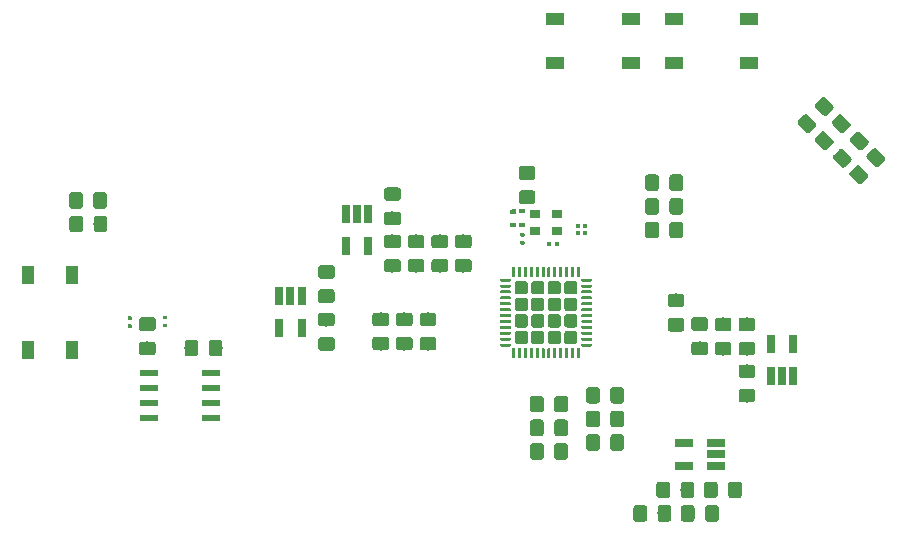
<source format=gtp>
G04 #@! TF.GenerationSoftware,KiCad,Pcbnew,(5.0.0)*
G04 #@! TF.CreationDate,2018-11-02T20:35:23+08:00*
G04 #@! TF.ProjectId,tomu-fpga,746F6D752D667067612E6B696361645F,rev?*
G04 #@! TF.SameCoordinates,Original*
G04 #@! TF.FileFunction,Paste,Top*
G04 #@! TF.FilePolarity,Positive*
%FSLAX46Y46*%
G04 Gerber Fmt 4.6, Leading zero omitted, Abs format (unit mm)*
G04 Created by KiCad (PCBNEW (5.0.0)) date 11/02/18 20:35:23*
%MOMM*%
%LPD*%
G01*
G04 APERTURE LIST*
%ADD10R,1.600000X1.000000*%
%ADD11R,0.900000X0.800000*%
%ADD12C,0.100000*%
%ADD13C,1.150000*%
%ADD14R,0.400000X0.400000*%
%ADD15R,0.500000X0.300000*%
%ADD16R,0.500000X0.350000*%
%ADD17C,0.092278*%
%ADD18R,0.370000X0.130000*%
%ADD19C,1.130000*%
%ADD20C,0.250000*%
%ADD21C,0.318000*%
%ADD22R,1.500000X0.600000*%
%ADD23R,0.650000X1.560000*%
%ADD24R,1.560000X0.650000*%
%ADD25R,1.000000X1.600000*%
G04 APERTURE END LIST*
D10*
G04 #@! TO.C,SW3*
X91200000Y-38900000D03*
X91200000Y-35100000D03*
X84800000Y-38900000D03*
X84800000Y-35100000D03*
G04 #@! TD*
D11*
G04 #@! TO.C,U7*
X74925000Y-53125000D03*
X74925000Y-51675000D03*
X73075000Y-51675000D03*
X73075000Y-53125000D03*
G04 #@! TD*
D12*
G04 #@! TO.C,C27*
G36*
X78324505Y-66301204D02*
X78348773Y-66304804D01*
X78372572Y-66310765D01*
X78395671Y-66319030D01*
X78417850Y-66329520D01*
X78438893Y-66342132D01*
X78458599Y-66356747D01*
X78476777Y-66373223D01*
X78493253Y-66391401D01*
X78507868Y-66411107D01*
X78520480Y-66432150D01*
X78530970Y-66454329D01*
X78539235Y-66477428D01*
X78545196Y-66501227D01*
X78548796Y-66525495D01*
X78550000Y-66549999D01*
X78550000Y-67450001D01*
X78548796Y-67474505D01*
X78545196Y-67498773D01*
X78539235Y-67522572D01*
X78530970Y-67545671D01*
X78520480Y-67567850D01*
X78507868Y-67588893D01*
X78493253Y-67608599D01*
X78476777Y-67626777D01*
X78458599Y-67643253D01*
X78438893Y-67657868D01*
X78417850Y-67670480D01*
X78395671Y-67680970D01*
X78372572Y-67689235D01*
X78348773Y-67695196D01*
X78324505Y-67698796D01*
X78300001Y-67700000D01*
X77649999Y-67700000D01*
X77625495Y-67698796D01*
X77601227Y-67695196D01*
X77577428Y-67689235D01*
X77554329Y-67680970D01*
X77532150Y-67670480D01*
X77511107Y-67657868D01*
X77491401Y-67643253D01*
X77473223Y-67626777D01*
X77456747Y-67608599D01*
X77442132Y-67588893D01*
X77429520Y-67567850D01*
X77419030Y-67545671D01*
X77410765Y-67522572D01*
X77404804Y-67498773D01*
X77401204Y-67474505D01*
X77400000Y-67450001D01*
X77400000Y-66549999D01*
X77401204Y-66525495D01*
X77404804Y-66501227D01*
X77410765Y-66477428D01*
X77419030Y-66454329D01*
X77429520Y-66432150D01*
X77442132Y-66411107D01*
X77456747Y-66391401D01*
X77473223Y-66373223D01*
X77491401Y-66356747D01*
X77511107Y-66342132D01*
X77532150Y-66329520D01*
X77554329Y-66319030D01*
X77577428Y-66310765D01*
X77601227Y-66304804D01*
X77625495Y-66301204D01*
X77649999Y-66300000D01*
X78300001Y-66300000D01*
X78324505Y-66301204D01*
X78324505Y-66301204D01*
G37*
D13*
X77975000Y-67000000D03*
D12*
G36*
X80374505Y-66301204D02*
X80398773Y-66304804D01*
X80422572Y-66310765D01*
X80445671Y-66319030D01*
X80467850Y-66329520D01*
X80488893Y-66342132D01*
X80508599Y-66356747D01*
X80526777Y-66373223D01*
X80543253Y-66391401D01*
X80557868Y-66411107D01*
X80570480Y-66432150D01*
X80580970Y-66454329D01*
X80589235Y-66477428D01*
X80595196Y-66501227D01*
X80598796Y-66525495D01*
X80600000Y-66549999D01*
X80600000Y-67450001D01*
X80598796Y-67474505D01*
X80595196Y-67498773D01*
X80589235Y-67522572D01*
X80580970Y-67545671D01*
X80570480Y-67567850D01*
X80557868Y-67588893D01*
X80543253Y-67608599D01*
X80526777Y-67626777D01*
X80508599Y-67643253D01*
X80488893Y-67657868D01*
X80467850Y-67670480D01*
X80445671Y-67680970D01*
X80422572Y-67689235D01*
X80398773Y-67695196D01*
X80374505Y-67698796D01*
X80350001Y-67700000D01*
X79699999Y-67700000D01*
X79675495Y-67698796D01*
X79651227Y-67695196D01*
X79627428Y-67689235D01*
X79604329Y-67680970D01*
X79582150Y-67670480D01*
X79561107Y-67657868D01*
X79541401Y-67643253D01*
X79523223Y-67626777D01*
X79506747Y-67608599D01*
X79492132Y-67588893D01*
X79479520Y-67567850D01*
X79469030Y-67545671D01*
X79460765Y-67522572D01*
X79454804Y-67498773D01*
X79451204Y-67474505D01*
X79450000Y-67450001D01*
X79450000Y-66549999D01*
X79451204Y-66525495D01*
X79454804Y-66501227D01*
X79460765Y-66477428D01*
X79469030Y-66454329D01*
X79479520Y-66432150D01*
X79492132Y-66411107D01*
X79506747Y-66391401D01*
X79523223Y-66373223D01*
X79541401Y-66356747D01*
X79561107Y-66342132D01*
X79582150Y-66329520D01*
X79604329Y-66319030D01*
X79627428Y-66310765D01*
X79651227Y-66304804D01*
X79675495Y-66301204D01*
X79699999Y-66300000D01*
X80350001Y-66300000D01*
X80374505Y-66301204D01*
X80374505Y-66301204D01*
G37*
D13*
X80025000Y-67000000D03*
G04 #@! TD*
D12*
G04 #@! TO.C,C26*
G36*
X85374505Y-50301204D02*
X85398773Y-50304804D01*
X85422572Y-50310765D01*
X85445671Y-50319030D01*
X85467850Y-50329520D01*
X85488893Y-50342132D01*
X85508599Y-50356747D01*
X85526777Y-50373223D01*
X85543253Y-50391401D01*
X85557868Y-50411107D01*
X85570480Y-50432150D01*
X85580970Y-50454329D01*
X85589235Y-50477428D01*
X85595196Y-50501227D01*
X85598796Y-50525495D01*
X85600000Y-50549999D01*
X85600000Y-51450001D01*
X85598796Y-51474505D01*
X85595196Y-51498773D01*
X85589235Y-51522572D01*
X85580970Y-51545671D01*
X85570480Y-51567850D01*
X85557868Y-51588893D01*
X85543253Y-51608599D01*
X85526777Y-51626777D01*
X85508599Y-51643253D01*
X85488893Y-51657868D01*
X85467850Y-51670480D01*
X85445671Y-51680970D01*
X85422572Y-51689235D01*
X85398773Y-51695196D01*
X85374505Y-51698796D01*
X85350001Y-51700000D01*
X84699999Y-51700000D01*
X84675495Y-51698796D01*
X84651227Y-51695196D01*
X84627428Y-51689235D01*
X84604329Y-51680970D01*
X84582150Y-51670480D01*
X84561107Y-51657868D01*
X84541401Y-51643253D01*
X84523223Y-51626777D01*
X84506747Y-51608599D01*
X84492132Y-51588893D01*
X84479520Y-51567850D01*
X84469030Y-51545671D01*
X84460765Y-51522572D01*
X84454804Y-51498773D01*
X84451204Y-51474505D01*
X84450000Y-51450001D01*
X84450000Y-50549999D01*
X84451204Y-50525495D01*
X84454804Y-50501227D01*
X84460765Y-50477428D01*
X84469030Y-50454329D01*
X84479520Y-50432150D01*
X84492132Y-50411107D01*
X84506747Y-50391401D01*
X84523223Y-50373223D01*
X84541401Y-50356747D01*
X84561107Y-50342132D01*
X84582150Y-50329520D01*
X84604329Y-50319030D01*
X84627428Y-50310765D01*
X84651227Y-50304804D01*
X84675495Y-50301204D01*
X84699999Y-50300000D01*
X85350001Y-50300000D01*
X85374505Y-50301204D01*
X85374505Y-50301204D01*
G37*
D13*
X85025000Y-51000000D03*
D12*
G36*
X83324505Y-50301204D02*
X83348773Y-50304804D01*
X83372572Y-50310765D01*
X83395671Y-50319030D01*
X83417850Y-50329520D01*
X83438893Y-50342132D01*
X83458599Y-50356747D01*
X83476777Y-50373223D01*
X83493253Y-50391401D01*
X83507868Y-50411107D01*
X83520480Y-50432150D01*
X83530970Y-50454329D01*
X83539235Y-50477428D01*
X83545196Y-50501227D01*
X83548796Y-50525495D01*
X83550000Y-50549999D01*
X83550000Y-51450001D01*
X83548796Y-51474505D01*
X83545196Y-51498773D01*
X83539235Y-51522572D01*
X83530970Y-51545671D01*
X83520480Y-51567850D01*
X83507868Y-51588893D01*
X83493253Y-51608599D01*
X83476777Y-51626777D01*
X83458599Y-51643253D01*
X83438893Y-51657868D01*
X83417850Y-51670480D01*
X83395671Y-51680970D01*
X83372572Y-51689235D01*
X83348773Y-51695196D01*
X83324505Y-51698796D01*
X83300001Y-51700000D01*
X82649999Y-51700000D01*
X82625495Y-51698796D01*
X82601227Y-51695196D01*
X82577428Y-51689235D01*
X82554329Y-51680970D01*
X82532150Y-51670480D01*
X82511107Y-51657868D01*
X82491401Y-51643253D01*
X82473223Y-51626777D01*
X82456747Y-51608599D01*
X82442132Y-51588893D01*
X82429520Y-51567850D01*
X82419030Y-51545671D01*
X82410765Y-51522572D01*
X82404804Y-51498773D01*
X82401204Y-51474505D01*
X82400000Y-51450001D01*
X82400000Y-50549999D01*
X82401204Y-50525495D01*
X82404804Y-50501227D01*
X82410765Y-50477428D01*
X82419030Y-50454329D01*
X82429520Y-50432150D01*
X82442132Y-50411107D01*
X82456747Y-50391401D01*
X82473223Y-50373223D01*
X82491401Y-50356747D01*
X82511107Y-50342132D01*
X82532150Y-50329520D01*
X82554329Y-50319030D01*
X82577428Y-50310765D01*
X82601227Y-50304804D01*
X82625495Y-50301204D01*
X82649999Y-50300000D01*
X83300001Y-50300000D01*
X83324505Y-50301204D01*
X83324505Y-50301204D01*
G37*
D13*
X82975000Y-51000000D03*
G04 #@! TD*
D12*
G04 #@! TO.C,C25*
G36*
X78324505Y-68301204D02*
X78348773Y-68304804D01*
X78372572Y-68310765D01*
X78395671Y-68319030D01*
X78417850Y-68329520D01*
X78438893Y-68342132D01*
X78458599Y-68356747D01*
X78476777Y-68373223D01*
X78493253Y-68391401D01*
X78507868Y-68411107D01*
X78520480Y-68432150D01*
X78530970Y-68454329D01*
X78539235Y-68477428D01*
X78545196Y-68501227D01*
X78548796Y-68525495D01*
X78550000Y-68549999D01*
X78550000Y-69450001D01*
X78548796Y-69474505D01*
X78545196Y-69498773D01*
X78539235Y-69522572D01*
X78530970Y-69545671D01*
X78520480Y-69567850D01*
X78507868Y-69588893D01*
X78493253Y-69608599D01*
X78476777Y-69626777D01*
X78458599Y-69643253D01*
X78438893Y-69657868D01*
X78417850Y-69670480D01*
X78395671Y-69680970D01*
X78372572Y-69689235D01*
X78348773Y-69695196D01*
X78324505Y-69698796D01*
X78300001Y-69700000D01*
X77649999Y-69700000D01*
X77625495Y-69698796D01*
X77601227Y-69695196D01*
X77577428Y-69689235D01*
X77554329Y-69680970D01*
X77532150Y-69670480D01*
X77511107Y-69657868D01*
X77491401Y-69643253D01*
X77473223Y-69626777D01*
X77456747Y-69608599D01*
X77442132Y-69588893D01*
X77429520Y-69567850D01*
X77419030Y-69545671D01*
X77410765Y-69522572D01*
X77404804Y-69498773D01*
X77401204Y-69474505D01*
X77400000Y-69450001D01*
X77400000Y-68549999D01*
X77401204Y-68525495D01*
X77404804Y-68501227D01*
X77410765Y-68477428D01*
X77419030Y-68454329D01*
X77429520Y-68432150D01*
X77442132Y-68411107D01*
X77456747Y-68391401D01*
X77473223Y-68373223D01*
X77491401Y-68356747D01*
X77511107Y-68342132D01*
X77532150Y-68329520D01*
X77554329Y-68319030D01*
X77577428Y-68310765D01*
X77601227Y-68304804D01*
X77625495Y-68301204D01*
X77649999Y-68300000D01*
X78300001Y-68300000D01*
X78324505Y-68301204D01*
X78324505Y-68301204D01*
G37*
D13*
X77975000Y-69000000D03*
D12*
G36*
X80374505Y-68301204D02*
X80398773Y-68304804D01*
X80422572Y-68310765D01*
X80445671Y-68319030D01*
X80467850Y-68329520D01*
X80488893Y-68342132D01*
X80508599Y-68356747D01*
X80526777Y-68373223D01*
X80543253Y-68391401D01*
X80557868Y-68411107D01*
X80570480Y-68432150D01*
X80580970Y-68454329D01*
X80589235Y-68477428D01*
X80595196Y-68501227D01*
X80598796Y-68525495D01*
X80600000Y-68549999D01*
X80600000Y-69450001D01*
X80598796Y-69474505D01*
X80595196Y-69498773D01*
X80589235Y-69522572D01*
X80580970Y-69545671D01*
X80570480Y-69567850D01*
X80557868Y-69588893D01*
X80543253Y-69608599D01*
X80526777Y-69626777D01*
X80508599Y-69643253D01*
X80488893Y-69657868D01*
X80467850Y-69670480D01*
X80445671Y-69680970D01*
X80422572Y-69689235D01*
X80398773Y-69695196D01*
X80374505Y-69698796D01*
X80350001Y-69700000D01*
X79699999Y-69700000D01*
X79675495Y-69698796D01*
X79651227Y-69695196D01*
X79627428Y-69689235D01*
X79604329Y-69680970D01*
X79582150Y-69670480D01*
X79561107Y-69657868D01*
X79541401Y-69643253D01*
X79523223Y-69626777D01*
X79506747Y-69608599D01*
X79492132Y-69588893D01*
X79479520Y-69567850D01*
X79469030Y-69545671D01*
X79460765Y-69522572D01*
X79454804Y-69498773D01*
X79451204Y-69474505D01*
X79450000Y-69450001D01*
X79450000Y-68549999D01*
X79451204Y-68525495D01*
X79454804Y-68501227D01*
X79460765Y-68477428D01*
X79469030Y-68454329D01*
X79479520Y-68432150D01*
X79492132Y-68411107D01*
X79506747Y-68391401D01*
X79523223Y-68373223D01*
X79541401Y-68356747D01*
X79561107Y-68342132D01*
X79582150Y-68329520D01*
X79604329Y-68319030D01*
X79627428Y-68310765D01*
X79651227Y-68304804D01*
X79675495Y-68301204D01*
X79699999Y-68300000D01*
X80350001Y-68300000D01*
X80374505Y-68301204D01*
X80374505Y-68301204D01*
G37*
D13*
X80025000Y-69000000D03*
G04 #@! TD*
D12*
G04 #@! TO.C,C24*
G36*
X85374505Y-48301204D02*
X85398773Y-48304804D01*
X85422572Y-48310765D01*
X85445671Y-48319030D01*
X85467850Y-48329520D01*
X85488893Y-48342132D01*
X85508599Y-48356747D01*
X85526777Y-48373223D01*
X85543253Y-48391401D01*
X85557868Y-48411107D01*
X85570480Y-48432150D01*
X85580970Y-48454329D01*
X85589235Y-48477428D01*
X85595196Y-48501227D01*
X85598796Y-48525495D01*
X85600000Y-48549999D01*
X85600000Y-49450001D01*
X85598796Y-49474505D01*
X85595196Y-49498773D01*
X85589235Y-49522572D01*
X85580970Y-49545671D01*
X85570480Y-49567850D01*
X85557868Y-49588893D01*
X85543253Y-49608599D01*
X85526777Y-49626777D01*
X85508599Y-49643253D01*
X85488893Y-49657868D01*
X85467850Y-49670480D01*
X85445671Y-49680970D01*
X85422572Y-49689235D01*
X85398773Y-49695196D01*
X85374505Y-49698796D01*
X85350001Y-49700000D01*
X84699999Y-49700000D01*
X84675495Y-49698796D01*
X84651227Y-49695196D01*
X84627428Y-49689235D01*
X84604329Y-49680970D01*
X84582150Y-49670480D01*
X84561107Y-49657868D01*
X84541401Y-49643253D01*
X84523223Y-49626777D01*
X84506747Y-49608599D01*
X84492132Y-49588893D01*
X84479520Y-49567850D01*
X84469030Y-49545671D01*
X84460765Y-49522572D01*
X84454804Y-49498773D01*
X84451204Y-49474505D01*
X84450000Y-49450001D01*
X84450000Y-48549999D01*
X84451204Y-48525495D01*
X84454804Y-48501227D01*
X84460765Y-48477428D01*
X84469030Y-48454329D01*
X84479520Y-48432150D01*
X84492132Y-48411107D01*
X84506747Y-48391401D01*
X84523223Y-48373223D01*
X84541401Y-48356747D01*
X84561107Y-48342132D01*
X84582150Y-48329520D01*
X84604329Y-48319030D01*
X84627428Y-48310765D01*
X84651227Y-48304804D01*
X84675495Y-48301204D01*
X84699999Y-48300000D01*
X85350001Y-48300000D01*
X85374505Y-48301204D01*
X85374505Y-48301204D01*
G37*
D13*
X85025000Y-49000000D03*
D12*
G36*
X83324505Y-48301204D02*
X83348773Y-48304804D01*
X83372572Y-48310765D01*
X83395671Y-48319030D01*
X83417850Y-48329520D01*
X83438893Y-48342132D01*
X83458599Y-48356747D01*
X83476777Y-48373223D01*
X83493253Y-48391401D01*
X83507868Y-48411107D01*
X83520480Y-48432150D01*
X83530970Y-48454329D01*
X83539235Y-48477428D01*
X83545196Y-48501227D01*
X83548796Y-48525495D01*
X83550000Y-48549999D01*
X83550000Y-49450001D01*
X83548796Y-49474505D01*
X83545196Y-49498773D01*
X83539235Y-49522572D01*
X83530970Y-49545671D01*
X83520480Y-49567850D01*
X83507868Y-49588893D01*
X83493253Y-49608599D01*
X83476777Y-49626777D01*
X83458599Y-49643253D01*
X83438893Y-49657868D01*
X83417850Y-49670480D01*
X83395671Y-49680970D01*
X83372572Y-49689235D01*
X83348773Y-49695196D01*
X83324505Y-49698796D01*
X83300001Y-49700000D01*
X82649999Y-49700000D01*
X82625495Y-49698796D01*
X82601227Y-49695196D01*
X82577428Y-49689235D01*
X82554329Y-49680970D01*
X82532150Y-49670480D01*
X82511107Y-49657868D01*
X82491401Y-49643253D01*
X82473223Y-49626777D01*
X82456747Y-49608599D01*
X82442132Y-49588893D01*
X82429520Y-49567850D01*
X82419030Y-49545671D01*
X82410765Y-49522572D01*
X82404804Y-49498773D01*
X82401204Y-49474505D01*
X82400000Y-49450001D01*
X82400000Y-48549999D01*
X82401204Y-48525495D01*
X82404804Y-48501227D01*
X82410765Y-48477428D01*
X82419030Y-48454329D01*
X82429520Y-48432150D01*
X82442132Y-48411107D01*
X82456747Y-48391401D01*
X82473223Y-48373223D01*
X82491401Y-48356747D01*
X82511107Y-48342132D01*
X82532150Y-48329520D01*
X82554329Y-48319030D01*
X82577428Y-48310765D01*
X82601227Y-48304804D01*
X82625495Y-48301204D01*
X82649999Y-48300000D01*
X83300001Y-48300000D01*
X83324505Y-48301204D01*
X83324505Y-48301204D01*
G37*
D13*
X82975000Y-49000000D03*
G04 #@! TD*
D12*
G04 #@! TO.C,C23*
G36*
X87474505Y-60401204D02*
X87498773Y-60404804D01*
X87522572Y-60410765D01*
X87545671Y-60419030D01*
X87567850Y-60429520D01*
X87588893Y-60442132D01*
X87608599Y-60456747D01*
X87626777Y-60473223D01*
X87643253Y-60491401D01*
X87657868Y-60511107D01*
X87670480Y-60532150D01*
X87680970Y-60554329D01*
X87689235Y-60577428D01*
X87695196Y-60601227D01*
X87698796Y-60625495D01*
X87700000Y-60649999D01*
X87700000Y-61300001D01*
X87698796Y-61324505D01*
X87695196Y-61348773D01*
X87689235Y-61372572D01*
X87680970Y-61395671D01*
X87670480Y-61417850D01*
X87657868Y-61438893D01*
X87643253Y-61458599D01*
X87626777Y-61476777D01*
X87608599Y-61493253D01*
X87588893Y-61507868D01*
X87567850Y-61520480D01*
X87545671Y-61530970D01*
X87522572Y-61539235D01*
X87498773Y-61545196D01*
X87474505Y-61548796D01*
X87450001Y-61550000D01*
X86549999Y-61550000D01*
X86525495Y-61548796D01*
X86501227Y-61545196D01*
X86477428Y-61539235D01*
X86454329Y-61530970D01*
X86432150Y-61520480D01*
X86411107Y-61507868D01*
X86391401Y-61493253D01*
X86373223Y-61476777D01*
X86356747Y-61458599D01*
X86342132Y-61438893D01*
X86329520Y-61417850D01*
X86319030Y-61395671D01*
X86310765Y-61372572D01*
X86304804Y-61348773D01*
X86301204Y-61324505D01*
X86300000Y-61300001D01*
X86300000Y-60649999D01*
X86301204Y-60625495D01*
X86304804Y-60601227D01*
X86310765Y-60577428D01*
X86319030Y-60554329D01*
X86329520Y-60532150D01*
X86342132Y-60511107D01*
X86356747Y-60491401D01*
X86373223Y-60473223D01*
X86391401Y-60456747D01*
X86411107Y-60442132D01*
X86432150Y-60429520D01*
X86454329Y-60419030D01*
X86477428Y-60410765D01*
X86501227Y-60404804D01*
X86525495Y-60401204D01*
X86549999Y-60400000D01*
X87450001Y-60400000D01*
X87474505Y-60401204D01*
X87474505Y-60401204D01*
G37*
D13*
X87000000Y-60975000D03*
D12*
G36*
X87474505Y-62451204D02*
X87498773Y-62454804D01*
X87522572Y-62460765D01*
X87545671Y-62469030D01*
X87567850Y-62479520D01*
X87588893Y-62492132D01*
X87608599Y-62506747D01*
X87626777Y-62523223D01*
X87643253Y-62541401D01*
X87657868Y-62561107D01*
X87670480Y-62582150D01*
X87680970Y-62604329D01*
X87689235Y-62627428D01*
X87695196Y-62651227D01*
X87698796Y-62675495D01*
X87700000Y-62699999D01*
X87700000Y-63350001D01*
X87698796Y-63374505D01*
X87695196Y-63398773D01*
X87689235Y-63422572D01*
X87680970Y-63445671D01*
X87670480Y-63467850D01*
X87657868Y-63488893D01*
X87643253Y-63508599D01*
X87626777Y-63526777D01*
X87608599Y-63543253D01*
X87588893Y-63557868D01*
X87567850Y-63570480D01*
X87545671Y-63580970D01*
X87522572Y-63589235D01*
X87498773Y-63595196D01*
X87474505Y-63598796D01*
X87450001Y-63600000D01*
X86549999Y-63600000D01*
X86525495Y-63598796D01*
X86501227Y-63595196D01*
X86477428Y-63589235D01*
X86454329Y-63580970D01*
X86432150Y-63570480D01*
X86411107Y-63557868D01*
X86391401Y-63543253D01*
X86373223Y-63526777D01*
X86356747Y-63508599D01*
X86342132Y-63488893D01*
X86329520Y-63467850D01*
X86319030Y-63445671D01*
X86310765Y-63422572D01*
X86304804Y-63398773D01*
X86301204Y-63374505D01*
X86300000Y-63350001D01*
X86300000Y-62699999D01*
X86301204Y-62675495D01*
X86304804Y-62651227D01*
X86310765Y-62627428D01*
X86319030Y-62604329D01*
X86329520Y-62582150D01*
X86342132Y-62561107D01*
X86356747Y-62541401D01*
X86373223Y-62523223D01*
X86391401Y-62506747D01*
X86411107Y-62492132D01*
X86432150Y-62479520D01*
X86454329Y-62469030D01*
X86477428Y-62460765D01*
X86501227Y-62454804D01*
X86525495Y-62451204D01*
X86549999Y-62450000D01*
X87450001Y-62450000D01*
X87474505Y-62451204D01*
X87474505Y-62451204D01*
G37*
D13*
X87000000Y-63025000D03*
G04 #@! TD*
D12*
G04 #@! TO.C,C22*
G36*
X89474505Y-60426204D02*
X89498773Y-60429804D01*
X89522572Y-60435765D01*
X89545671Y-60444030D01*
X89567850Y-60454520D01*
X89588893Y-60467132D01*
X89608599Y-60481747D01*
X89626777Y-60498223D01*
X89643253Y-60516401D01*
X89657868Y-60536107D01*
X89670480Y-60557150D01*
X89680970Y-60579329D01*
X89689235Y-60602428D01*
X89695196Y-60626227D01*
X89698796Y-60650495D01*
X89700000Y-60674999D01*
X89700000Y-61325001D01*
X89698796Y-61349505D01*
X89695196Y-61373773D01*
X89689235Y-61397572D01*
X89680970Y-61420671D01*
X89670480Y-61442850D01*
X89657868Y-61463893D01*
X89643253Y-61483599D01*
X89626777Y-61501777D01*
X89608599Y-61518253D01*
X89588893Y-61532868D01*
X89567850Y-61545480D01*
X89545671Y-61555970D01*
X89522572Y-61564235D01*
X89498773Y-61570196D01*
X89474505Y-61573796D01*
X89450001Y-61575000D01*
X88549999Y-61575000D01*
X88525495Y-61573796D01*
X88501227Y-61570196D01*
X88477428Y-61564235D01*
X88454329Y-61555970D01*
X88432150Y-61545480D01*
X88411107Y-61532868D01*
X88391401Y-61518253D01*
X88373223Y-61501777D01*
X88356747Y-61483599D01*
X88342132Y-61463893D01*
X88329520Y-61442850D01*
X88319030Y-61420671D01*
X88310765Y-61397572D01*
X88304804Y-61373773D01*
X88301204Y-61349505D01*
X88300000Y-61325001D01*
X88300000Y-60674999D01*
X88301204Y-60650495D01*
X88304804Y-60626227D01*
X88310765Y-60602428D01*
X88319030Y-60579329D01*
X88329520Y-60557150D01*
X88342132Y-60536107D01*
X88356747Y-60516401D01*
X88373223Y-60498223D01*
X88391401Y-60481747D01*
X88411107Y-60467132D01*
X88432150Y-60454520D01*
X88454329Y-60444030D01*
X88477428Y-60435765D01*
X88501227Y-60429804D01*
X88525495Y-60426204D01*
X88549999Y-60425000D01*
X89450001Y-60425000D01*
X89474505Y-60426204D01*
X89474505Y-60426204D01*
G37*
D13*
X89000000Y-61000000D03*
D12*
G36*
X89474505Y-62476204D02*
X89498773Y-62479804D01*
X89522572Y-62485765D01*
X89545671Y-62494030D01*
X89567850Y-62504520D01*
X89588893Y-62517132D01*
X89608599Y-62531747D01*
X89626777Y-62548223D01*
X89643253Y-62566401D01*
X89657868Y-62586107D01*
X89670480Y-62607150D01*
X89680970Y-62629329D01*
X89689235Y-62652428D01*
X89695196Y-62676227D01*
X89698796Y-62700495D01*
X89700000Y-62724999D01*
X89700000Y-63375001D01*
X89698796Y-63399505D01*
X89695196Y-63423773D01*
X89689235Y-63447572D01*
X89680970Y-63470671D01*
X89670480Y-63492850D01*
X89657868Y-63513893D01*
X89643253Y-63533599D01*
X89626777Y-63551777D01*
X89608599Y-63568253D01*
X89588893Y-63582868D01*
X89567850Y-63595480D01*
X89545671Y-63605970D01*
X89522572Y-63614235D01*
X89498773Y-63620196D01*
X89474505Y-63623796D01*
X89450001Y-63625000D01*
X88549999Y-63625000D01*
X88525495Y-63623796D01*
X88501227Y-63620196D01*
X88477428Y-63614235D01*
X88454329Y-63605970D01*
X88432150Y-63595480D01*
X88411107Y-63582868D01*
X88391401Y-63568253D01*
X88373223Y-63551777D01*
X88356747Y-63533599D01*
X88342132Y-63513893D01*
X88329520Y-63492850D01*
X88319030Y-63470671D01*
X88310765Y-63447572D01*
X88304804Y-63423773D01*
X88301204Y-63399505D01*
X88300000Y-63375001D01*
X88300000Y-62724999D01*
X88301204Y-62700495D01*
X88304804Y-62676227D01*
X88310765Y-62652428D01*
X88319030Y-62629329D01*
X88329520Y-62607150D01*
X88342132Y-62586107D01*
X88356747Y-62566401D01*
X88373223Y-62548223D01*
X88391401Y-62531747D01*
X88411107Y-62517132D01*
X88432150Y-62504520D01*
X88454329Y-62494030D01*
X88477428Y-62485765D01*
X88501227Y-62479804D01*
X88525495Y-62476204D01*
X88549999Y-62475000D01*
X89450001Y-62475000D01*
X89474505Y-62476204D01*
X89474505Y-62476204D01*
G37*
D13*
X89000000Y-63050000D03*
G04 #@! TD*
D12*
G04 #@! TO.C,C21*
G36*
X78324505Y-70301204D02*
X78348773Y-70304804D01*
X78372572Y-70310765D01*
X78395671Y-70319030D01*
X78417850Y-70329520D01*
X78438893Y-70342132D01*
X78458599Y-70356747D01*
X78476777Y-70373223D01*
X78493253Y-70391401D01*
X78507868Y-70411107D01*
X78520480Y-70432150D01*
X78530970Y-70454329D01*
X78539235Y-70477428D01*
X78545196Y-70501227D01*
X78548796Y-70525495D01*
X78550000Y-70549999D01*
X78550000Y-71450001D01*
X78548796Y-71474505D01*
X78545196Y-71498773D01*
X78539235Y-71522572D01*
X78530970Y-71545671D01*
X78520480Y-71567850D01*
X78507868Y-71588893D01*
X78493253Y-71608599D01*
X78476777Y-71626777D01*
X78458599Y-71643253D01*
X78438893Y-71657868D01*
X78417850Y-71670480D01*
X78395671Y-71680970D01*
X78372572Y-71689235D01*
X78348773Y-71695196D01*
X78324505Y-71698796D01*
X78300001Y-71700000D01*
X77649999Y-71700000D01*
X77625495Y-71698796D01*
X77601227Y-71695196D01*
X77577428Y-71689235D01*
X77554329Y-71680970D01*
X77532150Y-71670480D01*
X77511107Y-71657868D01*
X77491401Y-71643253D01*
X77473223Y-71626777D01*
X77456747Y-71608599D01*
X77442132Y-71588893D01*
X77429520Y-71567850D01*
X77419030Y-71545671D01*
X77410765Y-71522572D01*
X77404804Y-71498773D01*
X77401204Y-71474505D01*
X77400000Y-71450001D01*
X77400000Y-70549999D01*
X77401204Y-70525495D01*
X77404804Y-70501227D01*
X77410765Y-70477428D01*
X77419030Y-70454329D01*
X77429520Y-70432150D01*
X77442132Y-70411107D01*
X77456747Y-70391401D01*
X77473223Y-70373223D01*
X77491401Y-70356747D01*
X77511107Y-70342132D01*
X77532150Y-70329520D01*
X77554329Y-70319030D01*
X77577428Y-70310765D01*
X77601227Y-70304804D01*
X77625495Y-70301204D01*
X77649999Y-70300000D01*
X78300001Y-70300000D01*
X78324505Y-70301204D01*
X78324505Y-70301204D01*
G37*
D13*
X77975000Y-71000000D03*
D12*
G36*
X80374505Y-70301204D02*
X80398773Y-70304804D01*
X80422572Y-70310765D01*
X80445671Y-70319030D01*
X80467850Y-70329520D01*
X80488893Y-70342132D01*
X80508599Y-70356747D01*
X80526777Y-70373223D01*
X80543253Y-70391401D01*
X80557868Y-70411107D01*
X80570480Y-70432150D01*
X80580970Y-70454329D01*
X80589235Y-70477428D01*
X80595196Y-70501227D01*
X80598796Y-70525495D01*
X80600000Y-70549999D01*
X80600000Y-71450001D01*
X80598796Y-71474505D01*
X80595196Y-71498773D01*
X80589235Y-71522572D01*
X80580970Y-71545671D01*
X80570480Y-71567850D01*
X80557868Y-71588893D01*
X80543253Y-71608599D01*
X80526777Y-71626777D01*
X80508599Y-71643253D01*
X80488893Y-71657868D01*
X80467850Y-71670480D01*
X80445671Y-71680970D01*
X80422572Y-71689235D01*
X80398773Y-71695196D01*
X80374505Y-71698796D01*
X80350001Y-71700000D01*
X79699999Y-71700000D01*
X79675495Y-71698796D01*
X79651227Y-71695196D01*
X79627428Y-71689235D01*
X79604329Y-71680970D01*
X79582150Y-71670480D01*
X79561107Y-71657868D01*
X79541401Y-71643253D01*
X79523223Y-71626777D01*
X79506747Y-71608599D01*
X79492132Y-71588893D01*
X79479520Y-71567850D01*
X79469030Y-71545671D01*
X79460765Y-71522572D01*
X79454804Y-71498773D01*
X79451204Y-71474505D01*
X79450000Y-71450001D01*
X79450000Y-70549999D01*
X79451204Y-70525495D01*
X79454804Y-70501227D01*
X79460765Y-70477428D01*
X79469030Y-70454329D01*
X79479520Y-70432150D01*
X79492132Y-70411107D01*
X79506747Y-70391401D01*
X79523223Y-70373223D01*
X79541401Y-70356747D01*
X79561107Y-70342132D01*
X79582150Y-70329520D01*
X79604329Y-70319030D01*
X79627428Y-70310765D01*
X79651227Y-70304804D01*
X79675495Y-70301204D01*
X79699999Y-70300000D01*
X80350001Y-70300000D01*
X80374505Y-70301204D01*
X80374505Y-70301204D01*
G37*
D13*
X80025000Y-71000000D03*
G04 #@! TD*
D12*
G04 #@! TO.C,C20*
G36*
X64474505Y-60001204D02*
X64498773Y-60004804D01*
X64522572Y-60010765D01*
X64545671Y-60019030D01*
X64567850Y-60029520D01*
X64588893Y-60042132D01*
X64608599Y-60056747D01*
X64626777Y-60073223D01*
X64643253Y-60091401D01*
X64657868Y-60111107D01*
X64670480Y-60132150D01*
X64680970Y-60154329D01*
X64689235Y-60177428D01*
X64695196Y-60201227D01*
X64698796Y-60225495D01*
X64700000Y-60249999D01*
X64700000Y-60900001D01*
X64698796Y-60924505D01*
X64695196Y-60948773D01*
X64689235Y-60972572D01*
X64680970Y-60995671D01*
X64670480Y-61017850D01*
X64657868Y-61038893D01*
X64643253Y-61058599D01*
X64626777Y-61076777D01*
X64608599Y-61093253D01*
X64588893Y-61107868D01*
X64567850Y-61120480D01*
X64545671Y-61130970D01*
X64522572Y-61139235D01*
X64498773Y-61145196D01*
X64474505Y-61148796D01*
X64450001Y-61150000D01*
X63549999Y-61150000D01*
X63525495Y-61148796D01*
X63501227Y-61145196D01*
X63477428Y-61139235D01*
X63454329Y-61130970D01*
X63432150Y-61120480D01*
X63411107Y-61107868D01*
X63391401Y-61093253D01*
X63373223Y-61076777D01*
X63356747Y-61058599D01*
X63342132Y-61038893D01*
X63329520Y-61017850D01*
X63319030Y-60995671D01*
X63310765Y-60972572D01*
X63304804Y-60948773D01*
X63301204Y-60924505D01*
X63300000Y-60900001D01*
X63300000Y-60249999D01*
X63301204Y-60225495D01*
X63304804Y-60201227D01*
X63310765Y-60177428D01*
X63319030Y-60154329D01*
X63329520Y-60132150D01*
X63342132Y-60111107D01*
X63356747Y-60091401D01*
X63373223Y-60073223D01*
X63391401Y-60056747D01*
X63411107Y-60042132D01*
X63432150Y-60029520D01*
X63454329Y-60019030D01*
X63477428Y-60010765D01*
X63501227Y-60004804D01*
X63525495Y-60001204D01*
X63549999Y-60000000D01*
X64450001Y-60000000D01*
X64474505Y-60001204D01*
X64474505Y-60001204D01*
G37*
D13*
X64000000Y-60575000D03*
D12*
G36*
X64474505Y-62051204D02*
X64498773Y-62054804D01*
X64522572Y-62060765D01*
X64545671Y-62069030D01*
X64567850Y-62079520D01*
X64588893Y-62092132D01*
X64608599Y-62106747D01*
X64626777Y-62123223D01*
X64643253Y-62141401D01*
X64657868Y-62161107D01*
X64670480Y-62182150D01*
X64680970Y-62204329D01*
X64689235Y-62227428D01*
X64695196Y-62251227D01*
X64698796Y-62275495D01*
X64700000Y-62299999D01*
X64700000Y-62950001D01*
X64698796Y-62974505D01*
X64695196Y-62998773D01*
X64689235Y-63022572D01*
X64680970Y-63045671D01*
X64670480Y-63067850D01*
X64657868Y-63088893D01*
X64643253Y-63108599D01*
X64626777Y-63126777D01*
X64608599Y-63143253D01*
X64588893Y-63157868D01*
X64567850Y-63170480D01*
X64545671Y-63180970D01*
X64522572Y-63189235D01*
X64498773Y-63195196D01*
X64474505Y-63198796D01*
X64450001Y-63200000D01*
X63549999Y-63200000D01*
X63525495Y-63198796D01*
X63501227Y-63195196D01*
X63477428Y-63189235D01*
X63454329Y-63180970D01*
X63432150Y-63170480D01*
X63411107Y-63157868D01*
X63391401Y-63143253D01*
X63373223Y-63126777D01*
X63356747Y-63108599D01*
X63342132Y-63088893D01*
X63329520Y-63067850D01*
X63319030Y-63045671D01*
X63310765Y-63022572D01*
X63304804Y-62998773D01*
X63301204Y-62974505D01*
X63300000Y-62950001D01*
X63300000Y-62299999D01*
X63301204Y-62275495D01*
X63304804Y-62251227D01*
X63310765Y-62227428D01*
X63319030Y-62204329D01*
X63329520Y-62182150D01*
X63342132Y-62161107D01*
X63356747Y-62141401D01*
X63373223Y-62123223D01*
X63391401Y-62106747D01*
X63411107Y-62092132D01*
X63432150Y-62079520D01*
X63454329Y-62069030D01*
X63477428Y-62060765D01*
X63501227Y-62054804D01*
X63525495Y-62051204D01*
X63549999Y-62050000D01*
X64450001Y-62050000D01*
X64474505Y-62051204D01*
X64474505Y-62051204D01*
G37*
D13*
X64000000Y-62625000D03*
G04 #@! TD*
D12*
G04 #@! TO.C,C19*
G36*
X91474505Y-60426204D02*
X91498773Y-60429804D01*
X91522572Y-60435765D01*
X91545671Y-60444030D01*
X91567850Y-60454520D01*
X91588893Y-60467132D01*
X91608599Y-60481747D01*
X91626777Y-60498223D01*
X91643253Y-60516401D01*
X91657868Y-60536107D01*
X91670480Y-60557150D01*
X91680970Y-60579329D01*
X91689235Y-60602428D01*
X91695196Y-60626227D01*
X91698796Y-60650495D01*
X91700000Y-60674999D01*
X91700000Y-61325001D01*
X91698796Y-61349505D01*
X91695196Y-61373773D01*
X91689235Y-61397572D01*
X91680970Y-61420671D01*
X91670480Y-61442850D01*
X91657868Y-61463893D01*
X91643253Y-61483599D01*
X91626777Y-61501777D01*
X91608599Y-61518253D01*
X91588893Y-61532868D01*
X91567850Y-61545480D01*
X91545671Y-61555970D01*
X91522572Y-61564235D01*
X91498773Y-61570196D01*
X91474505Y-61573796D01*
X91450001Y-61575000D01*
X90549999Y-61575000D01*
X90525495Y-61573796D01*
X90501227Y-61570196D01*
X90477428Y-61564235D01*
X90454329Y-61555970D01*
X90432150Y-61545480D01*
X90411107Y-61532868D01*
X90391401Y-61518253D01*
X90373223Y-61501777D01*
X90356747Y-61483599D01*
X90342132Y-61463893D01*
X90329520Y-61442850D01*
X90319030Y-61420671D01*
X90310765Y-61397572D01*
X90304804Y-61373773D01*
X90301204Y-61349505D01*
X90300000Y-61325001D01*
X90300000Y-60674999D01*
X90301204Y-60650495D01*
X90304804Y-60626227D01*
X90310765Y-60602428D01*
X90319030Y-60579329D01*
X90329520Y-60557150D01*
X90342132Y-60536107D01*
X90356747Y-60516401D01*
X90373223Y-60498223D01*
X90391401Y-60481747D01*
X90411107Y-60467132D01*
X90432150Y-60454520D01*
X90454329Y-60444030D01*
X90477428Y-60435765D01*
X90501227Y-60429804D01*
X90525495Y-60426204D01*
X90549999Y-60425000D01*
X91450001Y-60425000D01*
X91474505Y-60426204D01*
X91474505Y-60426204D01*
G37*
D13*
X91000000Y-61000000D03*
D12*
G36*
X91474505Y-62476204D02*
X91498773Y-62479804D01*
X91522572Y-62485765D01*
X91545671Y-62494030D01*
X91567850Y-62504520D01*
X91588893Y-62517132D01*
X91608599Y-62531747D01*
X91626777Y-62548223D01*
X91643253Y-62566401D01*
X91657868Y-62586107D01*
X91670480Y-62607150D01*
X91680970Y-62629329D01*
X91689235Y-62652428D01*
X91695196Y-62676227D01*
X91698796Y-62700495D01*
X91700000Y-62724999D01*
X91700000Y-63375001D01*
X91698796Y-63399505D01*
X91695196Y-63423773D01*
X91689235Y-63447572D01*
X91680970Y-63470671D01*
X91670480Y-63492850D01*
X91657868Y-63513893D01*
X91643253Y-63533599D01*
X91626777Y-63551777D01*
X91608599Y-63568253D01*
X91588893Y-63582868D01*
X91567850Y-63595480D01*
X91545671Y-63605970D01*
X91522572Y-63614235D01*
X91498773Y-63620196D01*
X91474505Y-63623796D01*
X91450001Y-63625000D01*
X90549999Y-63625000D01*
X90525495Y-63623796D01*
X90501227Y-63620196D01*
X90477428Y-63614235D01*
X90454329Y-63605970D01*
X90432150Y-63595480D01*
X90411107Y-63582868D01*
X90391401Y-63568253D01*
X90373223Y-63551777D01*
X90356747Y-63533599D01*
X90342132Y-63513893D01*
X90329520Y-63492850D01*
X90319030Y-63470671D01*
X90310765Y-63447572D01*
X90304804Y-63423773D01*
X90301204Y-63399505D01*
X90300000Y-63375001D01*
X90300000Y-62724999D01*
X90301204Y-62700495D01*
X90304804Y-62676227D01*
X90310765Y-62652428D01*
X90319030Y-62629329D01*
X90329520Y-62607150D01*
X90342132Y-62586107D01*
X90356747Y-62566401D01*
X90373223Y-62548223D01*
X90391401Y-62531747D01*
X90411107Y-62517132D01*
X90432150Y-62504520D01*
X90454329Y-62494030D01*
X90477428Y-62485765D01*
X90501227Y-62479804D01*
X90525495Y-62476204D01*
X90549999Y-62475000D01*
X91450001Y-62475000D01*
X91474505Y-62476204D01*
X91474505Y-62476204D01*
G37*
D13*
X91000000Y-63050000D03*
G04 #@! TD*
D12*
G04 #@! TO.C,C18*
G36*
X62474505Y-60001204D02*
X62498773Y-60004804D01*
X62522572Y-60010765D01*
X62545671Y-60019030D01*
X62567850Y-60029520D01*
X62588893Y-60042132D01*
X62608599Y-60056747D01*
X62626777Y-60073223D01*
X62643253Y-60091401D01*
X62657868Y-60111107D01*
X62670480Y-60132150D01*
X62680970Y-60154329D01*
X62689235Y-60177428D01*
X62695196Y-60201227D01*
X62698796Y-60225495D01*
X62700000Y-60249999D01*
X62700000Y-60900001D01*
X62698796Y-60924505D01*
X62695196Y-60948773D01*
X62689235Y-60972572D01*
X62680970Y-60995671D01*
X62670480Y-61017850D01*
X62657868Y-61038893D01*
X62643253Y-61058599D01*
X62626777Y-61076777D01*
X62608599Y-61093253D01*
X62588893Y-61107868D01*
X62567850Y-61120480D01*
X62545671Y-61130970D01*
X62522572Y-61139235D01*
X62498773Y-61145196D01*
X62474505Y-61148796D01*
X62450001Y-61150000D01*
X61549999Y-61150000D01*
X61525495Y-61148796D01*
X61501227Y-61145196D01*
X61477428Y-61139235D01*
X61454329Y-61130970D01*
X61432150Y-61120480D01*
X61411107Y-61107868D01*
X61391401Y-61093253D01*
X61373223Y-61076777D01*
X61356747Y-61058599D01*
X61342132Y-61038893D01*
X61329520Y-61017850D01*
X61319030Y-60995671D01*
X61310765Y-60972572D01*
X61304804Y-60948773D01*
X61301204Y-60924505D01*
X61300000Y-60900001D01*
X61300000Y-60249999D01*
X61301204Y-60225495D01*
X61304804Y-60201227D01*
X61310765Y-60177428D01*
X61319030Y-60154329D01*
X61329520Y-60132150D01*
X61342132Y-60111107D01*
X61356747Y-60091401D01*
X61373223Y-60073223D01*
X61391401Y-60056747D01*
X61411107Y-60042132D01*
X61432150Y-60029520D01*
X61454329Y-60019030D01*
X61477428Y-60010765D01*
X61501227Y-60004804D01*
X61525495Y-60001204D01*
X61549999Y-60000000D01*
X62450001Y-60000000D01*
X62474505Y-60001204D01*
X62474505Y-60001204D01*
G37*
D13*
X62000000Y-60575000D03*
D12*
G36*
X62474505Y-62051204D02*
X62498773Y-62054804D01*
X62522572Y-62060765D01*
X62545671Y-62069030D01*
X62567850Y-62079520D01*
X62588893Y-62092132D01*
X62608599Y-62106747D01*
X62626777Y-62123223D01*
X62643253Y-62141401D01*
X62657868Y-62161107D01*
X62670480Y-62182150D01*
X62680970Y-62204329D01*
X62689235Y-62227428D01*
X62695196Y-62251227D01*
X62698796Y-62275495D01*
X62700000Y-62299999D01*
X62700000Y-62950001D01*
X62698796Y-62974505D01*
X62695196Y-62998773D01*
X62689235Y-63022572D01*
X62680970Y-63045671D01*
X62670480Y-63067850D01*
X62657868Y-63088893D01*
X62643253Y-63108599D01*
X62626777Y-63126777D01*
X62608599Y-63143253D01*
X62588893Y-63157868D01*
X62567850Y-63170480D01*
X62545671Y-63180970D01*
X62522572Y-63189235D01*
X62498773Y-63195196D01*
X62474505Y-63198796D01*
X62450001Y-63200000D01*
X61549999Y-63200000D01*
X61525495Y-63198796D01*
X61501227Y-63195196D01*
X61477428Y-63189235D01*
X61454329Y-63180970D01*
X61432150Y-63170480D01*
X61411107Y-63157868D01*
X61391401Y-63143253D01*
X61373223Y-63126777D01*
X61356747Y-63108599D01*
X61342132Y-63088893D01*
X61329520Y-63067850D01*
X61319030Y-63045671D01*
X61310765Y-63022572D01*
X61304804Y-62998773D01*
X61301204Y-62974505D01*
X61300000Y-62950001D01*
X61300000Y-62299999D01*
X61301204Y-62275495D01*
X61304804Y-62251227D01*
X61310765Y-62227428D01*
X61319030Y-62204329D01*
X61329520Y-62182150D01*
X61342132Y-62161107D01*
X61356747Y-62141401D01*
X61373223Y-62123223D01*
X61391401Y-62106747D01*
X61411107Y-62092132D01*
X61432150Y-62079520D01*
X61454329Y-62069030D01*
X61477428Y-62060765D01*
X61501227Y-62054804D01*
X61525495Y-62051204D01*
X61549999Y-62050000D01*
X62450001Y-62050000D01*
X62474505Y-62051204D01*
X62474505Y-62051204D01*
G37*
D13*
X62000000Y-62625000D03*
G04 #@! TD*
D12*
G04 #@! TO.C,C17*
G36*
X60474505Y-62051204D02*
X60498773Y-62054804D01*
X60522572Y-62060765D01*
X60545671Y-62069030D01*
X60567850Y-62079520D01*
X60588893Y-62092132D01*
X60608599Y-62106747D01*
X60626777Y-62123223D01*
X60643253Y-62141401D01*
X60657868Y-62161107D01*
X60670480Y-62182150D01*
X60680970Y-62204329D01*
X60689235Y-62227428D01*
X60695196Y-62251227D01*
X60698796Y-62275495D01*
X60700000Y-62299999D01*
X60700000Y-62950001D01*
X60698796Y-62974505D01*
X60695196Y-62998773D01*
X60689235Y-63022572D01*
X60680970Y-63045671D01*
X60670480Y-63067850D01*
X60657868Y-63088893D01*
X60643253Y-63108599D01*
X60626777Y-63126777D01*
X60608599Y-63143253D01*
X60588893Y-63157868D01*
X60567850Y-63170480D01*
X60545671Y-63180970D01*
X60522572Y-63189235D01*
X60498773Y-63195196D01*
X60474505Y-63198796D01*
X60450001Y-63200000D01*
X59549999Y-63200000D01*
X59525495Y-63198796D01*
X59501227Y-63195196D01*
X59477428Y-63189235D01*
X59454329Y-63180970D01*
X59432150Y-63170480D01*
X59411107Y-63157868D01*
X59391401Y-63143253D01*
X59373223Y-63126777D01*
X59356747Y-63108599D01*
X59342132Y-63088893D01*
X59329520Y-63067850D01*
X59319030Y-63045671D01*
X59310765Y-63022572D01*
X59304804Y-62998773D01*
X59301204Y-62974505D01*
X59300000Y-62950001D01*
X59300000Y-62299999D01*
X59301204Y-62275495D01*
X59304804Y-62251227D01*
X59310765Y-62227428D01*
X59319030Y-62204329D01*
X59329520Y-62182150D01*
X59342132Y-62161107D01*
X59356747Y-62141401D01*
X59373223Y-62123223D01*
X59391401Y-62106747D01*
X59411107Y-62092132D01*
X59432150Y-62079520D01*
X59454329Y-62069030D01*
X59477428Y-62060765D01*
X59501227Y-62054804D01*
X59525495Y-62051204D01*
X59549999Y-62050000D01*
X60450001Y-62050000D01*
X60474505Y-62051204D01*
X60474505Y-62051204D01*
G37*
D13*
X60000000Y-62625000D03*
D12*
G36*
X60474505Y-60001204D02*
X60498773Y-60004804D01*
X60522572Y-60010765D01*
X60545671Y-60019030D01*
X60567850Y-60029520D01*
X60588893Y-60042132D01*
X60608599Y-60056747D01*
X60626777Y-60073223D01*
X60643253Y-60091401D01*
X60657868Y-60111107D01*
X60670480Y-60132150D01*
X60680970Y-60154329D01*
X60689235Y-60177428D01*
X60695196Y-60201227D01*
X60698796Y-60225495D01*
X60700000Y-60249999D01*
X60700000Y-60900001D01*
X60698796Y-60924505D01*
X60695196Y-60948773D01*
X60689235Y-60972572D01*
X60680970Y-60995671D01*
X60670480Y-61017850D01*
X60657868Y-61038893D01*
X60643253Y-61058599D01*
X60626777Y-61076777D01*
X60608599Y-61093253D01*
X60588893Y-61107868D01*
X60567850Y-61120480D01*
X60545671Y-61130970D01*
X60522572Y-61139235D01*
X60498773Y-61145196D01*
X60474505Y-61148796D01*
X60450001Y-61150000D01*
X59549999Y-61150000D01*
X59525495Y-61148796D01*
X59501227Y-61145196D01*
X59477428Y-61139235D01*
X59454329Y-61130970D01*
X59432150Y-61120480D01*
X59411107Y-61107868D01*
X59391401Y-61093253D01*
X59373223Y-61076777D01*
X59356747Y-61058599D01*
X59342132Y-61038893D01*
X59329520Y-61017850D01*
X59319030Y-60995671D01*
X59310765Y-60972572D01*
X59304804Y-60948773D01*
X59301204Y-60924505D01*
X59300000Y-60900001D01*
X59300000Y-60249999D01*
X59301204Y-60225495D01*
X59304804Y-60201227D01*
X59310765Y-60177428D01*
X59319030Y-60154329D01*
X59329520Y-60132150D01*
X59342132Y-60111107D01*
X59356747Y-60091401D01*
X59373223Y-60073223D01*
X59391401Y-60056747D01*
X59411107Y-60042132D01*
X59432150Y-60029520D01*
X59454329Y-60019030D01*
X59477428Y-60010765D01*
X59501227Y-60004804D01*
X59525495Y-60001204D01*
X59549999Y-60000000D01*
X60450001Y-60000000D01*
X60474505Y-60001204D01*
X60474505Y-60001204D01*
G37*
D13*
X60000000Y-60575000D03*
G04 #@! TD*
D12*
G04 #@! TO.C,C16*
G36*
X91474505Y-64401204D02*
X91498773Y-64404804D01*
X91522572Y-64410765D01*
X91545671Y-64419030D01*
X91567850Y-64429520D01*
X91588893Y-64442132D01*
X91608599Y-64456747D01*
X91626777Y-64473223D01*
X91643253Y-64491401D01*
X91657868Y-64511107D01*
X91670480Y-64532150D01*
X91680970Y-64554329D01*
X91689235Y-64577428D01*
X91695196Y-64601227D01*
X91698796Y-64625495D01*
X91700000Y-64649999D01*
X91700000Y-65300001D01*
X91698796Y-65324505D01*
X91695196Y-65348773D01*
X91689235Y-65372572D01*
X91680970Y-65395671D01*
X91670480Y-65417850D01*
X91657868Y-65438893D01*
X91643253Y-65458599D01*
X91626777Y-65476777D01*
X91608599Y-65493253D01*
X91588893Y-65507868D01*
X91567850Y-65520480D01*
X91545671Y-65530970D01*
X91522572Y-65539235D01*
X91498773Y-65545196D01*
X91474505Y-65548796D01*
X91450001Y-65550000D01*
X90549999Y-65550000D01*
X90525495Y-65548796D01*
X90501227Y-65545196D01*
X90477428Y-65539235D01*
X90454329Y-65530970D01*
X90432150Y-65520480D01*
X90411107Y-65507868D01*
X90391401Y-65493253D01*
X90373223Y-65476777D01*
X90356747Y-65458599D01*
X90342132Y-65438893D01*
X90329520Y-65417850D01*
X90319030Y-65395671D01*
X90310765Y-65372572D01*
X90304804Y-65348773D01*
X90301204Y-65324505D01*
X90300000Y-65300001D01*
X90300000Y-64649999D01*
X90301204Y-64625495D01*
X90304804Y-64601227D01*
X90310765Y-64577428D01*
X90319030Y-64554329D01*
X90329520Y-64532150D01*
X90342132Y-64511107D01*
X90356747Y-64491401D01*
X90373223Y-64473223D01*
X90391401Y-64456747D01*
X90411107Y-64442132D01*
X90432150Y-64429520D01*
X90454329Y-64419030D01*
X90477428Y-64410765D01*
X90501227Y-64404804D01*
X90525495Y-64401204D01*
X90549999Y-64400000D01*
X91450001Y-64400000D01*
X91474505Y-64401204D01*
X91474505Y-64401204D01*
G37*
D13*
X91000000Y-64975000D03*
D12*
G36*
X91474505Y-66451204D02*
X91498773Y-66454804D01*
X91522572Y-66460765D01*
X91545671Y-66469030D01*
X91567850Y-66479520D01*
X91588893Y-66492132D01*
X91608599Y-66506747D01*
X91626777Y-66523223D01*
X91643253Y-66541401D01*
X91657868Y-66561107D01*
X91670480Y-66582150D01*
X91680970Y-66604329D01*
X91689235Y-66627428D01*
X91695196Y-66651227D01*
X91698796Y-66675495D01*
X91700000Y-66699999D01*
X91700000Y-67350001D01*
X91698796Y-67374505D01*
X91695196Y-67398773D01*
X91689235Y-67422572D01*
X91680970Y-67445671D01*
X91670480Y-67467850D01*
X91657868Y-67488893D01*
X91643253Y-67508599D01*
X91626777Y-67526777D01*
X91608599Y-67543253D01*
X91588893Y-67557868D01*
X91567850Y-67570480D01*
X91545671Y-67580970D01*
X91522572Y-67589235D01*
X91498773Y-67595196D01*
X91474505Y-67598796D01*
X91450001Y-67600000D01*
X90549999Y-67600000D01*
X90525495Y-67598796D01*
X90501227Y-67595196D01*
X90477428Y-67589235D01*
X90454329Y-67580970D01*
X90432150Y-67570480D01*
X90411107Y-67557868D01*
X90391401Y-67543253D01*
X90373223Y-67526777D01*
X90356747Y-67508599D01*
X90342132Y-67488893D01*
X90329520Y-67467850D01*
X90319030Y-67445671D01*
X90310765Y-67422572D01*
X90304804Y-67398773D01*
X90301204Y-67374505D01*
X90300000Y-67350001D01*
X90300000Y-66699999D01*
X90301204Y-66675495D01*
X90304804Y-66651227D01*
X90310765Y-66627428D01*
X90319030Y-66604329D01*
X90329520Y-66582150D01*
X90342132Y-66561107D01*
X90356747Y-66541401D01*
X90373223Y-66523223D01*
X90391401Y-66506747D01*
X90411107Y-66492132D01*
X90432150Y-66479520D01*
X90454329Y-66469030D01*
X90477428Y-66460765D01*
X90501227Y-66454804D01*
X90525495Y-66451204D01*
X90549999Y-66450000D01*
X91450001Y-66450000D01*
X91474505Y-66451204D01*
X91474505Y-66451204D01*
G37*
D13*
X91000000Y-67025000D03*
G04 #@! TD*
D12*
G04 #@! TO.C,C14*
G36*
X65474505Y-55451204D02*
X65498773Y-55454804D01*
X65522572Y-55460765D01*
X65545671Y-55469030D01*
X65567850Y-55479520D01*
X65588893Y-55492132D01*
X65608599Y-55506747D01*
X65626777Y-55523223D01*
X65643253Y-55541401D01*
X65657868Y-55561107D01*
X65670480Y-55582150D01*
X65680970Y-55604329D01*
X65689235Y-55627428D01*
X65695196Y-55651227D01*
X65698796Y-55675495D01*
X65700000Y-55699999D01*
X65700000Y-56350001D01*
X65698796Y-56374505D01*
X65695196Y-56398773D01*
X65689235Y-56422572D01*
X65680970Y-56445671D01*
X65670480Y-56467850D01*
X65657868Y-56488893D01*
X65643253Y-56508599D01*
X65626777Y-56526777D01*
X65608599Y-56543253D01*
X65588893Y-56557868D01*
X65567850Y-56570480D01*
X65545671Y-56580970D01*
X65522572Y-56589235D01*
X65498773Y-56595196D01*
X65474505Y-56598796D01*
X65450001Y-56600000D01*
X64549999Y-56600000D01*
X64525495Y-56598796D01*
X64501227Y-56595196D01*
X64477428Y-56589235D01*
X64454329Y-56580970D01*
X64432150Y-56570480D01*
X64411107Y-56557868D01*
X64391401Y-56543253D01*
X64373223Y-56526777D01*
X64356747Y-56508599D01*
X64342132Y-56488893D01*
X64329520Y-56467850D01*
X64319030Y-56445671D01*
X64310765Y-56422572D01*
X64304804Y-56398773D01*
X64301204Y-56374505D01*
X64300000Y-56350001D01*
X64300000Y-55699999D01*
X64301204Y-55675495D01*
X64304804Y-55651227D01*
X64310765Y-55627428D01*
X64319030Y-55604329D01*
X64329520Y-55582150D01*
X64342132Y-55561107D01*
X64356747Y-55541401D01*
X64373223Y-55523223D01*
X64391401Y-55506747D01*
X64411107Y-55492132D01*
X64432150Y-55479520D01*
X64454329Y-55469030D01*
X64477428Y-55460765D01*
X64501227Y-55454804D01*
X64525495Y-55451204D01*
X64549999Y-55450000D01*
X65450001Y-55450000D01*
X65474505Y-55451204D01*
X65474505Y-55451204D01*
G37*
D13*
X65000000Y-56025000D03*
D12*
G36*
X65474505Y-53401204D02*
X65498773Y-53404804D01*
X65522572Y-53410765D01*
X65545671Y-53419030D01*
X65567850Y-53429520D01*
X65588893Y-53442132D01*
X65608599Y-53456747D01*
X65626777Y-53473223D01*
X65643253Y-53491401D01*
X65657868Y-53511107D01*
X65670480Y-53532150D01*
X65680970Y-53554329D01*
X65689235Y-53577428D01*
X65695196Y-53601227D01*
X65698796Y-53625495D01*
X65700000Y-53649999D01*
X65700000Y-54300001D01*
X65698796Y-54324505D01*
X65695196Y-54348773D01*
X65689235Y-54372572D01*
X65680970Y-54395671D01*
X65670480Y-54417850D01*
X65657868Y-54438893D01*
X65643253Y-54458599D01*
X65626777Y-54476777D01*
X65608599Y-54493253D01*
X65588893Y-54507868D01*
X65567850Y-54520480D01*
X65545671Y-54530970D01*
X65522572Y-54539235D01*
X65498773Y-54545196D01*
X65474505Y-54548796D01*
X65450001Y-54550000D01*
X64549999Y-54550000D01*
X64525495Y-54548796D01*
X64501227Y-54545196D01*
X64477428Y-54539235D01*
X64454329Y-54530970D01*
X64432150Y-54520480D01*
X64411107Y-54507868D01*
X64391401Y-54493253D01*
X64373223Y-54476777D01*
X64356747Y-54458599D01*
X64342132Y-54438893D01*
X64329520Y-54417850D01*
X64319030Y-54395671D01*
X64310765Y-54372572D01*
X64304804Y-54348773D01*
X64301204Y-54324505D01*
X64300000Y-54300001D01*
X64300000Y-53649999D01*
X64301204Y-53625495D01*
X64304804Y-53601227D01*
X64310765Y-53577428D01*
X64319030Y-53554329D01*
X64329520Y-53532150D01*
X64342132Y-53511107D01*
X64356747Y-53491401D01*
X64373223Y-53473223D01*
X64391401Y-53456747D01*
X64411107Y-53442132D01*
X64432150Y-53429520D01*
X64454329Y-53419030D01*
X64477428Y-53410765D01*
X64501227Y-53404804D01*
X64525495Y-53401204D01*
X64549999Y-53400000D01*
X65450001Y-53400000D01*
X65474505Y-53401204D01*
X65474505Y-53401204D01*
G37*
D13*
X65000000Y-53975000D03*
G04 #@! TD*
D12*
G04 #@! TO.C,C15*
G36*
X67474505Y-53401204D02*
X67498773Y-53404804D01*
X67522572Y-53410765D01*
X67545671Y-53419030D01*
X67567850Y-53429520D01*
X67588893Y-53442132D01*
X67608599Y-53456747D01*
X67626777Y-53473223D01*
X67643253Y-53491401D01*
X67657868Y-53511107D01*
X67670480Y-53532150D01*
X67680970Y-53554329D01*
X67689235Y-53577428D01*
X67695196Y-53601227D01*
X67698796Y-53625495D01*
X67700000Y-53649999D01*
X67700000Y-54300001D01*
X67698796Y-54324505D01*
X67695196Y-54348773D01*
X67689235Y-54372572D01*
X67680970Y-54395671D01*
X67670480Y-54417850D01*
X67657868Y-54438893D01*
X67643253Y-54458599D01*
X67626777Y-54476777D01*
X67608599Y-54493253D01*
X67588893Y-54507868D01*
X67567850Y-54520480D01*
X67545671Y-54530970D01*
X67522572Y-54539235D01*
X67498773Y-54545196D01*
X67474505Y-54548796D01*
X67450001Y-54550000D01*
X66549999Y-54550000D01*
X66525495Y-54548796D01*
X66501227Y-54545196D01*
X66477428Y-54539235D01*
X66454329Y-54530970D01*
X66432150Y-54520480D01*
X66411107Y-54507868D01*
X66391401Y-54493253D01*
X66373223Y-54476777D01*
X66356747Y-54458599D01*
X66342132Y-54438893D01*
X66329520Y-54417850D01*
X66319030Y-54395671D01*
X66310765Y-54372572D01*
X66304804Y-54348773D01*
X66301204Y-54324505D01*
X66300000Y-54300001D01*
X66300000Y-53649999D01*
X66301204Y-53625495D01*
X66304804Y-53601227D01*
X66310765Y-53577428D01*
X66319030Y-53554329D01*
X66329520Y-53532150D01*
X66342132Y-53511107D01*
X66356747Y-53491401D01*
X66373223Y-53473223D01*
X66391401Y-53456747D01*
X66411107Y-53442132D01*
X66432150Y-53429520D01*
X66454329Y-53419030D01*
X66477428Y-53410765D01*
X66501227Y-53404804D01*
X66525495Y-53401204D01*
X66549999Y-53400000D01*
X67450001Y-53400000D01*
X67474505Y-53401204D01*
X67474505Y-53401204D01*
G37*
D13*
X67000000Y-53975000D03*
D12*
G36*
X67474505Y-55451204D02*
X67498773Y-55454804D01*
X67522572Y-55460765D01*
X67545671Y-55469030D01*
X67567850Y-55479520D01*
X67588893Y-55492132D01*
X67608599Y-55506747D01*
X67626777Y-55523223D01*
X67643253Y-55541401D01*
X67657868Y-55561107D01*
X67670480Y-55582150D01*
X67680970Y-55604329D01*
X67689235Y-55627428D01*
X67695196Y-55651227D01*
X67698796Y-55675495D01*
X67700000Y-55699999D01*
X67700000Y-56350001D01*
X67698796Y-56374505D01*
X67695196Y-56398773D01*
X67689235Y-56422572D01*
X67680970Y-56445671D01*
X67670480Y-56467850D01*
X67657868Y-56488893D01*
X67643253Y-56508599D01*
X67626777Y-56526777D01*
X67608599Y-56543253D01*
X67588893Y-56557868D01*
X67567850Y-56570480D01*
X67545671Y-56580970D01*
X67522572Y-56589235D01*
X67498773Y-56595196D01*
X67474505Y-56598796D01*
X67450001Y-56600000D01*
X66549999Y-56600000D01*
X66525495Y-56598796D01*
X66501227Y-56595196D01*
X66477428Y-56589235D01*
X66454329Y-56580970D01*
X66432150Y-56570480D01*
X66411107Y-56557868D01*
X66391401Y-56543253D01*
X66373223Y-56526777D01*
X66356747Y-56508599D01*
X66342132Y-56488893D01*
X66329520Y-56467850D01*
X66319030Y-56445671D01*
X66310765Y-56422572D01*
X66304804Y-56398773D01*
X66301204Y-56374505D01*
X66300000Y-56350001D01*
X66300000Y-55699999D01*
X66301204Y-55675495D01*
X66304804Y-55651227D01*
X66310765Y-55627428D01*
X66319030Y-55604329D01*
X66329520Y-55582150D01*
X66342132Y-55561107D01*
X66356747Y-55541401D01*
X66373223Y-55523223D01*
X66391401Y-55506747D01*
X66411107Y-55492132D01*
X66432150Y-55479520D01*
X66454329Y-55469030D01*
X66477428Y-55460765D01*
X66501227Y-55454804D01*
X66525495Y-55451204D01*
X66549999Y-55450000D01*
X67450001Y-55450000D01*
X67474505Y-55451204D01*
X67474505Y-55451204D01*
G37*
D13*
X67000000Y-56025000D03*
G04 #@! TD*
D12*
G04 #@! TO.C,C13*
G36*
X63474505Y-55451204D02*
X63498773Y-55454804D01*
X63522572Y-55460765D01*
X63545671Y-55469030D01*
X63567850Y-55479520D01*
X63588893Y-55492132D01*
X63608599Y-55506747D01*
X63626777Y-55523223D01*
X63643253Y-55541401D01*
X63657868Y-55561107D01*
X63670480Y-55582150D01*
X63680970Y-55604329D01*
X63689235Y-55627428D01*
X63695196Y-55651227D01*
X63698796Y-55675495D01*
X63700000Y-55699999D01*
X63700000Y-56350001D01*
X63698796Y-56374505D01*
X63695196Y-56398773D01*
X63689235Y-56422572D01*
X63680970Y-56445671D01*
X63670480Y-56467850D01*
X63657868Y-56488893D01*
X63643253Y-56508599D01*
X63626777Y-56526777D01*
X63608599Y-56543253D01*
X63588893Y-56557868D01*
X63567850Y-56570480D01*
X63545671Y-56580970D01*
X63522572Y-56589235D01*
X63498773Y-56595196D01*
X63474505Y-56598796D01*
X63450001Y-56600000D01*
X62549999Y-56600000D01*
X62525495Y-56598796D01*
X62501227Y-56595196D01*
X62477428Y-56589235D01*
X62454329Y-56580970D01*
X62432150Y-56570480D01*
X62411107Y-56557868D01*
X62391401Y-56543253D01*
X62373223Y-56526777D01*
X62356747Y-56508599D01*
X62342132Y-56488893D01*
X62329520Y-56467850D01*
X62319030Y-56445671D01*
X62310765Y-56422572D01*
X62304804Y-56398773D01*
X62301204Y-56374505D01*
X62300000Y-56350001D01*
X62300000Y-55699999D01*
X62301204Y-55675495D01*
X62304804Y-55651227D01*
X62310765Y-55627428D01*
X62319030Y-55604329D01*
X62329520Y-55582150D01*
X62342132Y-55561107D01*
X62356747Y-55541401D01*
X62373223Y-55523223D01*
X62391401Y-55506747D01*
X62411107Y-55492132D01*
X62432150Y-55479520D01*
X62454329Y-55469030D01*
X62477428Y-55460765D01*
X62501227Y-55454804D01*
X62525495Y-55451204D01*
X62549999Y-55450000D01*
X63450001Y-55450000D01*
X63474505Y-55451204D01*
X63474505Y-55451204D01*
G37*
D13*
X63000000Y-56025000D03*
D12*
G36*
X63474505Y-53401204D02*
X63498773Y-53404804D01*
X63522572Y-53410765D01*
X63545671Y-53419030D01*
X63567850Y-53429520D01*
X63588893Y-53442132D01*
X63608599Y-53456747D01*
X63626777Y-53473223D01*
X63643253Y-53491401D01*
X63657868Y-53511107D01*
X63670480Y-53532150D01*
X63680970Y-53554329D01*
X63689235Y-53577428D01*
X63695196Y-53601227D01*
X63698796Y-53625495D01*
X63700000Y-53649999D01*
X63700000Y-54300001D01*
X63698796Y-54324505D01*
X63695196Y-54348773D01*
X63689235Y-54372572D01*
X63680970Y-54395671D01*
X63670480Y-54417850D01*
X63657868Y-54438893D01*
X63643253Y-54458599D01*
X63626777Y-54476777D01*
X63608599Y-54493253D01*
X63588893Y-54507868D01*
X63567850Y-54520480D01*
X63545671Y-54530970D01*
X63522572Y-54539235D01*
X63498773Y-54545196D01*
X63474505Y-54548796D01*
X63450001Y-54550000D01*
X62549999Y-54550000D01*
X62525495Y-54548796D01*
X62501227Y-54545196D01*
X62477428Y-54539235D01*
X62454329Y-54530970D01*
X62432150Y-54520480D01*
X62411107Y-54507868D01*
X62391401Y-54493253D01*
X62373223Y-54476777D01*
X62356747Y-54458599D01*
X62342132Y-54438893D01*
X62329520Y-54417850D01*
X62319030Y-54395671D01*
X62310765Y-54372572D01*
X62304804Y-54348773D01*
X62301204Y-54324505D01*
X62300000Y-54300001D01*
X62300000Y-53649999D01*
X62301204Y-53625495D01*
X62304804Y-53601227D01*
X62310765Y-53577428D01*
X62319030Y-53554329D01*
X62329520Y-53532150D01*
X62342132Y-53511107D01*
X62356747Y-53491401D01*
X62373223Y-53473223D01*
X62391401Y-53456747D01*
X62411107Y-53442132D01*
X62432150Y-53429520D01*
X62454329Y-53419030D01*
X62477428Y-53410765D01*
X62501227Y-53404804D01*
X62525495Y-53401204D01*
X62549999Y-53400000D01*
X63450001Y-53400000D01*
X63474505Y-53401204D01*
X63474505Y-53401204D01*
G37*
D13*
X63000000Y-53975000D03*
G04 #@! TD*
D12*
G04 #@! TO.C,C11*
G36*
X72874505Y-49651204D02*
X72898773Y-49654804D01*
X72922572Y-49660765D01*
X72945671Y-49669030D01*
X72967850Y-49679520D01*
X72988893Y-49692132D01*
X73008599Y-49706747D01*
X73026777Y-49723223D01*
X73043253Y-49741401D01*
X73057868Y-49761107D01*
X73070480Y-49782150D01*
X73080970Y-49804329D01*
X73089235Y-49827428D01*
X73095196Y-49851227D01*
X73098796Y-49875495D01*
X73100000Y-49899999D01*
X73100000Y-50550001D01*
X73098796Y-50574505D01*
X73095196Y-50598773D01*
X73089235Y-50622572D01*
X73080970Y-50645671D01*
X73070480Y-50667850D01*
X73057868Y-50688893D01*
X73043253Y-50708599D01*
X73026777Y-50726777D01*
X73008599Y-50743253D01*
X72988893Y-50757868D01*
X72967850Y-50770480D01*
X72945671Y-50780970D01*
X72922572Y-50789235D01*
X72898773Y-50795196D01*
X72874505Y-50798796D01*
X72850001Y-50800000D01*
X71949999Y-50800000D01*
X71925495Y-50798796D01*
X71901227Y-50795196D01*
X71877428Y-50789235D01*
X71854329Y-50780970D01*
X71832150Y-50770480D01*
X71811107Y-50757868D01*
X71791401Y-50743253D01*
X71773223Y-50726777D01*
X71756747Y-50708599D01*
X71742132Y-50688893D01*
X71729520Y-50667850D01*
X71719030Y-50645671D01*
X71710765Y-50622572D01*
X71704804Y-50598773D01*
X71701204Y-50574505D01*
X71700000Y-50550001D01*
X71700000Y-49899999D01*
X71701204Y-49875495D01*
X71704804Y-49851227D01*
X71710765Y-49827428D01*
X71719030Y-49804329D01*
X71729520Y-49782150D01*
X71742132Y-49761107D01*
X71756747Y-49741401D01*
X71773223Y-49723223D01*
X71791401Y-49706747D01*
X71811107Y-49692132D01*
X71832150Y-49679520D01*
X71854329Y-49669030D01*
X71877428Y-49660765D01*
X71901227Y-49654804D01*
X71925495Y-49651204D01*
X71949999Y-49650000D01*
X72850001Y-49650000D01*
X72874505Y-49651204D01*
X72874505Y-49651204D01*
G37*
D13*
X72400000Y-50225000D03*
D12*
G36*
X72874505Y-47601204D02*
X72898773Y-47604804D01*
X72922572Y-47610765D01*
X72945671Y-47619030D01*
X72967850Y-47629520D01*
X72988893Y-47642132D01*
X73008599Y-47656747D01*
X73026777Y-47673223D01*
X73043253Y-47691401D01*
X73057868Y-47711107D01*
X73070480Y-47732150D01*
X73080970Y-47754329D01*
X73089235Y-47777428D01*
X73095196Y-47801227D01*
X73098796Y-47825495D01*
X73100000Y-47849999D01*
X73100000Y-48500001D01*
X73098796Y-48524505D01*
X73095196Y-48548773D01*
X73089235Y-48572572D01*
X73080970Y-48595671D01*
X73070480Y-48617850D01*
X73057868Y-48638893D01*
X73043253Y-48658599D01*
X73026777Y-48676777D01*
X73008599Y-48693253D01*
X72988893Y-48707868D01*
X72967850Y-48720480D01*
X72945671Y-48730970D01*
X72922572Y-48739235D01*
X72898773Y-48745196D01*
X72874505Y-48748796D01*
X72850001Y-48750000D01*
X71949999Y-48750000D01*
X71925495Y-48748796D01*
X71901227Y-48745196D01*
X71877428Y-48739235D01*
X71854329Y-48730970D01*
X71832150Y-48720480D01*
X71811107Y-48707868D01*
X71791401Y-48693253D01*
X71773223Y-48676777D01*
X71756747Y-48658599D01*
X71742132Y-48638893D01*
X71729520Y-48617850D01*
X71719030Y-48595671D01*
X71710765Y-48572572D01*
X71704804Y-48548773D01*
X71701204Y-48524505D01*
X71700000Y-48500001D01*
X71700000Y-47849999D01*
X71701204Y-47825495D01*
X71704804Y-47801227D01*
X71710765Y-47777428D01*
X71719030Y-47754329D01*
X71729520Y-47732150D01*
X71742132Y-47711107D01*
X71756747Y-47691401D01*
X71773223Y-47673223D01*
X71791401Y-47656747D01*
X71811107Y-47642132D01*
X71832150Y-47629520D01*
X71854329Y-47619030D01*
X71877428Y-47610765D01*
X71901227Y-47604804D01*
X71925495Y-47601204D01*
X71949999Y-47600000D01*
X72850001Y-47600000D01*
X72874505Y-47601204D01*
X72874505Y-47601204D01*
G37*
D13*
X72400000Y-48175000D03*
G04 #@! TD*
D12*
G04 #@! TO.C,C10*
G36*
X84274505Y-74301204D02*
X84298773Y-74304804D01*
X84322572Y-74310765D01*
X84345671Y-74319030D01*
X84367850Y-74329520D01*
X84388893Y-74342132D01*
X84408599Y-74356747D01*
X84426777Y-74373223D01*
X84443253Y-74391401D01*
X84457868Y-74411107D01*
X84470480Y-74432150D01*
X84480970Y-74454329D01*
X84489235Y-74477428D01*
X84495196Y-74501227D01*
X84498796Y-74525495D01*
X84500000Y-74549999D01*
X84500000Y-75450001D01*
X84498796Y-75474505D01*
X84495196Y-75498773D01*
X84489235Y-75522572D01*
X84480970Y-75545671D01*
X84470480Y-75567850D01*
X84457868Y-75588893D01*
X84443253Y-75608599D01*
X84426777Y-75626777D01*
X84408599Y-75643253D01*
X84388893Y-75657868D01*
X84367850Y-75670480D01*
X84345671Y-75680970D01*
X84322572Y-75689235D01*
X84298773Y-75695196D01*
X84274505Y-75698796D01*
X84250001Y-75700000D01*
X83599999Y-75700000D01*
X83575495Y-75698796D01*
X83551227Y-75695196D01*
X83527428Y-75689235D01*
X83504329Y-75680970D01*
X83482150Y-75670480D01*
X83461107Y-75657868D01*
X83441401Y-75643253D01*
X83423223Y-75626777D01*
X83406747Y-75608599D01*
X83392132Y-75588893D01*
X83379520Y-75567850D01*
X83369030Y-75545671D01*
X83360765Y-75522572D01*
X83354804Y-75498773D01*
X83351204Y-75474505D01*
X83350000Y-75450001D01*
X83350000Y-74549999D01*
X83351204Y-74525495D01*
X83354804Y-74501227D01*
X83360765Y-74477428D01*
X83369030Y-74454329D01*
X83379520Y-74432150D01*
X83392132Y-74411107D01*
X83406747Y-74391401D01*
X83423223Y-74373223D01*
X83441401Y-74356747D01*
X83461107Y-74342132D01*
X83482150Y-74329520D01*
X83504329Y-74319030D01*
X83527428Y-74310765D01*
X83551227Y-74304804D01*
X83575495Y-74301204D01*
X83599999Y-74300000D01*
X84250001Y-74300000D01*
X84274505Y-74301204D01*
X84274505Y-74301204D01*
G37*
D13*
X83925000Y-75000000D03*
D12*
G36*
X86324505Y-74301204D02*
X86348773Y-74304804D01*
X86372572Y-74310765D01*
X86395671Y-74319030D01*
X86417850Y-74329520D01*
X86438893Y-74342132D01*
X86458599Y-74356747D01*
X86476777Y-74373223D01*
X86493253Y-74391401D01*
X86507868Y-74411107D01*
X86520480Y-74432150D01*
X86530970Y-74454329D01*
X86539235Y-74477428D01*
X86545196Y-74501227D01*
X86548796Y-74525495D01*
X86550000Y-74549999D01*
X86550000Y-75450001D01*
X86548796Y-75474505D01*
X86545196Y-75498773D01*
X86539235Y-75522572D01*
X86530970Y-75545671D01*
X86520480Y-75567850D01*
X86507868Y-75588893D01*
X86493253Y-75608599D01*
X86476777Y-75626777D01*
X86458599Y-75643253D01*
X86438893Y-75657868D01*
X86417850Y-75670480D01*
X86395671Y-75680970D01*
X86372572Y-75689235D01*
X86348773Y-75695196D01*
X86324505Y-75698796D01*
X86300001Y-75700000D01*
X85649999Y-75700000D01*
X85625495Y-75698796D01*
X85601227Y-75695196D01*
X85577428Y-75689235D01*
X85554329Y-75680970D01*
X85532150Y-75670480D01*
X85511107Y-75657868D01*
X85491401Y-75643253D01*
X85473223Y-75626777D01*
X85456747Y-75608599D01*
X85442132Y-75588893D01*
X85429520Y-75567850D01*
X85419030Y-75545671D01*
X85410765Y-75522572D01*
X85404804Y-75498773D01*
X85401204Y-75474505D01*
X85400000Y-75450001D01*
X85400000Y-74549999D01*
X85401204Y-74525495D01*
X85404804Y-74501227D01*
X85410765Y-74477428D01*
X85419030Y-74454329D01*
X85429520Y-74432150D01*
X85442132Y-74411107D01*
X85456747Y-74391401D01*
X85473223Y-74373223D01*
X85491401Y-74356747D01*
X85511107Y-74342132D01*
X85532150Y-74329520D01*
X85554329Y-74319030D01*
X85577428Y-74310765D01*
X85601227Y-74304804D01*
X85625495Y-74301204D01*
X85649999Y-74300000D01*
X86300001Y-74300000D01*
X86324505Y-74301204D01*
X86324505Y-74301204D01*
G37*
D13*
X85975000Y-75000000D03*
G04 #@! TD*
D12*
G04 #@! TO.C,C9*
G36*
X61474505Y-53401204D02*
X61498773Y-53404804D01*
X61522572Y-53410765D01*
X61545671Y-53419030D01*
X61567850Y-53429520D01*
X61588893Y-53442132D01*
X61608599Y-53456747D01*
X61626777Y-53473223D01*
X61643253Y-53491401D01*
X61657868Y-53511107D01*
X61670480Y-53532150D01*
X61680970Y-53554329D01*
X61689235Y-53577428D01*
X61695196Y-53601227D01*
X61698796Y-53625495D01*
X61700000Y-53649999D01*
X61700000Y-54300001D01*
X61698796Y-54324505D01*
X61695196Y-54348773D01*
X61689235Y-54372572D01*
X61680970Y-54395671D01*
X61670480Y-54417850D01*
X61657868Y-54438893D01*
X61643253Y-54458599D01*
X61626777Y-54476777D01*
X61608599Y-54493253D01*
X61588893Y-54507868D01*
X61567850Y-54520480D01*
X61545671Y-54530970D01*
X61522572Y-54539235D01*
X61498773Y-54545196D01*
X61474505Y-54548796D01*
X61450001Y-54550000D01*
X60549999Y-54550000D01*
X60525495Y-54548796D01*
X60501227Y-54545196D01*
X60477428Y-54539235D01*
X60454329Y-54530970D01*
X60432150Y-54520480D01*
X60411107Y-54507868D01*
X60391401Y-54493253D01*
X60373223Y-54476777D01*
X60356747Y-54458599D01*
X60342132Y-54438893D01*
X60329520Y-54417850D01*
X60319030Y-54395671D01*
X60310765Y-54372572D01*
X60304804Y-54348773D01*
X60301204Y-54324505D01*
X60300000Y-54300001D01*
X60300000Y-53649999D01*
X60301204Y-53625495D01*
X60304804Y-53601227D01*
X60310765Y-53577428D01*
X60319030Y-53554329D01*
X60329520Y-53532150D01*
X60342132Y-53511107D01*
X60356747Y-53491401D01*
X60373223Y-53473223D01*
X60391401Y-53456747D01*
X60411107Y-53442132D01*
X60432150Y-53429520D01*
X60454329Y-53419030D01*
X60477428Y-53410765D01*
X60501227Y-53404804D01*
X60525495Y-53401204D01*
X60549999Y-53400000D01*
X61450001Y-53400000D01*
X61474505Y-53401204D01*
X61474505Y-53401204D01*
G37*
D13*
X61000000Y-53975000D03*
D12*
G36*
X61474505Y-55451204D02*
X61498773Y-55454804D01*
X61522572Y-55460765D01*
X61545671Y-55469030D01*
X61567850Y-55479520D01*
X61588893Y-55492132D01*
X61608599Y-55506747D01*
X61626777Y-55523223D01*
X61643253Y-55541401D01*
X61657868Y-55561107D01*
X61670480Y-55582150D01*
X61680970Y-55604329D01*
X61689235Y-55627428D01*
X61695196Y-55651227D01*
X61698796Y-55675495D01*
X61700000Y-55699999D01*
X61700000Y-56350001D01*
X61698796Y-56374505D01*
X61695196Y-56398773D01*
X61689235Y-56422572D01*
X61680970Y-56445671D01*
X61670480Y-56467850D01*
X61657868Y-56488893D01*
X61643253Y-56508599D01*
X61626777Y-56526777D01*
X61608599Y-56543253D01*
X61588893Y-56557868D01*
X61567850Y-56570480D01*
X61545671Y-56580970D01*
X61522572Y-56589235D01*
X61498773Y-56595196D01*
X61474505Y-56598796D01*
X61450001Y-56600000D01*
X60549999Y-56600000D01*
X60525495Y-56598796D01*
X60501227Y-56595196D01*
X60477428Y-56589235D01*
X60454329Y-56580970D01*
X60432150Y-56570480D01*
X60411107Y-56557868D01*
X60391401Y-56543253D01*
X60373223Y-56526777D01*
X60356747Y-56508599D01*
X60342132Y-56488893D01*
X60329520Y-56467850D01*
X60319030Y-56445671D01*
X60310765Y-56422572D01*
X60304804Y-56398773D01*
X60301204Y-56374505D01*
X60300000Y-56350001D01*
X60300000Y-55699999D01*
X60301204Y-55675495D01*
X60304804Y-55651227D01*
X60310765Y-55627428D01*
X60319030Y-55604329D01*
X60329520Y-55582150D01*
X60342132Y-55561107D01*
X60356747Y-55541401D01*
X60373223Y-55523223D01*
X60391401Y-55506747D01*
X60411107Y-55492132D01*
X60432150Y-55479520D01*
X60454329Y-55469030D01*
X60477428Y-55460765D01*
X60501227Y-55454804D01*
X60525495Y-55451204D01*
X60549999Y-55450000D01*
X61450001Y-55450000D01*
X61474505Y-55451204D01*
X61474505Y-55451204D01*
G37*
D13*
X61000000Y-56025000D03*
G04 #@! TD*
D12*
G04 #@! TO.C,C8*
G36*
X55874505Y-62076204D02*
X55898773Y-62079804D01*
X55922572Y-62085765D01*
X55945671Y-62094030D01*
X55967850Y-62104520D01*
X55988893Y-62117132D01*
X56008599Y-62131747D01*
X56026777Y-62148223D01*
X56043253Y-62166401D01*
X56057868Y-62186107D01*
X56070480Y-62207150D01*
X56080970Y-62229329D01*
X56089235Y-62252428D01*
X56095196Y-62276227D01*
X56098796Y-62300495D01*
X56100000Y-62324999D01*
X56100000Y-62975001D01*
X56098796Y-62999505D01*
X56095196Y-63023773D01*
X56089235Y-63047572D01*
X56080970Y-63070671D01*
X56070480Y-63092850D01*
X56057868Y-63113893D01*
X56043253Y-63133599D01*
X56026777Y-63151777D01*
X56008599Y-63168253D01*
X55988893Y-63182868D01*
X55967850Y-63195480D01*
X55945671Y-63205970D01*
X55922572Y-63214235D01*
X55898773Y-63220196D01*
X55874505Y-63223796D01*
X55850001Y-63225000D01*
X54949999Y-63225000D01*
X54925495Y-63223796D01*
X54901227Y-63220196D01*
X54877428Y-63214235D01*
X54854329Y-63205970D01*
X54832150Y-63195480D01*
X54811107Y-63182868D01*
X54791401Y-63168253D01*
X54773223Y-63151777D01*
X54756747Y-63133599D01*
X54742132Y-63113893D01*
X54729520Y-63092850D01*
X54719030Y-63070671D01*
X54710765Y-63047572D01*
X54704804Y-63023773D01*
X54701204Y-62999505D01*
X54700000Y-62975001D01*
X54700000Y-62324999D01*
X54701204Y-62300495D01*
X54704804Y-62276227D01*
X54710765Y-62252428D01*
X54719030Y-62229329D01*
X54729520Y-62207150D01*
X54742132Y-62186107D01*
X54756747Y-62166401D01*
X54773223Y-62148223D01*
X54791401Y-62131747D01*
X54811107Y-62117132D01*
X54832150Y-62104520D01*
X54854329Y-62094030D01*
X54877428Y-62085765D01*
X54901227Y-62079804D01*
X54925495Y-62076204D01*
X54949999Y-62075000D01*
X55850001Y-62075000D01*
X55874505Y-62076204D01*
X55874505Y-62076204D01*
G37*
D13*
X55400000Y-62650000D03*
D12*
G36*
X55874505Y-60026204D02*
X55898773Y-60029804D01*
X55922572Y-60035765D01*
X55945671Y-60044030D01*
X55967850Y-60054520D01*
X55988893Y-60067132D01*
X56008599Y-60081747D01*
X56026777Y-60098223D01*
X56043253Y-60116401D01*
X56057868Y-60136107D01*
X56070480Y-60157150D01*
X56080970Y-60179329D01*
X56089235Y-60202428D01*
X56095196Y-60226227D01*
X56098796Y-60250495D01*
X56100000Y-60274999D01*
X56100000Y-60925001D01*
X56098796Y-60949505D01*
X56095196Y-60973773D01*
X56089235Y-60997572D01*
X56080970Y-61020671D01*
X56070480Y-61042850D01*
X56057868Y-61063893D01*
X56043253Y-61083599D01*
X56026777Y-61101777D01*
X56008599Y-61118253D01*
X55988893Y-61132868D01*
X55967850Y-61145480D01*
X55945671Y-61155970D01*
X55922572Y-61164235D01*
X55898773Y-61170196D01*
X55874505Y-61173796D01*
X55850001Y-61175000D01*
X54949999Y-61175000D01*
X54925495Y-61173796D01*
X54901227Y-61170196D01*
X54877428Y-61164235D01*
X54854329Y-61155970D01*
X54832150Y-61145480D01*
X54811107Y-61132868D01*
X54791401Y-61118253D01*
X54773223Y-61101777D01*
X54756747Y-61083599D01*
X54742132Y-61063893D01*
X54729520Y-61042850D01*
X54719030Y-61020671D01*
X54710765Y-60997572D01*
X54704804Y-60973773D01*
X54701204Y-60949505D01*
X54700000Y-60925001D01*
X54700000Y-60274999D01*
X54701204Y-60250495D01*
X54704804Y-60226227D01*
X54710765Y-60202428D01*
X54719030Y-60179329D01*
X54729520Y-60157150D01*
X54742132Y-60136107D01*
X54756747Y-60116401D01*
X54773223Y-60098223D01*
X54791401Y-60081747D01*
X54811107Y-60067132D01*
X54832150Y-60054520D01*
X54854329Y-60044030D01*
X54877428Y-60035765D01*
X54901227Y-60029804D01*
X54925495Y-60026204D01*
X54949999Y-60025000D01*
X55850001Y-60025000D01*
X55874505Y-60026204D01*
X55874505Y-60026204D01*
G37*
D13*
X55400000Y-60600000D03*
G04 #@! TD*
D12*
G04 #@! TO.C,C7*
G36*
X73574505Y-71051204D02*
X73598773Y-71054804D01*
X73622572Y-71060765D01*
X73645671Y-71069030D01*
X73667850Y-71079520D01*
X73688893Y-71092132D01*
X73708599Y-71106747D01*
X73726777Y-71123223D01*
X73743253Y-71141401D01*
X73757868Y-71161107D01*
X73770480Y-71182150D01*
X73780970Y-71204329D01*
X73789235Y-71227428D01*
X73795196Y-71251227D01*
X73798796Y-71275495D01*
X73800000Y-71299999D01*
X73800000Y-72200001D01*
X73798796Y-72224505D01*
X73795196Y-72248773D01*
X73789235Y-72272572D01*
X73780970Y-72295671D01*
X73770480Y-72317850D01*
X73757868Y-72338893D01*
X73743253Y-72358599D01*
X73726777Y-72376777D01*
X73708599Y-72393253D01*
X73688893Y-72407868D01*
X73667850Y-72420480D01*
X73645671Y-72430970D01*
X73622572Y-72439235D01*
X73598773Y-72445196D01*
X73574505Y-72448796D01*
X73550001Y-72450000D01*
X72899999Y-72450000D01*
X72875495Y-72448796D01*
X72851227Y-72445196D01*
X72827428Y-72439235D01*
X72804329Y-72430970D01*
X72782150Y-72420480D01*
X72761107Y-72407868D01*
X72741401Y-72393253D01*
X72723223Y-72376777D01*
X72706747Y-72358599D01*
X72692132Y-72338893D01*
X72679520Y-72317850D01*
X72669030Y-72295671D01*
X72660765Y-72272572D01*
X72654804Y-72248773D01*
X72651204Y-72224505D01*
X72650000Y-72200001D01*
X72650000Y-71299999D01*
X72651204Y-71275495D01*
X72654804Y-71251227D01*
X72660765Y-71227428D01*
X72669030Y-71204329D01*
X72679520Y-71182150D01*
X72692132Y-71161107D01*
X72706747Y-71141401D01*
X72723223Y-71123223D01*
X72741401Y-71106747D01*
X72761107Y-71092132D01*
X72782150Y-71079520D01*
X72804329Y-71069030D01*
X72827428Y-71060765D01*
X72851227Y-71054804D01*
X72875495Y-71051204D01*
X72899999Y-71050000D01*
X73550001Y-71050000D01*
X73574505Y-71051204D01*
X73574505Y-71051204D01*
G37*
D13*
X73225000Y-71750000D03*
D12*
G36*
X75624505Y-71051204D02*
X75648773Y-71054804D01*
X75672572Y-71060765D01*
X75695671Y-71069030D01*
X75717850Y-71079520D01*
X75738893Y-71092132D01*
X75758599Y-71106747D01*
X75776777Y-71123223D01*
X75793253Y-71141401D01*
X75807868Y-71161107D01*
X75820480Y-71182150D01*
X75830970Y-71204329D01*
X75839235Y-71227428D01*
X75845196Y-71251227D01*
X75848796Y-71275495D01*
X75850000Y-71299999D01*
X75850000Y-72200001D01*
X75848796Y-72224505D01*
X75845196Y-72248773D01*
X75839235Y-72272572D01*
X75830970Y-72295671D01*
X75820480Y-72317850D01*
X75807868Y-72338893D01*
X75793253Y-72358599D01*
X75776777Y-72376777D01*
X75758599Y-72393253D01*
X75738893Y-72407868D01*
X75717850Y-72420480D01*
X75695671Y-72430970D01*
X75672572Y-72439235D01*
X75648773Y-72445196D01*
X75624505Y-72448796D01*
X75600001Y-72450000D01*
X74949999Y-72450000D01*
X74925495Y-72448796D01*
X74901227Y-72445196D01*
X74877428Y-72439235D01*
X74854329Y-72430970D01*
X74832150Y-72420480D01*
X74811107Y-72407868D01*
X74791401Y-72393253D01*
X74773223Y-72376777D01*
X74756747Y-72358599D01*
X74742132Y-72338893D01*
X74729520Y-72317850D01*
X74719030Y-72295671D01*
X74710765Y-72272572D01*
X74704804Y-72248773D01*
X74701204Y-72224505D01*
X74700000Y-72200001D01*
X74700000Y-71299999D01*
X74701204Y-71275495D01*
X74704804Y-71251227D01*
X74710765Y-71227428D01*
X74719030Y-71204329D01*
X74729520Y-71182150D01*
X74742132Y-71161107D01*
X74756747Y-71141401D01*
X74773223Y-71123223D01*
X74791401Y-71106747D01*
X74811107Y-71092132D01*
X74832150Y-71079520D01*
X74854329Y-71069030D01*
X74877428Y-71060765D01*
X74901227Y-71054804D01*
X74925495Y-71051204D01*
X74949999Y-71050000D01*
X75600001Y-71050000D01*
X75624505Y-71051204D01*
X75624505Y-71051204D01*
G37*
D13*
X75275000Y-71750000D03*
G04 #@! TD*
D12*
G04 #@! TO.C,C6*
G36*
X75624505Y-69051204D02*
X75648773Y-69054804D01*
X75672572Y-69060765D01*
X75695671Y-69069030D01*
X75717850Y-69079520D01*
X75738893Y-69092132D01*
X75758599Y-69106747D01*
X75776777Y-69123223D01*
X75793253Y-69141401D01*
X75807868Y-69161107D01*
X75820480Y-69182150D01*
X75830970Y-69204329D01*
X75839235Y-69227428D01*
X75845196Y-69251227D01*
X75848796Y-69275495D01*
X75850000Y-69299999D01*
X75850000Y-70200001D01*
X75848796Y-70224505D01*
X75845196Y-70248773D01*
X75839235Y-70272572D01*
X75830970Y-70295671D01*
X75820480Y-70317850D01*
X75807868Y-70338893D01*
X75793253Y-70358599D01*
X75776777Y-70376777D01*
X75758599Y-70393253D01*
X75738893Y-70407868D01*
X75717850Y-70420480D01*
X75695671Y-70430970D01*
X75672572Y-70439235D01*
X75648773Y-70445196D01*
X75624505Y-70448796D01*
X75600001Y-70450000D01*
X74949999Y-70450000D01*
X74925495Y-70448796D01*
X74901227Y-70445196D01*
X74877428Y-70439235D01*
X74854329Y-70430970D01*
X74832150Y-70420480D01*
X74811107Y-70407868D01*
X74791401Y-70393253D01*
X74773223Y-70376777D01*
X74756747Y-70358599D01*
X74742132Y-70338893D01*
X74729520Y-70317850D01*
X74719030Y-70295671D01*
X74710765Y-70272572D01*
X74704804Y-70248773D01*
X74701204Y-70224505D01*
X74700000Y-70200001D01*
X74700000Y-69299999D01*
X74701204Y-69275495D01*
X74704804Y-69251227D01*
X74710765Y-69227428D01*
X74719030Y-69204329D01*
X74729520Y-69182150D01*
X74742132Y-69161107D01*
X74756747Y-69141401D01*
X74773223Y-69123223D01*
X74791401Y-69106747D01*
X74811107Y-69092132D01*
X74832150Y-69079520D01*
X74854329Y-69069030D01*
X74877428Y-69060765D01*
X74901227Y-69054804D01*
X74925495Y-69051204D01*
X74949999Y-69050000D01*
X75600001Y-69050000D01*
X75624505Y-69051204D01*
X75624505Y-69051204D01*
G37*
D13*
X75275000Y-69750000D03*
D12*
G36*
X73574505Y-69051204D02*
X73598773Y-69054804D01*
X73622572Y-69060765D01*
X73645671Y-69069030D01*
X73667850Y-69079520D01*
X73688893Y-69092132D01*
X73708599Y-69106747D01*
X73726777Y-69123223D01*
X73743253Y-69141401D01*
X73757868Y-69161107D01*
X73770480Y-69182150D01*
X73780970Y-69204329D01*
X73789235Y-69227428D01*
X73795196Y-69251227D01*
X73798796Y-69275495D01*
X73800000Y-69299999D01*
X73800000Y-70200001D01*
X73798796Y-70224505D01*
X73795196Y-70248773D01*
X73789235Y-70272572D01*
X73780970Y-70295671D01*
X73770480Y-70317850D01*
X73757868Y-70338893D01*
X73743253Y-70358599D01*
X73726777Y-70376777D01*
X73708599Y-70393253D01*
X73688893Y-70407868D01*
X73667850Y-70420480D01*
X73645671Y-70430970D01*
X73622572Y-70439235D01*
X73598773Y-70445196D01*
X73574505Y-70448796D01*
X73550001Y-70450000D01*
X72899999Y-70450000D01*
X72875495Y-70448796D01*
X72851227Y-70445196D01*
X72827428Y-70439235D01*
X72804329Y-70430970D01*
X72782150Y-70420480D01*
X72761107Y-70407868D01*
X72741401Y-70393253D01*
X72723223Y-70376777D01*
X72706747Y-70358599D01*
X72692132Y-70338893D01*
X72679520Y-70317850D01*
X72669030Y-70295671D01*
X72660765Y-70272572D01*
X72654804Y-70248773D01*
X72651204Y-70224505D01*
X72650000Y-70200001D01*
X72650000Y-69299999D01*
X72651204Y-69275495D01*
X72654804Y-69251227D01*
X72660765Y-69227428D01*
X72669030Y-69204329D01*
X72679520Y-69182150D01*
X72692132Y-69161107D01*
X72706747Y-69141401D01*
X72723223Y-69123223D01*
X72741401Y-69106747D01*
X72761107Y-69092132D01*
X72782150Y-69079520D01*
X72804329Y-69069030D01*
X72827428Y-69060765D01*
X72851227Y-69054804D01*
X72875495Y-69051204D01*
X72899999Y-69050000D01*
X73550001Y-69050000D01*
X73574505Y-69051204D01*
X73574505Y-69051204D01*
G37*
D13*
X73225000Y-69750000D03*
G04 #@! TD*
D12*
G04 #@! TO.C,C5*
G36*
X73574505Y-67051204D02*
X73598773Y-67054804D01*
X73622572Y-67060765D01*
X73645671Y-67069030D01*
X73667850Y-67079520D01*
X73688893Y-67092132D01*
X73708599Y-67106747D01*
X73726777Y-67123223D01*
X73743253Y-67141401D01*
X73757868Y-67161107D01*
X73770480Y-67182150D01*
X73780970Y-67204329D01*
X73789235Y-67227428D01*
X73795196Y-67251227D01*
X73798796Y-67275495D01*
X73800000Y-67299999D01*
X73800000Y-68200001D01*
X73798796Y-68224505D01*
X73795196Y-68248773D01*
X73789235Y-68272572D01*
X73780970Y-68295671D01*
X73770480Y-68317850D01*
X73757868Y-68338893D01*
X73743253Y-68358599D01*
X73726777Y-68376777D01*
X73708599Y-68393253D01*
X73688893Y-68407868D01*
X73667850Y-68420480D01*
X73645671Y-68430970D01*
X73622572Y-68439235D01*
X73598773Y-68445196D01*
X73574505Y-68448796D01*
X73550001Y-68450000D01*
X72899999Y-68450000D01*
X72875495Y-68448796D01*
X72851227Y-68445196D01*
X72827428Y-68439235D01*
X72804329Y-68430970D01*
X72782150Y-68420480D01*
X72761107Y-68407868D01*
X72741401Y-68393253D01*
X72723223Y-68376777D01*
X72706747Y-68358599D01*
X72692132Y-68338893D01*
X72679520Y-68317850D01*
X72669030Y-68295671D01*
X72660765Y-68272572D01*
X72654804Y-68248773D01*
X72651204Y-68224505D01*
X72650000Y-68200001D01*
X72650000Y-67299999D01*
X72651204Y-67275495D01*
X72654804Y-67251227D01*
X72660765Y-67227428D01*
X72669030Y-67204329D01*
X72679520Y-67182150D01*
X72692132Y-67161107D01*
X72706747Y-67141401D01*
X72723223Y-67123223D01*
X72741401Y-67106747D01*
X72761107Y-67092132D01*
X72782150Y-67079520D01*
X72804329Y-67069030D01*
X72827428Y-67060765D01*
X72851227Y-67054804D01*
X72875495Y-67051204D01*
X72899999Y-67050000D01*
X73550001Y-67050000D01*
X73574505Y-67051204D01*
X73574505Y-67051204D01*
G37*
D13*
X73225000Y-67750000D03*
D12*
G36*
X75624505Y-67051204D02*
X75648773Y-67054804D01*
X75672572Y-67060765D01*
X75695671Y-67069030D01*
X75717850Y-67079520D01*
X75738893Y-67092132D01*
X75758599Y-67106747D01*
X75776777Y-67123223D01*
X75793253Y-67141401D01*
X75807868Y-67161107D01*
X75820480Y-67182150D01*
X75830970Y-67204329D01*
X75839235Y-67227428D01*
X75845196Y-67251227D01*
X75848796Y-67275495D01*
X75850000Y-67299999D01*
X75850000Y-68200001D01*
X75848796Y-68224505D01*
X75845196Y-68248773D01*
X75839235Y-68272572D01*
X75830970Y-68295671D01*
X75820480Y-68317850D01*
X75807868Y-68338893D01*
X75793253Y-68358599D01*
X75776777Y-68376777D01*
X75758599Y-68393253D01*
X75738893Y-68407868D01*
X75717850Y-68420480D01*
X75695671Y-68430970D01*
X75672572Y-68439235D01*
X75648773Y-68445196D01*
X75624505Y-68448796D01*
X75600001Y-68450000D01*
X74949999Y-68450000D01*
X74925495Y-68448796D01*
X74901227Y-68445196D01*
X74877428Y-68439235D01*
X74854329Y-68430970D01*
X74832150Y-68420480D01*
X74811107Y-68407868D01*
X74791401Y-68393253D01*
X74773223Y-68376777D01*
X74756747Y-68358599D01*
X74742132Y-68338893D01*
X74729520Y-68317850D01*
X74719030Y-68295671D01*
X74710765Y-68272572D01*
X74704804Y-68248773D01*
X74701204Y-68224505D01*
X74700000Y-68200001D01*
X74700000Y-67299999D01*
X74701204Y-67275495D01*
X74704804Y-67251227D01*
X74710765Y-67227428D01*
X74719030Y-67204329D01*
X74729520Y-67182150D01*
X74742132Y-67161107D01*
X74756747Y-67141401D01*
X74773223Y-67123223D01*
X74791401Y-67106747D01*
X74811107Y-67092132D01*
X74832150Y-67079520D01*
X74854329Y-67069030D01*
X74877428Y-67060765D01*
X74901227Y-67054804D01*
X74925495Y-67051204D01*
X74949999Y-67050000D01*
X75600001Y-67050000D01*
X75624505Y-67051204D01*
X75624505Y-67051204D01*
G37*
D13*
X75275000Y-67750000D03*
G04 #@! TD*
D12*
G04 #@! TO.C,C4*
G36*
X46374505Y-62301204D02*
X46398773Y-62304804D01*
X46422572Y-62310765D01*
X46445671Y-62319030D01*
X46467850Y-62329520D01*
X46488893Y-62342132D01*
X46508599Y-62356747D01*
X46526777Y-62373223D01*
X46543253Y-62391401D01*
X46557868Y-62411107D01*
X46570480Y-62432150D01*
X46580970Y-62454329D01*
X46589235Y-62477428D01*
X46595196Y-62501227D01*
X46598796Y-62525495D01*
X46600000Y-62549999D01*
X46600000Y-63450001D01*
X46598796Y-63474505D01*
X46595196Y-63498773D01*
X46589235Y-63522572D01*
X46580970Y-63545671D01*
X46570480Y-63567850D01*
X46557868Y-63588893D01*
X46543253Y-63608599D01*
X46526777Y-63626777D01*
X46508599Y-63643253D01*
X46488893Y-63657868D01*
X46467850Y-63670480D01*
X46445671Y-63680970D01*
X46422572Y-63689235D01*
X46398773Y-63695196D01*
X46374505Y-63698796D01*
X46350001Y-63700000D01*
X45699999Y-63700000D01*
X45675495Y-63698796D01*
X45651227Y-63695196D01*
X45627428Y-63689235D01*
X45604329Y-63680970D01*
X45582150Y-63670480D01*
X45561107Y-63657868D01*
X45541401Y-63643253D01*
X45523223Y-63626777D01*
X45506747Y-63608599D01*
X45492132Y-63588893D01*
X45479520Y-63567850D01*
X45469030Y-63545671D01*
X45460765Y-63522572D01*
X45454804Y-63498773D01*
X45451204Y-63474505D01*
X45450000Y-63450001D01*
X45450000Y-62549999D01*
X45451204Y-62525495D01*
X45454804Y-62501227D01*
X45460765Y-62477428D01*
X45469030Y-62454329D01*
X45479520Y-62432150D01*
X45492132Y-62411107D01*
X45506747Y-62391401D01*
X45523223Y-62373223D01*
X45541401Y-62356747D01*
X45561107Y-62342132D01*
X45582150Y-62329520D01*
X45604329Y-62319030D01*
X45627428Y-62310765D01*
X45651227Y-62304804D01*
X45675495Y-62301204D01*
X45699999Y-62300000D01*
X46350001Y-62300000D01*
X46374505Y-62301204D01*
X46374505Y-62301204D01*
G37*
D13*
X46025000Y-63000000D03*
D12*
G36*
X44324505Y-62301204D02*
X44348773Y-62304804D01*
X44372572Y-62310765D01*
X44395671Y-62319030D01*
X44417850Y-62329520D01*
X44438893Y-62342132D01*
X44458599Y-62356747D01*
X44476777Y-62373223D01*
X44493253Y-62391401D01*
X44507868Y-62411107D01*
X44520480Y-62432150D01*
X44530970Y-62454329D01*
X44539235Y-62477428D01*
X44545196Y-62501227D01*
X44548796Y-62525495D01*
X44550000Y-62549999D01*
X44550000Y-63450001D01*
X44548796Y-63474505D01*
X44545196Y-63498773D01*
X44539235Y-63522572D01*
X44530970Y-63545671D01*
X44520480Y-63567850D01*
X44507868Y-63588893D01*
X44493253Y-63608599D01*
X44476777Y-63626777D01*
X44458599Y-63643253D01*
X44438893Y-63657868D01*
X44417850Y-63670480D01*
X44395671Y-63680970D01*
X44372572Y-63689235D01*
X44348773Y-63695196D01*
X44324505Y-63698796D01*
X44300001Y-63700000D01*
X43649999Y-63700000D01*
X43625495Y-63698796D01*
X43601227Y-63695196D01*
X43577428Y-63689235D01*
X43554329Y-63680970D01*
X43532150Y-63670480D01*
X43511107Y-63657868D01*
X43491401Y-63643253D01*
X43473223Y-63626777D01*
X43456747Y-63608599D01*
X43442132Y-63588893D01*
X43429520Y-63567850D01*
X43419030Y-63545671D01*
X43410765Y-63522572D01*
X43404804Y-63498773D01*
X43401204Y-63474505D01*
X43400000Y-63450001D01*
X43400000Y-62549999D01*
X43401204Y-62525495D01*
X43404804Y-62501227D01*
X43410765Y-62477428D01*
X43419030Y-62454329D01*
X43429520Y-62432150D01*
X43442132Y-62411107D01*
X43456747Y-62391401D01*
X43473223Y-62373223D01*
X43491401Y-62356747D01*
X43511107Y-62342132D01*
X43532150Y-62329520D01*
X43554329Y-62319030D01*
X43577428Y-62310765D01*
X43601227Y-62304804D01*
X43625495Y-62301204D01*
X43649999Y-62300000D01*
X44300001Y-62300000D01*
X44324505Y-62301204D01*
X44324505Y-62301204D01*
G37*
D13*
X43975000Y-63000000D03*
G04 #@! TD*
D12*
G04 #@! TO.C,C3*
G36*
X88299505Y-74301204D02*
X88323773Y-74304804D01*
X88347572Y-74310765D01*
X88370671Y-74319030D01*
X88392850Y-74329520D01*
X88413893Y-74342132D01*
X88433599Y-74356747D01*
X88451777Y-74373223D01*
X88468253Y-74391401D01*
X88482868Y-74411107D01*
X88495480Y-74432150D01*
X88505970Y-74454329D01*
X88514235Y-74477428D01*
X88520196Y-74501227D01*
X88523796Y-74525495D01*
X88525000Y-74549999D01*
X88525000Y-75450001D01*
X88523796Y-75474505D01*
X88520196Y-75498773D01*
X88514235Y-75522572D01*
X88505970Y-75545671D01*
X88495480Y-75567850D01*
X88482868Y-75588893D01*
X88468253Y-75608599D01*
X88451777Y-75626777D01*
X88433599Y-75643253D01*
X88413893Y-75657868D01*
X88392850Y-75670480D01*
X88370671Y-75680970D01*
X88347572Y-75689235D01*
X88323773Y-75695196D01*
X88299505Y-75698796D01*
X88275001Y-75700000D01*
X87624999Y-75700000D01*
X87600495Y-75698796D01*
X87576227Y-75695196D01*
X87552428Y-75689235D01*
X87529329Y-75680970D01*
X87507150Y-75670480D01*
X87486107Y-75657868D01*
X87466401Y-75643253D01*
X87448223Y-75626777D01*
X87431747Y-75608599D01*
X87417132Y-75588893D01*
X87404520Y-75567850D01*
X87394030Y-75545671D01*
X87385765Y-75522572D01*
X87379804Y-75498773D01*
X87376204Y-75474505D01*
X87375000Y-75450001D01*
X87375000Y-74549999D01*
X87376204Y-74525495D01*
X87379804Y-74501227D01*
X87385765Y-74477428D01*
X87394030Y-74454329D01*
X87404520Y-74432150D01*
X87417132Y-74411107D01*
X87431747Y-74391401D01*
X87448223Y-74373223D01*
X87466401Y-74356747D01*
X87486107Y-74342132D01*
X87507150Y-74329520D01*
X87529329Y-74319030D01*
X87552428Y-74310765D01*
X87576227Y-74304804D01*
X87600495Y-74301204D01*
X87624999Y-74300000D01*
X88275001Y-74300000D01*
X88299505Y-74301204D01*
X88299505Y-74301204D01*
G37*
D13*
X87950000Y-75000000D03*
D12*
G36*
X90349505Y-74301204D02*
X90373773Y-74304804D01*
X90397572Y-74310765D01*
X90420671Y-74319030D01*
X90442850Y-74329520D01*
X90463893Y-74342132D01*
X90483599Y-74356747D01*
X90501777Y-74373223D01*
X90518253Y-74391401D01*
X90532868Y-74411107D01*
X90545480Y-74432150D01*
X90555970Y-74454329D01*
X90564235Y-74477428D01*
X90570196Y-74501227D01*
X90573796Y-74525495D01*
X90575000Y-74549999D01*
X90575000Y-75450001D01*
X90573796Y-75474505D01*
X90570196Y-75498773D01*
X90564235Y-75522572D01*
X90555970Y-75545671D01*
X90545480Y-75567850D01*
X90532868Y-75588893D01*
X90518253Y-75608599D01*
X90501777Y-75626777D01*
X90483599Y-75643253D01*
X90463893Y-75657868D01*
X90442850Y-75670480D01*
X90420671Y-75680970D01*
X90397572Y-75689235D01*
X90373773Y-75695196D01*
X90349505Y-75698796D01*
X90325001Y-75700000D01*
X89674999Y-75700000D01*
X89650495Y-75698796D01*
X89626227Y-75695196D01*
X89602428Y-75689235D01*
X89579329Y-75680970D01*
X89557150Y-75670480D01*
X89536107Y-75657868D01*
X89516401Y-75643253D01*
X89498223Y-75626777D01*
X89481747Y-75608599D01*
X89467132Y-75588893D01*
X89454520Y-75567850D01*
X89444030Y-75545671D01*
X89435765Y-75522572D01*
X89429804Y-75498773D01*
X89426204Y-75474505D01*
X89425000Y-75450001D01*
X89425000Y-74549999D01*
X89426204Y-74525495D01*
X89429804Y-74501227D01*
X89435765Y-74477428D01*
X89444030Y-74454329D01*
X89454520Y-74432150D01*
X89467132Y-74411107D01*
X89481747Y-74391401D01*
X89498223Y-74373223D01*
X89516401Y-74356747D01*
X89536107Y-74342132D01*
X89557150Y-74329520D01*
X89579329Y-74319030D01*
X89602428Y-74310765D01*
X89626227Y-74304804D01*
X89650495Y-74301204D01*
X89674999Y-74300000D01*
X90325001Y-74300000D01*
X90349505Y-74301204D01*
X90349505Y-74301204D01*
G37*
D13*
X90000000Y-75000000D03*
G04 #@! TD*
D12*
G04 #@! TO.C,C2*
G36*
X61474505Y-49401204D02*
X61498773Y-49404804D01*
X61522572Y-49410765D01*
X61545671Y-49419030D01*
X61567850Y-49429520D01*
X61588893Y-49442132D01*
X61608599Y-49456747D01*
X61626777Y-49473223D01*
X61643253Y-49491401D01*
X61657868Y-49511107D01*
X61670480Y-49532150D01*
X61680970Y-49554329D01*
X61689235Y-49577428D01*
X61695196Y-49601227D01*
X61698796Y-49625495D01*
X61700000Y-49649999D01*
X61700000Y-50300001D01*
X61698796Y-50324505D01*
X61695196Y-50348773D01*
X61689235Y-50372572D01*
X61680970Y-50395671D01*
X61670480Y-50417850D01*
X61657868Y-50438893D01*
X61643253Y-50458599D01*
X61626777Y-50476777D01*
X61608599Y-50493253D01*
X61588893Y-50507868D01*
X61567850Y-50520480D01*
X61545671Y-50530970D01*
X61522572Y-50539235D01*
X61498773Y-50545196D01*
X61474505Y-50548796D01*
X61450001Y-50550000D01*
X60549999Y-50550000D01*
X60525495Y-50548796D01*
X60501227Y-50545196D01*
X60477428Y-50539235D01*
X60454329Y-50530970D01*
X60432150Y-50520480D01*
X60411107Y-50507868D01*
X60391401Y-50493253D01*
X60373223Y-50476777D01*
X60356747Y-50458599D01*
X60342132Y-50438893D01*
X60329520Y-50417850D01*
X60319030Y-50395671D01*
X60310765Y-50372572D01*
X60304804Y-50348773D01*
X60301204Y-50324505D01*
X60300000Y-50300001D01*
X60300000Y-49649999D01*
X60301204Y-49625495D01*
X60304804Y-49601227D01*
X60310765Y-49577428D01*
X60319030Y-49554329D01*
X60329520Y-49532150D01*
X60342132Y-49511107D01*
X60356747Y-49491401D01*
X60373223Y-49473223D01*
X60391401Y-49456747D01*
X60411107Y-49442132D01*
X60432150Y-49429520D01*
X60454329Y-49419030D01*
X60477428Y-49410765D01*
X60501227Y-49404804D01*
X60525495Y-49401204D01*
X60549999Y-49400000D01*
X61450001Y-49400000D01*
X61474505Y-49401204D01*
X61474505Y-49401204D01*
G37*
D13*
X61000000Y-49975000D03*
D12*
G36*
X61474505Y-51451204D02*
X61498773Y-51454804D01*
X61522572Y-51460765D01*
X61545671Y-51469030D01*
X61567850Y-51479520D01*
X61588893Y-51492132D01*
X61608599Y-51506747D01*
X61626777Y-51523223D01*
X61643253Y-51541401D01*
X61657868Y-51561107D01*
X61670480Y-51582150D01*
X61680970Y-51604329D01*
X61689235Y-51627428D01*
X61695196Y-51651227D01*
X61698796Y-51675495D01*
X61700000Y-51699999D01*
X61700000Y-52350001D01*
X61698796Y-52374505D01*
X61695196Y-52398773D01*
X61689235Y-52422572D01*
X61680970Y-52445671D01*
X61670480Y-52467850D01*
X61657868Y-52488893D01*
X61643253Y-52508599D01*
X61626777Y-52526777D01*
X61608599Y-52543253D01*
X61588893Y-52557868D01*
X61567850Y-52570480D01*
X61545671Y-52580970D01*
X61522572Y-52589235D01*
X61498773Y-52595196D01*
X61474505Y-52598796D01*
X61450001Y-52600000D01*
X60549999Y-52600000D01*
X60525495Y-52598796D01*
X60501227Y-52595196D01*
X60477428Y-52589235D01*
X60454329Y-52580970D01*
X60432150Y-52570480D01*
X60411107Y-52557868D01*
X60391401Y-52543253D01*
X60373223Y-52526777D01*
X60356747Y-52508599D01*
X60342132Y-52488893D01*
X60329520Y-52467850D01*
X60319030Y-52445671D01*
X60310765Y-52422572D01*
X60304804Y-52398773D01*
X60301204Y-52374505D01*
X60300000Y-52350001D01*
X60300000Y-51699999D01*
X60301204Y-51675495D01*
X60304804Y-51651227D01*
X60310765Y-51627428D01*
X60319030Y-51604329D01*
X60329520Y-51582150D01*
X60342132Y-51561107D01*
X60356747Y-51541401D01*
X60373223Y-51523223D01*
X60391401Y-51506747D01*
X60411107Y-51492132D01*
X60432150Y-51479520D01*
X60454329Y-51469030D01*
X60477428Y-51460765D01*
X60501227Y-51454804D01*
X60525495Y-51451204D01*
X60549999Y-51450000D01*
X61450001Y-51450000D01*
X61474505Y-51451204D01*
X61474505Y-51451204D01*
G37*
D13*
X61000000Y-52025000D03*
G04 #@! TD*
D12*
G04 #@! TO.C,C1*
G36*
X55874505Y-58026204D02*
X55898773Y-58029804D01*
X55922572Y-58035765D01*
X55945671Y-58044030D01*
X55967850Y-58054520D01*
X55988893Y-58067132D01*
X56008599Y-58081747D01*
X56026777Y-58098223D01*
X56043253Y-58116401D01*
X56057868Y-58136107D01*
X56070480Y-58157150D01*
X56080970Y-58179329D01*
X56089235Y-58202428D01*
X56095196Y-58226227D01*
X56098796Y-58250495D01*
X56100000Y-58274999D01*
X56100000Y-58925001D01*
X56098796Y-58949505D01*
X56095196Y-58973773D01*
X56089235Y-58997572D01*
X56080970Y-59020671D01*
X56070480Y-59042850D01*
X56057868Y-59063893D01*
X56043253Y-59083599D01*
X56026777Y-59101777D01*
X56008599Y-59118253D01*
X55988893Y-59132868D01*
X55967850Y-59145480D01*
X55945671Y-59155970D01*
X55922572Y-59164235D01*
X55898773Y-59170196D01*
X55874505Y-59173796D01*
X55850001Y-59175000D01*
X54949999Y-59175000D01*
X54925495Y-59173796D01*
X54901227Y-59170196D01*
X54877428Y-59164235D01*
X54854329Y-59155970D01*
X54832150Y-59145480D01*
X54811107Y-59132868D01*
X54791401Y-59118253D01*
X54773223Y-59101777D01*
X54756747Y-59083599D01*
X54742132Y-59063893D01*
X54729520Y-59042850D01*
X54719030Y-59020671D01*
X54710765Y-58997572D01*
X54704804Y-58973773D01*
X54701204Y-58949505D01*
X54700000Y-58925001D01*
X54700000Y-58274999D01*
X54701204Y-58250495D01*
X54704804Y-58226227D01*
X54710765Y-58202428D01*
X54719030Y-58179329D01*
X54729520Y-58157150D01*
X54742132Y-58136107D01*
X54756747Y-58116401D01*
X54773223Y-58098223D01*
X54791401Y-58081747D01*
X54811107Y-58067132D01*
X54832150Y-58054520D01*
X54854329Y-58044030D01*
X54877428Y-58035765D01*
X54901227Y-58029804D01*
X54925495Y-58026204D01*
X54949999Y-58025000D01*
X55850001Y-58025000D01*
X55874505Y-58026204D01*
X55874505Y-58026204D01*
G37*
D13*
X55400000Y-58600000D03*
D12*
G36*
X55874505Y-55976204D02*
X55898773Y-55979804D01*
X55922572Y-55985765D01*
X55945671Y-55994030D01*
X55967850Y-56004520D01*
X55988893Y-56017132D01*
X56008599Y-56031747D01*
X56026777Y-56048223D01*
X56043253Y-56066401D01*
X56057868Y-56086107D01*
X56070480Y-56107150D01*
X56080970Y-56129329D01*
X56089235Y-56152428D01*
X56095196Y-56176227D01*
X56098796Y-56200495D01*
X56100000Y-56224999D01*
X56100000Y-56875001D01*
X56098796Y-56899505D01*
X56095196Y-56923773D01*
X56089235Y-56947572D01*
X56080970Y-56970671D01*
X56070480Y-56992850D01*
X56057868Y-57013893D01*
X56043253Y-57033599D01*
X56026777Y-57051777D01*
X56008599Y-57068253D01*
X55988893Y-57082868D01*
X55967850Y-57095480D01*
X55945671Y-57105970D01*
X55922572Y-57114235D01*
X55898773Y-57120196D01*
X55874505Y-57123796D01*
X55850001Y-57125000D01*
X54949999Y-57125000D01*
X54925495Y-57123796D01*
X54901227Y-57120196D01*
X54877428Y-57114235D01*
X54854329Y-57105970D01*
X54832150Y-57095480D01*
X54811107Y-57082868D01*
X54791401Y-57068253D01*
X54773223Y-57051777D01*
X54756747Y-57033599D01*
X54742132Y-57013893D01*
X54729520Y-56992850D01*
X54719030Y-56970671D01*
X54710765Y-56947572D01*
X54704804Y-56923773D01*
X54701204Y-56899505D01*
X54700000Y-56875001D01*
X54700000Y-56224999D01*
X54701204Y-56200495D01*
X54704804Y-56176227D01*
X54710765Y-56152428D01*
X54719030Y-56129329D01*
X54729520Y-56107150D01*
X54742132Y-56086107D01*
X54756747Y-56066401D01*
X54773223Y-56048223D01*
X54791401Y-56031747D01*
X54811107Y-56017132D01*
X54832150Y-56004520D01*
X54854329Y-55994030D01*
X54877428Y-55985765D01*
X54901227Y-55979804D01*
X54925495Y-55976204D01*
X54949999Y-55975000D01*
X55850001Y-55975000D01*
X55874505Y-55976204D01*
X55874505Y-55976204D01*
G37*
D13*
X55400000Y-56550000D03*
G04 #@! TD*
D12*
G04 #@! TO.C,C28*
G36*
X83324505Y-52301204D02*
X83348773Y-52304804D01*
X83372572Y-52310765D01*
X83395671Y-52319030D01*
X83417850Y-52329520D01*
X83438893Y-52342132D01*
X83458599Y-52356747D01*
X83476777Y-52373223D01*
X83493253Y-52391401D01*
X83507868Y-52411107D01*
X83520480Y-52432150D01*
X83530970Y-52454329D01*
X83539235Y-52477428D01*
X83545196Y-52501227D01*
X83548796Y-52525495D01*
X83550000Y-52549999D01*
X83550000Y-53450001D01*
X83548796Y-53474505D01*
X83545196Y-53498773D01*
X83539235Y-53522572D01*
X83530970Y-53545671D01*
X83520480Y-53567850D01*
X83507868Y-53588893D01*
X83493253Y-53608599D01*
X83476777Y-53626777D01*
X83458599Y-53643253D01*
X83438893Y-53657868D01*
X83417850Y-53670480D01*
X83395671Y-53680970D01*
X83372572Y-53689235D01*
X83348773Y-53695196D01*
X83324505Y-53698796D01*
X83300001Y-53700000D01*
X82649999Y-53700000D01*
X82625495Y-53698796D01*
X82601227Y-53695196D01*
X82577428Y-53689235D01*
X82554329Y-53680970D01*
X82532150Y-53670480D01*
X82511107Y-53657868D01*
X82491401Y-53643253D01*
X82473223Y-53626777D01*
X82456747Y-53608599D01*
X82442132Y-53588893D01*
X82429520Y-53567850D01*
X82419030Y-53545671D01*
X82410765Y-53522572D01*
X82404804Y-53498773D01*
X82401204Y-53474505D01*
X82400000Y-53450001D01*
X82400000Y-52549999D01*
X82401204Y-52525495D01*
X82404804Y-52501227D01*
X82410765Y-52477428D01*
X82419030Y-52454329D01*
X82429520Y-52432150D01*
X82442132Y-52411107D01*
X82456747Y-52391401D01*
X82473223Y-52373223D01*
X82491401Y-52356747D01*
X82511107Y-52342132D01*
X82532150Y-52329520D01*
X82554329Y-52319030D01*
X82577428Y-52310765D01*
X82601227Y-52304804D01*
X82625495Y-52301204D01*
X82649999Y-52300000D01*
X83300001Y-52300000D01*
X83324505Y-52301204D01*
X83324505Y-52301204D01*
G37*
D13*
X82975000Y-53000000D03*
D12*
G36*
X85374505Y-52301204D02*
X85398773Y-52304804D01*
X85422572Y-52310765D01*
X85445671Y-52319030D01*
X85467850Y-52329520D01*
X85488893Y-52342132D01*
X85508599Y-52356747D01*
X85526777Y-52373223D01*
X85543253Y-52391401D01*
X85557868Y-52411107D01*
X85570480Y-52432150D01*
X85580970Y-52454329D01*
X85589235Y-52477428D01*
X85595196Y-52501227D01*
X85598796Y-52525495D01*
X85600000Y-52549999D01*
X85600000Y-53450001D01*
X85598796Y-53474505D01*
X85595196Y-53498773D01*
X85589235Y-53522572D01*
X85580970Y-53545671D01*
X85570480Y-53567850D01*
X85557868Y-53588893D01*
X85543253Y-53608599D01*
X85526777Y-53626777D01*
X85508599Y-53643253D01*
X85488893Y-53657868D01*
X85467850Y-53670480D01*
X85445671Y-53680970D01*
X85422572Y-53689235D01*
X85398773Y-53695196D01*
X85374505Y-53698796D01*
X85350001Y-53700000D01*
X84699999Y-53700000D01*
X84675495Y-53698796D01*
X84651227Y-53695196D01*
X84627428Y-53689235D01*
X84604329Y-53680970D01*
X84582150Y-53670480D01*
X84561107Y-53657868D01*
X84541401Y-53643253D01*
X84523223Y-53626777D01*
X84506747Y-53608599D01*
X84492132Y-53588893D01*
X84479520Y-53567850D01*
X84469030Y-53545671D01*
X84460765Y-53522572D01*
X84454804Y-53498773D01*
X84451204Y-53474505D01*
X84450000Y-53450001D01*
X84450000Y-52549999D01*
X84451204Y-52525495D01*
X84454804Y-52501227D01*
X84460765Y-52477428D01*
X84469030Y-52454329D01*
X84479520Y-52432150D01*
X84492132Y-52411107D01*
X84506747Y-52391401D01*
X84523223Y-52373223D01*
X84541401Y-52356747D01*
X84561107Y-52342132D01*
X84582150Y-52329520D01*
X84604329Y-52319030D01*
X84627428Y-52310765D01*
X84651227Y-52304804D01*
X84675495Y-52301204D01*
X84699999Y-52300000D01*
X85350001Y-52300000D01*
X85374505Y-52301204D01*
X85374505Y-52301204D01*
G37*
D13*
X85025000Y-53000000D03*
G04 #@! TD*
D14*
G04 #@! TO.C,U10*
X76700000Y-53300000D03*
X76700000Y-52700000D03*
X77300000Y-53300000D03*
X77300000Y-52700000D03*
G04 #@! TD*
D12*
G04 #@! TO.C,D1*
G36*
X84374505Y-76301204D02*
X84398773Y-76304804D01*
X84422572Y-76310765D01*
X84445671Y-76319030D01*
X84467850Y-76329520D01*
X84488893Y-76342132D01*
X84508599Y-76356747D01*
X84526777Y-76373223D01*
X84543253Y-76391401D01*
X84557868Y-76411107D01*
X84570480Y-76432150D01*
X84580970Y-76454329D01*
X84589235Y-76477428D01*
X84595196Y-76501227D01*
X84598796Y-76525495D01*
X84600000Y-76549999D01*
X84600000Y-77450001D01*
X84598796Y-77474505D01*
X84595196Y-77498773D01*
X84589235Y-77522572D01*
X84580970Y-77545671D01*
X84570480Y-77567850D01*
X84557868Y-77588893D01*
X84543253Y-77608599D01*
X84526777Y-77626777D01*
X84508599Y-77643253D01*
X84488893Y-77657868D01*
X84467850Y-77670480D01*
X84445671Y-77680970D01*
X84422572Y-77689235D01*
X84398773Y-77695196D01*
X84374505Y-77698796D01*
X84350001Y-77700000D01*
X83699999Y-77700000D01*
X83675495Y-77698796D01*
X83651227Y-77695196D01*
X83627428Y-77689235D01*
X83604329Y-77680970D01*
X83582150Y-77670480D01*
X83561107Y-77657868D01*
X83541401Y-77643253D01*
X83523223Y-77626777D01*
X83506747Y-77608599D01*
X83492132Y-77588893D01*
X83479520Y-77567850D01*
X83469030Y-77545671D01*
X83460765Y-77522572D01*
X83454804Y-77498773D01*
X83451204Y-77474505D01*
X83450000Y-77450001D01*
X83450000Y-76549999D01*
X83451204Y-76525495D01*
X83454804Y-76501227D01*
X83460765Y-76477428D01*
X83469030Y-76454329D01*
X83479520Y-76432150D01*
X83492132Y-76411107D01*
X83506747Y-76391401D01*
X83523223Y-76373223D01*
X83541401Y-76356747D01*
X83561107Y-76342132D01*
X83582150Y-76329520D01*
X83604329Y-76319030D01*
X83627428Y-76310765D01*
X83651227Y-76304804D01*
X83675495Y-76301204D01*
X83699999Y-76300000D01*
X84350001Y-76300000D01*
X84374505Y-76301204D01*
X84374505Y-76301204D01*
G37*
D13*
X84025000Y-77000000D03*
D12*
G36*
X82324505Y-76301204D02*
X82348773Y-76304804D01*
X82372572Y-76310765D01*
X82395671Y-76319030D01*
X82417850Y-76329520D01*
X82438893Y-76342132D01*
X82458599Y-76356747D01*
X82476777Y-76373223D01*
X82493253Y-76391401D01*
X82507868Y-76411107D01*
X82520480Y-76432150D01*
X82530970Y-76454329D01*
X82539235Y-76477428D01*
X82545196Y-76501227D01*
X82548796Y-76525495D01*
X82550000Y-76549999D01*
X82550000Y-77450001D01*
X82548796Y-77474505D01*
X82545196Y-77498773D01*
X82539235Y-77522572D01*
X82530970Y-77545671D01*
X82520480Y-77567850D01*
X82507868Y-77588893D01*
X82493253Y-77608599D01*
X82476777Y-77626777D01*
X82458599Y-77643253D01*
X82438893Y-77657868D01*
X82417850Y-77670480D01*
X82395671Y-77680970D01*
X82372572Y-77689235D01*
X82348773Y-77695196D01*
X82324505Y-77698796D01*
X82300001Y-77700000D01*
X81649999Y-77700000D01*
X81625495Y-77698796D01*
X81601227Y-77695196D01*
X81577428Y-77689235D01*
X81554329Y-77680970D01*
X81532150Y-77670480D01*
X81511107Y-77657868D01*
X81491401Y-77643253D01*
X81473223Y-77626777D01*
X81456747Y-77608599D01*
X81442132Y-77588893D01*
X81429520Y-77567850D01*
X81419030Y-77545671D01*
X81410765Y-77522572D01*
X81404804Y-77498773D01*
X81401204Y-77474505D01*
X81400000Y-77450001D01*
X81400000Y-76549999D01*
X81401204Y-76525495D01*
X81404804Y-76501227D01*
X81410765Y-76477428D01*
X81419030Y-76454329D01*
X81429520Y-76432150D01*
X81442132Y-76411107D01*
X81456747Y-76391401D01*
X81473223Y-76373223D01*
X81491401Y-76356747D01*
X81511107Y-76342132D01*
X81532150Y-76329520D01*
X81554329Y-76319030D01*
X81577428Y-76310765D01*
X81601227Y-76304804D01*
X81625495Y-76301204D01*
X81649999Y-76300000D01*
X82300001Y-76300000D01*
X82324505Y-76301204D01*
X82324505Y-76301204D01*
G37*
D13*
X81975000Y-77000000D03*
G04 #@! TD*
D15*
G04 #@! TO.C,U6*
X71225000Y-51510000D03*
D16*
X71225000Y-52600000D03*
X71975000Y-52600000D03*
X71975000Y-51400000D03*
D17*
X71040000Y-51359000D03*
D12*
G36*
X71105000Y-51488500D02*
X70975000Y-51359500D01*
X70975000Y-51358500D01*
X71105000Y-51229500D01*
X71105000Y-51488500D01*
X71105000Y-51488500D01*
G37*
D18*
X71290000Y-51295000D03*
G04 #@! TD*
D12*
G04 #@! TO.C,U5*
G36*
X72239504Y-57336204D02*
X72263773Y-57339804D01*
X72287571Y-57345765D01*
X72310671Y-57354030D01*
X72332849Y-57364520D01*
X72353893Y-57377133D01*
X72373598Y-57391747D01*
X72391777Y-57408223D01*
X72408253Y-57426402D01*
X72422867Y-57446107D01*
X72435480Y-57467151D01*
X72445970Y-57489329D01*
X72454235Y-57512429D01*
X72460196Y-57536227D01*
X72463796Y-57560496D01*
X72465000Y-57585000D01*
X72465000Y-58215000D01*
X72463796Y-58239504D01*
X72460196Y-58263773D01*
X72454235Y-58287571D01*
X72445970Y-58310671D01*
X72435480Y-58332849D01*
X72422867Y-58353893D01*
X72408253Y-58373598D01*
X72391777Y-58391777D01*
X72373598Y-58408253D01*
X72353893Y-58422867D01*
X72332849Y-58435480D01*
X72310671Y-58445970D01*
X72287571Y-58454235D01*
X72263773Y-58460196D01*
X72239504Y-58463796D01*
X72215000Y-58465000D01*
X71585000Y-58465000D01*
X71560496Y-58463796D01*
X71536227Y-58460196D01*
X71512429Y-58454235D01*
X71489329Y-58445970D01*
X71467151Y-58435480D01*
X71446107Y-58422867D01*
X71426402Y-58408253D01*
X71408223Y-58391777D01*
X71391747Y-58373598D01*
X71377133Y-58353893D01*
X71364520Y-58332849D01*
X71354030Y-58310671D01*
X71345765Y-58287571D01*
X71339804Y-58263773D01*
X71336204Y-58239504D01*
X71335000Y-58215000D01*
X71335000Y-57585000D01*
X71336204Y-57560496D01*
X71339804Y-57536227D01*
X71345765Y-57512429D01*
X71354030Y-57489329D01*
X71364520Y-57467151D01*
X71377133Y-57446107D01*
X71391747Y-57426402D01*
X71408223Y-57408223D01*
X71426402Y-57391747D01*
X71446107Y-57377133D01*
X71467151Y-57364520D01*
X71489329Y-57354030D01*
X71512429Y-57345765D01*
X71536227Y-57339804D01*
X71560496Y-57336204D01*
X71585000Y-57335000D01*
X72215000Y-57335000D01*
X72239504Y-57336204D01*
X72239504Y-57336204D01*
G37*
D19*
X71900000Y-57900000D03*
D12*
G36*
X72239504Y-58736204D02*
X72263773Y-58739804D01*
X72287571Y-58745765D01*
X72310671Y-58754030D01*
X72332849Y-58764520D01*
X72353893Y-58777133D01*
X72373598Y-58791747D01*
X72391777Y-58808223D01*
X72408253Y-58826402D01*
X72422867Y-58846107D01*
X72435480Y-58867151D01*
X72445970Y-58889329D01*
X72454235Y-58912429D01*
X72460196Y-58936227D01*
X72463796Y-58960496D01*
X72465000Y-58985000D01*
X72465000Y-59615000D01*
X72463796Y-59639504D01*
X72460196Y-59663773D01*
X72454235Y-59687571D01*
X72445970Y-59710671D01*
X72435480Y-59732849D01*
X72422867Y-59753893D01*
X72408253Y-59773598D01*
X72391777Y-59791777D01*
X72373598Y-59808253D01*
X72353893Y-59822867D01*
X72332849Y-59835480D01*
X72310671Y-59845970D01*
X72287571Y-59854235D01*
X72263773Y-59860196D01*
X72239504Y-59863796D01*
X72215000Y-59865000D01*
X71585000Y-59865000D01*
X71560496Y-59863796D01*
X71536227Y-59860196D01*
X71512429Y-59854235D01*
X71489329Y-59845970D01*
X71467151Y-59835480D01*
X71446107Y-59822867D01*
X71426402Y-59808253D01*
X71408223Y-59791777D01*
X71391747Y-59773598D01*
X71377133Y-59753893D01*
X71364520Y-59732849D01*
X71354030Y-59710671D01*
X71345765Y-59687571D01*
X71339804Y-59663773D01*
X71336204Y-59639504D01*
X71335000Y-59615000D01*
X71335000Y-58985000D01*
X71336204Y-58960496D01*
X71339804Y-58936227D01*
X71345765Y-58912429D01*
X71354030Y-58889329D01*
X71364520Y-58867151D01*
X71377133Y-58846107D01*
X71391747Y-58826402D01*
X71408223Y-58808223D01*
X71426402Y-58791747D01*
X71446107Y-58777133D01*
X71467151Y-58764520D01*
X71489329Y-58754030D01*
X71512429Y-58745765D01*
X71536227Y-58739804D01*
X71560496Y-58736204D01*
X71585000Y-58735000D01*
X72215000Y-58735000D01*
X72239504Y-58736204D01*
X72239504Y-58736204D01*
G37*
D19*
X71900000Y-59300000D03*
D12*
G36*
X72239504Y-60136204D02*
X72263773Y-60139804D01*
X72287571Y-60145765D01*
X72310671Y-60154030D01*
X72332849Y-60164520D01*
X72353893Y-60177133D01*
X72373598Y-60191747D01*
X72391777Y-60208223D01*
X72408253Y-60226402D01*
X72422867Y-60246107D01*
X72435480Y-60267151D01*
X72445970Y-60289329D01*
X72454235Y-60312429D01*
X72460196Y-60336227D01*
X72463796Y-60360496D01*
X72465000Y-60385000D01*
X72465000Y-61015000D01*
X72463796Y-61039504D01*
X72460196Y-61063773D01*
X72454235Y-61087571D01*
X72445970Y-61110671D01*
X72435480Y-61132849D01*
X72422867Y-61153893D01*
X72408253Y-61173598D01*
X72391777Y-61191777D01*
X72373598Y-61208253D01*
X72353893Y-61222867D01*
X72332849Y-61235480D01*
X72310671Y-61245970D01*
X72287571Y-61254235D01*
X72263773Y-61260196D01*
X72239504Y-61263796D01*
X72215000Y-61265000D01*
X71585000Y-61265000D01*
X71560496Y-61263796D01*
X71536227Y-61260196D01*
X71512429Y-61254235D01*
X71489329Y-61245970D01*
X71467151Y-61235480D01*
X71446107Y-61222867D01*
X71426402Y-61208253D01*
X71408223Y-61191777D01*
X71391747Y-61173598D01*
X71377133Y-61153893D01*
X71364520Y-61132849D01*
X71354030Y-61110671D01*
X71345765Y-61087571D01*
X71339804Y-61063773D01*
X71336204Y-61039504D01*
X71335000Y-61015000D01*
X71335000Y-60385000D01*
X71336204Y-60360496D01*
X71339804Y-60336227D01*
X71345765Y-60312429D01*
X71354030Y-60289329D01*
X71364520Y-60267151D01*
X71377133Y-60246107D01*
X71391747Y-60226402D01*
X71408223Y-60208223D01*
X71426402Y-60191747D01*
X71446107Y-60177133D01*
X71467151Y-60164520D01*
X71489329Y-60154030D01*
X71512429Y-60145765D01*
X71536227Y-60139804D01*
X71560496Y-60136204D01*
X71585000Y-60135000D01*
X72215000Y-60135000D01*
X72239504Y-60136204D01*
X72239504Y-60136204D01*
G37*
D19*
X71900000Y-60700000D03*
D12*
G36*
X72239504Y-61536204D02*
X72263773Y-61539804D01*
X72287571Y-61545765D01*
X72310671Y-61554030D01*
X72332849Y-61564520D01*
X72353893Y-61577133D01*
X72373598Y-61591747D01*
X72391777Y-61608223D01*
X72408253Y-61626402D01*
X72422867Y-61646107D01*
X72435480Y-61667151D01*
X72445970Y-61689329D01*
X72454235Y-61712429D01*
X72460196Y-61736227D01*
X72463796Y-61760496D01*
X72465000Y-61785000D01*
X72465000Y-62415000D01*
X72463796Y-62439504D01*
X72460196Y-62463773D01*
X72454235Y-62487571D01*
X72445970Y-62510671D01*
X72435480Y-62532849D01*
X72422867Y-62553893D01*
X72408253Y-62573598D01*
X72391777Y-62591777D01*
X72373598Y-62608253D01*
X72353893Y-62622867D01*
X72332849Y-62635480D01*
X72310671Y-62645970D01*
X72287571Y-62654235D01*
X72263773Y-62660196D01*
X72239504Y-62663796D01*
X72215000Y-62665000D01*
X71585000Y-62665000D01*
X71560496Y-62663796D01*
X71536227Y-62660196D01*
X71512429Y-62654235D01*
X71489329Y-62645970D01*
X71467151Y-62635480D01*
X71446107Y-62622867D01*
X71426402Y-62608253D01*
X71408223Y-62591777D01*
X71391747Y-62573598D01*
X71377133Y-62553893D01*
X71364520Y-62532849D01*
X71354030Y-62510671D01*
X71345765Y-62487571D01*
X71339804Y-62463773D01*
X71336204Y-62439504D01*
X71335000Y-62415000D01*
X71335000Y-61785000D01*
X71336204Y-61760496D01*
X71339804Y-61736227D01*
X71345765Y-61712429D01*
X71354030Y-61689329D01*
X71364520Y-61667151D01*
X71377133Y-61646107D01*
X71391747Y-61626402D01*
X71408223Y-61608223D01*
X71426402Y-61591747D01*
X71446107Y-61577133D01*
X71467151Y-61564520D01*
X71489329Y-61554030D01*
X71512429Y-61545765D01*
X71536227Y-61539804D01*
X71560496Y-61536204D01*
X71585000Y-61535000D01*
X72215000Y-61535000D01*
X72239504Y-61536204D01*
X72239504Y-61536204D01*
G37*
D19*
X71900000Y-62100000D03*
D12*
G36*
X73639504Y-57336204D02*
X73663773Y-57339804D01*
X73687571Y-57345765D01*
X73710671Y-57354030D01*
X73732849Y-57364520D01*
X73753893Y-57377133D01*
X73773598Y-57391747D01*
X73791777Y-57408223D01*
X73808253Y-57426402D01*
X73822867Y-57446107D01*
X73835480Y-57467151D01*
X73845970Y-57489329D01*
X73854235Y-57512429D01*
X73860196Y-57536227D01*
X73863796Y-57560496D01*
X73865000Y-57585000D01*
X73865000Y-58215000D01*
X73863796Y-58239504D01*
X73860196Y-58263773D01*
X73854235Y-58287571D01*
X73845970Y-58310671D01*
X73835480Y-58332849D01*
X73822867Y-58353893D01*
X73808253Y-58373598D01*
X73791777Y-58391777D01*
X73773598Y-58408253D01*
X73753893Y-58422867D01*
X73732849Y-58435480D01*
X73710671Y-58445970D01*
X73687571Y-58454235D01*
X73663773Y-58460196D01*
X73639504Y-58463796D01*
X73615000Y-58465000D01*
X72985000Y-58465000D01*
X72960496Y-58463796D01*
X72936227Y-58460196D01*
X72912429Y-58454235D01*
X72889329Y-58445970D01*
X72867151Y-58435480D01*
X72846107Y-58422867D01*
X72826402Y-58408253D01*
X72808223Y-58391777D01*
X72791747Y-58373598D01*
X72777133Y-58353893D01*
X72764520Y-58332849D01*
X72754030Y-58310671D01*
X72745765Y-58287571D01*
X72739804Y-58263773D01*
X72736204Y-58239504D01*
X72735000Y-58215000D01*
X72735000Y-57585000D01*
X72736204Y-57560496D01*
X72739804Y-57536227D01*
X72745765Y-57512429D01*
X72754030Y-57489329D01*
X72764520Y-57467151D01*
X72777133Y-57446107D01*
X72791747Y-57426402D01*
X72808223Y-57408223D01*
X72826402Y-57391747D01*
X72846107Y-57377133D01*
X72867151Y-57364520D01*
X72889329Y-57354030D01*
X72912429Y-57345765D01*
X72936227Y-57339804D01*
X72960496Y-57336204D01*
X72985000Y-57335000D01*
X73615000Y-57335000D01*
X73639504Y-57336204D01*
X73639504Y-57336204D01*
G37*
D19*
X73300000Y-57900000D03*
D12*
G36*
X73639504Y-58736204D02*
X73663773Y-58739804D01*
X73687571Y-58745765D01*
X73710671Y-58754030D01*
X73732849Y-58764520D01*
X73753893Y-58777133D01*
X73773598Y-58791747D01*
X73791777Y-58808223D01*
X73808253Y-58826402D01*
X73822867Y-58846107D01*
X73835480Y-58867151D01*
X73845970Y-58889329D01*
X73854235Y-58912429D01*
X73860196Y-58936227D01*
X73863796Y-58960496D01*
X73865000Y-58985000D01*
X73865000Y-59615000D01*
X73863796Y-59639504D01*
X73860196Y-59663773D01*
X73854235Y-59687571D01*
X73845970Y-59710671D01*
X73835480Y-59732849D01*
X73822867Y-59753893D01*
X73808253Y-59773598D01*
X73791777Y-59791777D01*
X73773598Y-59808253D01*
X73753893Y-59822867D01*
X73732849Y-59835480D01*
X73710671Y-59845970D01*
X73687571Y-59854235D01*
X73663773Y-59860196D01*
X73639504Y-59863796D01*
X73615000Y-59865000D01*
X72985000Y-59865000D01*
X72960496Y-59863796D01*
X72936227Y-59860196D01*
X72912429Y-59854235D01*
X72889329Y-59845970D01*
X72867151Y-59835480D01*
X72846107Y-59822867D01*
X72826402Y-59808253D01*
X72808223Y-59791777D01*
X72791747Y-59773598D01*
X72777133Y-59753893D01*
X72764520Y-59732849D01*
X72754030Y-59710671D01*
X72745765Y-59687571D01*
X72739804Y-59663773D01*
X72736204Y-59639504D01*
X72735000Y-59615000D01*
X72735000Y-58985000D01*
X72736204Y-58960496D01*
X72739804Y-58936227D01*
X72745765Y-58912429D01*
X72754030Y-58889329D01*
X72764520Y-58867151D01*
X72777133Y-58846107D01*
X72791747Y-58826402D01*
X72808223Y-58808223D01*
X72826402Y-58791747D01*
X72846107Y-58777133D01*
X72867151Y-58764520D01*
X72889329Y-58754030D01*
X72912429Y-58745765D01*
X72936227Y-58739804D01*
X72960496Y-58736204D01*
X72985000Y-58735000D01*
X73615000Y-58735000D01*
X73639504Y-58736204D01*
X73639504Y-58736204D01*
G37*
D19*
X73300000Y-59300000D03*
D12*
G36*
X73639504Y-60136204D02*
X73663773Y-60139804D01*
X73687571Y-60145765D01*
X73710671Y-60154030D01*
X73732849Y-60164520D01*
X73753893Y-60177133D01*
X73773598Y-60191747D01*
X73791777Y-60208223D01*
X73808253Y-60226402D01*
X73822867Y-60246107D01*
X73835480Y-60267151D01*
X73845970Y-60289329D01*
X73854235Y-60312429D01*
X73860196Y-60336227D01*
X73863796Y-60360496D01*
X73865000Y-60385000D01*
X73865000Y-61015000D01*
X73863796Y-61039504D01*
X73860196Y-61063773D01*
X73854235Y-61087571D01*
X73845970Y-61110671D01*
X73835480Y-61132849D01*
X73822867Y-61153893D01*
X73808253Y-61173598D01*
X73791777Y-61191777D01*
X73773598Y-61208253D01*
X73753893Y-61222867D01*
X73732849Y-61235480D01*
X73710671Y-61245970D01*
X73687571Y-61254235D01*
X73663773Y-61260196D01*
X73639504Y-61263796D01*
X73615000Y-61265000D01*
X72985000Y-61265000D01*
X72960496Y-61263796D01*
X72936227Y-61260196D01*
X72912429Y-61254235D01*
X72889329Y-61245970D01*
X72867151Y-61235480D01*
X72846107Y-61222867D01*
X72826402Y-61208253D01*
X72808223Y-61191777D01*
X72791747Y-61173598D01*
X72777133Y-61153893D01*
X72764520Y-61132849D01*
X72754030Y-61110671D01*
X72745765Y-61087571D01*
X72739804Y-61063773D01*
X72736204Y-61039504D01*
X72735000Y-61015000D01*
X72735000Y-60385000D01*
X72736204Y-60360496D01*
X72739804Y-60336227D01*
X72745765Y-60312429D01*
X72754030Y-60289329D01*
X72764520Y-60267151D01*
X72777133Y-60246107D01*
X72791747Y-60226402D01*
X72808223Y-60208223D01*
X72826402Y-60191747D01*
X72846107Y-60177133D01*
X72867151Y-60164520D01*
X72889329Y-60154030D01*
X72912429Y-60145765D01*
X72936227Y-60139804D01*
X72960496Y-60136204D01*
X72985000Y-60135000D01*
X73615000Y-60135000D01*
X73639504Y-60136204D01*
X73639504Y-60136204D01*
G37*
D19*
X73300000Y-60700000D03*
D12*
G36*
X73639504Y-61536204D02*
X73663773Y-61539804D01*
X73687571Y-61545765D01*
X73710671Y-61554030D01*
X73732849Y-61564520D01*
X73753893Y-61577133D01*
X73773598Y-61591747D01*
X73791777Y-61608223D01*
X73808253Y-61626402D01*
X73822867Y-61646107D01*
X73835480Y-61667151D01*
X73845970Y-61689329D01*
X73854235Y-61712429D01*
X73860196Y-61736227D01*
X73863796Y-61760496D01*
X73865000Y-61785000D01*
X73865000Y-62415000D01*
X73863796Y-62439504D01*
X73860196Y-62463773D01*
X73854235Y-62487571D01*
X73845970Y-62510671D01*
X73835480Y-62532849D01*
X73822867Y-62553893D01*
X73808253Y-62573598D01*
X73791777Y-62591777D01*
X73773598Y-62608253D01*
X73753893Y-62622867D01*
X73732849Y-62635480D01*
X73710671Y-62645970D01*
X73687571Y-62654235D01*
X73663773Y-62660196D01*
X73639504Y-62663796D01*
X73615000Y-62665000D01*
X72985000Y-62665000D01*
X72960496Y-62663796D01*
X72936227Y-62660196D01*
X72912429Y-62654235D01*
X72889329Y-62645970D01*
X72867151Y-62635480D01*
X72846107Y-62622867D01*
X72826402Y-62608253D01*
X72808223Y-62591777D01*
X72791747Y-62573598D01*
X72777133Y-62553893D01*
X72764520Y-62532849D01*
X72754030Y-62510671D01*
X72745765Y-62487571D01*
X72739804Y-62463773D01*
X72736204Y-62439504D01*
X72735000Y-62415000D01*
X72735000Y-61785000D01*
X72736204Y-61760496D01*
X72739804Y-61736227D01*
X72745765Y-61712429D01*
X72754030Y-61689329D01*
X72764520Y-61667151D01*
X72777133Y-61646107D01*
X72791747Y-61626402D01*
X72808223Y-61608223D01*
X72826402Y-61591747D01*
X72846107Y-61577133D01*
X72867151Y-61564520D01*
X72889329Y-61554030D01*
X72912429Y-61545765D01*
X72936227Y-61539804D01*
X72960496Y-61536204D01*
X72985000Y-61535000D01*
X73615000Y-61535000D01*
X73639504Y-61536204D01*
X73639504Y-61536204D01*
G37*
D19*
X73300000Y-62100000D03*
D12*
G36*
X75039504Y-57336204D02*
X75063773Y-57339804D01*
X75087571Y-57345765D01*
X75110671Y-57354030D01*
X75132849Y-57364520D01*
X75153893Y-57377133D01*
X75173598Y-57391747D01*
X75191777Y-57408223D01*
X75208253Y-57426402D01*
X75222867Y-57446107D01*
X75235480Y-57467151D01*
X75245970Y-57489329D01*
X75254235Y-57512429D01*
X75260196Y-57536227D01*
X75263796Y-57560496D01*
X75265000Y-57585000D01*
X75265000Y-58215000D01*
X75263796Y-58239504D01*
X75260196Y-58263773D01*
X75254235Y-58287571D01*
X75245970Y-58310671D01*
X75235480Y-58332849D01*
X75222867Y-58353893D01*
X75208253Y-58373598D01*
X75191777Y-58391777D01*
X75173598Y-58408253D01*
X75153893Y-58422867D01*
X75132849Y-58435480D01*
X75110671Y-58445970D01*
X75087571Y-58454235D01*
X75063773Y-58460196D01*
X75039504Y-58463796D01*
X75015000Y-58465000D01*
X74385000Y-58465000D01*
X74360496Y-58463796D01*
X74336227Y-58460196D01*
X74312429Y-58454235D01*
X74289329Y-58445970D01*
X74267151Y-58435480D01*
X74246107Y-58422867D01*
X74226402Y-58408253D01*
X74208223Y-58391777D01*
X74191747Y-58373598D01*
X74177133Y-58353893D01*
X74164520Y-58332849D01*
X74154030Y-58310671D01*
X74145765Y-58287571D01*
X74139804Y-58263773D01*
X74136204Y-58239504D01*
X74135000Y-58215000D01*
X74135000Y-57585000D01*
X74136204Y-57560496D01*
X74139804Y-57536227D01*
X74145765Y-57512429D01*
X74154030Y-57489329D01*
X74164520Y-57467151D01*
X74177133Y-57446107D01*
X74191747Y-57426402D01*
X74208223Y-57408223D01*
X74226402Y-57391747D01*
X74246107Y-57377133D01*
X74267151Y-57364520D01*
X74289329Y-57354030D01*
X74312429Y-57345765D01*
X74336227Y-57339804D01*
X74360496Y-57336204D01*
X74385000Y-57335000D01*
X75015000Y-57335000D01*
X75039504Y-57336204D01*
X75039504Y-57336204D01*
G37*
D19*
X74700000Y-57900000D03*
D12*
G36*
X75039504Y-58736204D02*
X75063773Y-58739804D01*
X75087571Y-58745765D01*
X75110671Y-58754030D01*
X75132849Y-58764520D01*
X75153893Y-58777133D01*
X75173598Y-58791747D01*
X75191777Y-58808223D01*
X75208253Y-58826402D01*
X75222867Y-58846107D01*
X75235480Y-58867151D01*
X75245970Y-58889329D01*
X75254235Y-58912429D01*
X75260196Y-58936227D01*
X75263796Y-58960496D01*
X75265000Y-58985000D01*
X75265000Y-59615000D01*
X75263796Y-59639504D01*
X75260196Y-59663773D01*
X75254235Y-59687571D01*
X75245970Y-59710671D01*
X75235480Y-59732849D01*
X75222867Y-59753893D01*
X75208253Y-59773598D01*
X75191777Y-59791777D01*
X75173598Y-59808253D01*
X75153893Y-59822867D01*
X75132849Y-59835480D01*
X75110671Y-59845970D01*
X75087571Y-59854235D01*
X75063773Y-59860196D01*
X75039504Y-59863796D01*
X75015000Y-59865000D01*
X74385000Y-59865000D01*
X74360496Y-59863796D01*
X74336227Y-59860196D01*
X74312429Y-59854235D01*
X74289329Y-59845970D01*
X74267151Y-59835480D01*
X74246107Y-59822867D01*
X74226402Y-59808253D01*
X74208223Y-59791777D01*
X74191747Y-59773598D01*
X74177133Y-59753893D01*
X74164520Y-59732849D01*
X74154030Y-59710671D01*
X74145765Y-59687571D01*
X74139804Y-59663773D01*
X74136204Y-59639504D01*
X74135000Y-59615000D01*
X74135000Y-58985000D01*
X74136204Y-58960496D01*
X74139804Y-58936227D01*
X74145765Y-58912429D01*
X74154030Y-58889329D01*
X74164520Y-58867151D01*
X74177133Y-58846107D01*
X74191747Y-58826402D01*
X74208223Y-58808223D01*
X74226402Y-58791747D01*
X74246107Y-58777133D01*
X74267151Y-58764520D01*
X74289329Y-58754030D01*
X74312429Y-58745765D01*
X74336227Y-58739804D01*
X74360496Y-58736204D01*
X74385000Y-58735000D01*
X75015000Y-58735000D01*
X75039504Y-58736204D01*
X75039504Y-58736204D01*
G37*
D19*
X74700000Y-59300000D03*
D12*
G36*
X75039504Y-60136204D02*
X75063773Y-60139804D01*
X75087571Y-60145765D01*
X75110671Y-60154030D01*
X75132849Y-60164520D01*
X75153893Y-60177133D01*
X75173598Y-60191747D01*
X75191777Y-60208223D01*
X75208253Y-60226402D01*
X75222867Y-60246107D01*
X75235480Y-60267151D01*
X75245970Y-60289329D01*
X75254235Y-60312429D01*
X75260196Y-60336227D01*
X75263796Y-60360496D01*
X75265000Y-60385000D01*
X75265000Y-61015000D01*
X75263796Y-61039504D01*
X75260196Y-61063773D01*
X75254235Y-61087571D01*
X75245970Y-61110671D01*
X75235480Y-61132849D01*
X75222867Y-61153893D01*
X75208253Y-61173598D01*
X75191777Y-61191777D01*
X75173598Y-61208253D01*
X75153893Y-61222867D01*
X75132849Y-61235480D01*
X75110671Y-61245970D01*
X75087571Y-61254235D01*
X75063773Y-61260196D01*
X75039504Y-61263796D01*
X75015000Y-61265000D01*
X74385000Y-61265000D01*
X74360496Y-61263796D01*
X74336227Y-61260196D01*
X74312429Y-61254235D01*
X74289329Y-61245970D01*
X74267151Y-61235480D01*
X74246107Y-61222867D01*
X74226402Y-61208253D01*
X74208223Y-61191777D01*
X74191747Y-61173598D01*
X74177133Y-61153893D01*
X74164520Y-61132849D01*
X74154030Y-61110671D01*
X74145765Y-61087571D01*
X74139804Y-61063773D01*
X74136204Y-61039504D01*
X74135000Y-61015000D01*
X74135000Y-60385000D01*
X74136204Y-60360496D01*
X74139804Y-60336227D01*
X74145765Y-60312429D01*
X74154030Y-60289329D01*
X74164520Y-60267151D01*
X74177133Y-60246107D01*
X74191747Y-60226402D01*
X74208223Y-60208223D01*
X74226402Y-60191747D01*
X74246107Y-60177133D01*
X74267151Y-60164520D01*
X74289329Y-60154030D01*
X74312429Y-60145765D01*
X74336227Y-60139804D01*
X74360496Y-60136204D01*
X74385000Y-60135000D01*
X75015000Y-60135000D01*
X75039504Y-60136204D01*
X75039504Y-60136204D01*
G37*
D19*
X74700000Y-60700000D03*
D12*
G36*
X75039504Y-61536204D02*
X75063773Y-61539804D01*
X75087571Y-61545765D01*
X75110671Y-61554030D01*
X75132849Y-61564520D01*
X75153893Y-61577133D01*
X75173598Y-61591747D01*
X75191777Y-61608223D01*
X75208253Y-61626402D01*
X75222867Y-61646107D01*
X75235480Y-61667151D01*
X75245970Y-61689329D01*
X75254235Y-61712429D01*
X75260196Y-61736227D01*
X75263796Y-61760496D01*
X75265000Y-61785000D01*
X75265000Y-62415000D01*
X75263796Y-62439504D01*
X75260196Y-62463773D01*
X75254235Y-62487571D01*
X75245970Y-62510671D01*
X75235480Y-62532849D01*
X75222867Y-62553893D01*
X75208253Y-62573598D01*
X75191777Y-62591777D01*
X75173598Y-62608253D01*
X75153893Y-62622867D01*
X75132849Y-62635480D01*
X75110671Y-62645970D01*
X75087571Y-62654235D01*
X75063773Y-62660196D01*
X75039504Y-62663796D01*
X75015000Y-62665000D01*
X74385000Y-62665000D01*
X74360496Y-62663796D01*
X74336227Y-62660196D01*
X74312429Y-62654235D01*
X74289329Y-62645970D01*
X74267151Y-62635480D01*
X74246107Y-62622867D01*
X74226402Y-62608253D01*
X74208223Y-62591777D01*
X74191747Y-62573598D01*
X74177133Y-62553893D01*
X74164520Y-62532849D01*
X74154030Y-62510671D01*
X74145765Y-62487571D01*
X74139804Y-62463773D01*
X74136204Y-62439504D01*
X74135000Y-62415000D01*
X74135000Y-61785000D01*
X74136204Y-61760496D01*
X74139804Y-61736227D01*
X74145765Y-61712429D01*
X74154030Y-61689329D01*
X74164520Y-61667151D01*
X74177133Y-61646107D01*
X74191747Y-61626402D01*
X74208223Y-61608223D01*
X74226402Y-61591747D01*
X74246107Y-61577133D01*
X74267151Y-61564520D01*
X74289329Y-61554030D01*
X74312429Y-61545765D01*
X74336227Y-61539804D01*
X74360496Y-61536204D01*
X74385000Y-61535000D01*
X75015000Y-61535000D01*
X75039504Y-61536204D01*
X75039504Y-61536204D01*
G37*
D19*
X74700000Y-62100000D03*
D12*
G36*
X76439504Y-57336204D02*
X76463773Y-57339804D01*
X76487571Y-57345765D01*
X76510671Y-57354030D01*
X76532849Y-57364520D01*
X76553893Y-57377133D01*
X76573598Y-57391747D01*
X76591777Y-57408223D01*
X76608253Y-57426402D01*
X76622867Y-57446107D01*
X76635480Y-57467151D01*
X76645970Y-57489329D01*
X76654235Y-57512429D01*
X76660196Y-57536227D01*
X76663796Y-57560496D01*
X76665000Y-57585000D01*
X76665000Y-58215000D01*
X76663796Y-58239504D01*
X76660196Y-58263773D01*
X76654235Y-58287571D01*
X76645970Y-58310671D01*
X76635480Y-58332849D01*
X76622867Y-58353893D01*
X76608253Y-58373598D01*
X76591777Y-58391777D01*
X76573598Y-58408253D01*
X76553893Y-58422867D01*
X76532849Y-58435480D01*
X76510671Y-58445970D01*
X76487571Y-58454235D01*
X76463773Y-58460196D01*
X76439504Y-58463796D01*
X76415000Y-58465000D01*
X75785000Y-58465000D01*
X75760496Y-58463796D01*
X75736227Y-58460196D01*
X75712429Y-58454235D01*
X75689329Y-58445970D01*
X75667151Y-58435480D01*
X75646107Y-58422867D01*
X75626402Y-58408253D01*
X75608223Y-58391777D01*
X75591747Y-58373598D01*
X75577133Y-58353893D01*
X75564520Y-58332849D01*
X75554030Y-58310671D01*
X75545765Y-58287571D01*
X75539804Y-58263773D01*
X75536204Y-58239504D01*
X75535000Y-58215000D01*
X75535000Y-57585000D01*
X75536204Y-57560496D01*
X75539804Y-57536227D01*
X75545765Y-57512429D01*
X75554030Y-57489329D01*
X75564520Y-57467151D01*
X75577133Y-57446107D01*
X75591747Y-57426402D01*
X75608223Y-57408223D01*
X75626402Y-57391747D01*
X75646107Y-57377133D01*
X75667151Y-57364520D01*
X75689329Y-57354030D01*
X75712429Y-57345765D01*
X75736227Y-57339804D01*
X75760496Y-57336204D01*
X75785000Y-57335000D01*
X76415000Y-57335000D01*
X76439504Y-57336204D01*
X76439504Y-57336204D01*
G37*
D19*
X76100000Y-57900000D03*
D12*
G36*
X76439504Y-58736204D02*
X76463773Y-58739804D01*
X76487571Y-58745765D01*
X76510671Y-58754030D01*
X76532849Y-58764520D01*
X76553893Y-58777133D01*
X76573598Y-58791747D01*
X76591777Y-58808223D01*
X76608253Y-58826402D01*
X76622867Y-58846107D01*
X76635480Y-58867151D01*
X76645970Y-58889329D01*
X76654235Y-58912429D01*
X76660196Y-58936227D01*
X76663796Y-58960496D01*
X76665000Y-58985000D01*
X76665000Y-59615000D01*
X76663796Y-59639504D01*
X76660196Y-59663773D01*
X76654235Y-59687571D01*
X76645970Y-59710671D01*
X76635480Y-59732849D01*
X76622867Y-59753893D01*
X76608253Y-59773598D01*
X76591777Y-59791777D01*
X76573598Y-59808253D01*
X76553893Y-59822867D01*
X76532849Y-59835480D01*
X76510671Y-59845970D01*
X76487571Y-59854235D01*
X76463773Y-59860196D01*
X76439504Y-59863796D01*
X76415000Y-59865000D01*
X75785000Y-59865000D01*
X75760496Y-59863796D01*
X75736227Y-59860196D01*
X75712429Y-59854235D01*
X75689329Y-59845970D01*
X75667151Y-59835480D01*
X75646107Y-59822867D01*
X75626402Y-59808253D01*
X75608223Y-59791777D01*
X75591747Y-59773598D01*
X75577133Y-59753893D01*
X75564520Y-59732849D01*
X75554030Y-59710671D01*
X75545765Y-59687571D01*
X75539804Y-59663773D01*
X75536204Y-59639504D01*
X75535000Y-59615000D01*
X75535000Y-58985000D01*
X75536204Y-58960496D01*
X75539804Y-58936227D01*
X75545765Y-58912429D01*
X75554030Y-58889329D01*
X75564520Y-58867151D01*
X75577133Y-58846107D01*
X75591747Y-58826402D01*
X75608223Y-58808223D01*
X75626402Y-58791747D01*
X75646107Y-58777133D01*
X75667151Y-58764520D01*
X75689329Y-58754030D01*
X75712429Y-58745765D01*
X75736227Y-58739804D01*
X75760496Y-58736204D01*
X75785000Y-58735000D01*
X76415000Y-58735000D01*
X76439504Y-58736204D01*
X76439504Y-58736204D01*
G37*
D19*
X76100000Y-59300000D03*
D12*
G36*
X76439504Y-60136204D02*
X76463773Y-60139804D01*
X76487571Y-60145765D01*
X76510671Y-60154030D01*
X76532849Y-60164520D01*
X76553893Y-60177133D01*
X76573598Y-60191747D01*
X76591777Y-60208223D01*
X76608253Y-60226402D01*
X76622867Y-60246107D01*
X76635480Y-60267151D01*
X76645970Y-60289329D01*
X76654235Y-60312429D01*
X76660196Y-60336227D01*
X76663796Y-60360496D01*
X76665000Y-60385000D01*
X76665000Y-61015000D01*
X76663796Y-61039504D01*
X76660196Y-61063773D01*
X76654235Y-61087571D01*
X76645970Y-61110671D01*
X76635480Y-61132849D01*
X76622867Y-61153893D01*
X76608253Y-61173598D01*
X76591777Y-61191777D01*
X76573598Y-61208253D01*
X76553893Y-61222867D01*
X76532849Y-61235480D01*
X76510671Y-61245970D01*
X76487571Y-61254235D01*
X76463773Y-61260196D01*
X76439504Y-61263796D01*
X76415000Y-61265000D01*
X75785000Y-61265000D01*
X75760496Y-61263796D01*
X75736227Y-61260196D01*
X75712429Y-61254235D01*
X75689329Y-61245970D01*
X75667151Y-61235480D01*
X75646107Y-61222867D01*
X75626402Y-61208253D01*
X75608223Y-61191777D01*
X75591747Y-61173598D01*
X75577133Y-61153893D01*
X75564520Y-61132849D01*
X75554030Y-61110671D01*
X75545765Y-61087571D01*
X75539804Y-61063773D01*
X75536204Y-61039504D01*
X75535000Y-61015000D01*
X75535000Y-60385000D01*
X75536204Y-60360496D01*
X75539804Y-60336227D01*
X75545765Y-60312429D01*
X75554030Y-60289329D01*
X75564520Y-60267151D01*
X75577133Y-60246107D01*
X75591747Y-60226402D01*
X75608223Y-60208223D01*
X75626402Y-60191747D01*
X75646107Y-60177133D01*
X75667151Y-60164520D01*
X75689329Y-60154030D01*
X75712429Y-60145765D01*
X75736227Y-60139804D01*
X75760496Y-60136204D01*
X75785000Y-60135000D01*
X76415000Y-60135000D01*
X76439504Y-60136204D01*
X76439504Y-60136204D01*
G37*
D19*
X76100000Y-60700000D03*
D12*
G36*
X76439504Y-61536204D02*
X76463773Y-61539804D01*
X76487571Y-61545765D01*
X76510671Y-61554030D01*
X76532849Y-61564520D01*
X76553893Y-61577133D01*
X76573598Y-61591747D01*
X76591777Y-61608223D01*
X76608253Y-61626402D01*
X76622867Y-61646107D01*
X76635480Y-61667151D01*
X76645970Y-61689329D01*
X76654235Y-61712429D01*
X76660196Y-61736227D01*
X76663796Y-61760496D01*
X76665000Y-61785000D01*
X76665000Y-62415000D01*
X76663796Y-62439504D01*
X76660196Y-62463773D01*
X76654235Y-62487571D01*
X76645970Y-62510671D01*
X76635480Y-62532849D01*
X76622867Y-62553893D01*
X76608253Y-62573598D01*
X76591777Y-62591777D01*
X76573598Y-62608253D01*
X76553893Y-62622867D01*
X76532849Y-62635480D01*
X76510671Y-62645970D01*
X76487571Y-62654235D01*
X76463773Y-62660196D01*
X76439504Y-62663796D01*
X76415000Y-62665000D01*
X75785000Y-62665000D01*
X75760496Y-62663796D01*
X75736227Y-62660196D01*
X75712429Y-62654235D01*
X75689329Y-62645970D01*
X75667151Y-62635480D01*
X75646107Y-62622867D01*
X75626402Y-62608253D01*
X75608223Y-62591777D01*
X75591747Y-62573598D01*
X75577133Y-62553893D01*
X75564520Y-62532849D01*
X75554030Y-62510671D01*
X75545765Y-62487571D01*
X75539804Y-62463773D01*
X75536204Y-62439504D01*
X75535000Y-62415000D01*
X75535000Y-61785000D01*
X75536204Y-61760496D01*
X75539804Y-61736227D01*
X75545765Y-61712429D01*
X75554030Y-61689329D01*
X75564520Y-61667151D01*
X75577133Y-61646107D01*
X75591747Y-61626402D01*
X75608223Y-61608223D01*
X75626402Y-61591747D01*
X75646107Y-61577133D01*
X75667151Y-61564520D01*
X75689329Y-61554030D01*
X75712429Y-61545765D01*
X75736227Y-61539804D01*
X75760496Y-61536204D01*
X75785000Y-61535000D01*
X76415000Y-61535000D01*
X76439504Y-61536204D01*
X76439504Y-61536204D01*
G37*
D19*
X76100000Y-62100000D03*
D12*
G36*
X70943626Y-57125301D02*
X70949693Y-57126201D01*
X70955643Y-57127691D01*
X70961418Y-57129758D01*
X70966962Y-57132380D01*
X70972223Y-57135533D01*
X70977150Y-57139187D01*
X70981694Y-57143306D01*
X70985813Y-57147850D01*
X70989467Y-57152777D01*
X70992620Y-57158038D01*
X70995242Y-57163582D01*
X70997309Y-57169357D01*
X70998799Y-57175307D01*
X70999699Y-57181374D01*
X71000000Y-57187500D01*
X71000000Y-57312500D01*
X70999699Y-57318626D01*
X70998799Y-57324693D01*
X70997309Y-57330643D01*
X70995242Y-57336418D01*
X70992620Y-57341962D01*
X70989467Y-57347223D01*
X70985813Y-57352150D01*
X70981694Y-57356694D01*
X70977150Y-57360813D01*
X70972223Y-57364467D01*
X70966962Y-57367620D01*
X70961418Y-57370242D01*
X70955643Y-57372309D01*
X70949693Y-57373799D01*
X70943626Y-57374699D01*
X70937500Y-57375000D01*
X70187500Y-57375000D01*
X70181374Y-57374699D01*
X70175307Y-57373799D01*
X70169357Y-57372309D01*
X70163582Y-57370242D01*
X70158038Y-57367620D01*
X70152777Y-57364467D01*
X70147850Y-57360813D01*
X70143306Y-57356694D01*
X70139187Y-57352150D01*
X70135533Y-57347223D01*
X70132380Y-57341962D01*
X70129758Y-57336418D01*
X70127691Y-57330643D01*
X70126201Y-57324693D01*
X70125301Y-57318626D01*
X70125000Y-57312500D01*
X70125000Y-57187500D01*
X70125301Y-57181374D01*
X70126201Y-57175307D01*
X70127691Y-57169357D01*
X70129758Y-57163582D01*
X70132380Y-57158038D01*
X70135533Y-57152777D01*
X70139187Y-57147850D01*
X70143306Y-57143306D01*
X70147850Y-57139187D01*
X70152777Y-57135533D01*
X70158038Y-57132380D01*
X70163582Y-57129758D01*
X70169357Y-57127691D01*
X70175307Y-57126201D01*
X70181374Y-57125301D01*
X70187500Y-57125000D01*
X70937500Y-57125000D01*
X70943626Y-57125301D01*
X70943626Y-57125301D01*
G37*
D20*
X70562500Y-57250000D03*
D12*
G36*
X70943626Y-57625301D02*
X70949693Y-57626201D01*
X70955643Y-57627691D01*
X70961418Y-57629758D01*
X70966962Y-57632380D01*
X70972223Y-57635533D01*
X70977150Y-57639187D01*
X70981694Y-57643306D01*
X70985813Y-57647850D01*
X70989467Y-57652777D01*
X70992620Y-57658038D01*
X70995242Y-57663582D01*
X70997309Y-57669357D01*
X70998799Y-57675307D01*
X70999699Y-57681374D01*
X71000000Y-57687500D01*
X71000000Y-57812500D01*
X70999699Y-57818626D01*
X70998799Y-57824693D01*
X70997309Y-57830643D01*
X70995242Y-57836418D01*
X70992620Y-57841962D01*
X70989467Y-57847223D01*
X70985813Y-57852150D01*
X70981694Y-57856694D01*
X70977150Y-57860813D01*
X70972223Y-57864467D01*
X70966962Y-57867620D01*
X70961418Y-57870242D01*
X70955643Y-57872309D01*
X70949693Y-57873799D01*
X70943626Y-57874699D01*
X70937500Y-57875000D01*
X70187500Y-57875000D01*
X70181374Y-57874699D01*
X70175307Y-57873799D01*
X70169357Y-57872309D01*
X70163582Y-57870242D01*
X70158038Y-57867620D01*
X70152777Y-57864467D01*
X70147850Y-57860813D01*
X70143306Y-57856694D01*
X70139187Y-57852150D01*
X70135533Y-57847223D01*
X70132380Y-57841962D01*
X70129758Y-57836418D01*
X70127691Y-57830643D01*
X70126201Y-57824693D01*
X70125301Y-57818626D01*
X70125000Y-57812500D01*
X70125000Y-57687500D01*
X70125301Y-57681374D01*
X70126201Y-57675307D01*
X70127691Y-57669357D01*
X70129758Y-57663582D01*
X70132380Y-57658038D01*
X70135533Y-57652777D01*
X70139187Y-57647850D01*
X70143306Y-57643306D01*
X70147850Y-57639187D01*
X70152777Y-57635533D01*
X70158038Y-57632380D01*
X70163582Y-57629758D01*
X70169357Y-57627691D01*
X70175307Y-57626201D01*
X70181374Y-57625301D01*
X70187500Y-57625000D01*
X70937500Y-57625000D01*
X70943626Y-57625301D01*
X70943626Y-57625301D01*
G37*
D20*
X70562500Y-57750000D03*
D12*
G36*
X70943626Y-58125301D02*
X70949693Y-58126201D01*
X70955643Y-58127691D01*
X70961418Y-58129758D01*
X70966962Y-58132380D01*
X70972223Y-58135533D01*
X70977150Y-58139187D01*
X70981694Y-58143306D01*
X70985813Y-58147850D01*
X70989467Y-58152777D01*
X70992620Y-58158038D01*
X70995242Y-58163582D01*
X70997309Y-58169357D01*
X70998799Y-58175307D01*
X70999699Y-58181374D01*
X71000000Y-58187500D01*
X71000000Y-58312500D01*
X70999699Y-58318626D01*
X70998799Y-58324693D01*
X70997309Y-58330643D01*
X70995242Y-58336418D01*
X70992620Y-58341962D01*
X70989467Y-58347223D01*
X70985813Y-58352150D01*
X70981694Y-58356694D01*
X70977150Y-58360813D01*
X70972223Y-58364467D01*
X70966962Y-58367620D01*
X70961418Y-58370242D01*
X70955643Y-58372309D01*
X70949693Y-58373799D01*
X70943626Y-58374699D01*
X70937500Y-58375000D01*
X70187500Y-58375000D01*
X70181374Y-58374699D01*
X70175307Y-58373799D01*
X70169357Y-58372309D01*
X70163582Y-58370242D01*
X70158038Y-58367620D01*
X70152777Y-58364467D01*
X70147850Y-58360813D01*
X70143306Y-58356694D01*
X70139187Y-58352150D01*
X70135533Y-58347223D01*
X70132380Y-58341962D01*
X70129758Y-58336418D01*
X70127691Y-58330643D01*
X70126201Y-58324693D01*
X70125301Y-58318626D01*
X70125000Y-58312500D01*
X70125000Y-58187500D01*
X70125301Y-58181374D01*
X70126201Y-58175307D01*
X70127691Y-58169357D01*
X70129758Y-58163582D01*
X70132380Y-58158038D01*
X70135533Y-58152777D01*
X70139187Y-58147850D01*
X70143306Y-58143306D01*
X70147850Y-58139187D01*
X70152777Y-58135533D01*
X70158038Y-58132380D01*
X70163582Y-58129758D01*
X70169357Y-58127691D01*
X70175307Y-58126201D01*
X70181374Y-58125301D01*
X70187500Y-58125000D01*
X70937500Y-58125000D01*
X70943626Y-58125301D01*
X70943626Y-58125301D01*
G37*
D20*
X70562500Y-58250000D03*
D12*
G36*
X70943626Y-58625301D02*
X70949693Y-58626201D01*
X70955643Y-58627691D01*
X70961418Y-58629758D01*
X70966962Y-58632380D01*
X70972223Y-58635533D01*
X70977150Y-58639187D01*
X70981694Y-58643306D01*
X70985813Y-58647850D01*
X70989467Y-58652777D01*
X70992620Y-58658038D01*
X70995242Y-58663582D01*
X70997309Y-58669357D01*
X70998799Y-58675307D01*
X70999699Y-58681374D01*
X71000000Y-58687500D01*
X71000000Y-58812500D01*
X70999699Y-58818626D01*
X70998799Y-58824693D01*
X70997309Y-58830643D01*
X70995242Y-58836418D01*
X70992620Y-58841962D01*
X70989467Y-58847223D01*
X70985813Y-58852150D01*
X70981694Y-58856694D01*
X70977150Y-58860813D01*
X70972223Y-58864467D01*
X70966962Y-58867620D01*
X70961418Y-58870242D01*
X70955643Y-58872309D01*
X70949693Y-58873799D01*
X70943626Y-58874699D01*
X70937500Y-58875000D01*
X70187500Y-58875000D01*
X70181374Y-58874699D01*
X70175307Y-58873799D01*
X70169357Y-58872309D01*
X70163582Y-58870242D01*
X70158038Y-58867620D01*
X70152777Y-58864467D01*
X70147850Y-58860813D01*
X70143306Y-58856694D01*
X70139187Y-58852150D01*
X70135533Y-58847223D01*
X70132380Y-58841962D01*
X70129758Y-58836418D01*
X70127691Y-58830643D01*
X70126201Y-58824693D01*
X70125301Y-58818626D01*
X70125000Y-58812500D01*
X70125000Y-58687500D01*
X70125301Y-58681374D01*
X70126201Y-58675307D01*
X70127691Y-58669357D01*
X70129758Y-58663582D01*
X70132380Y-58658038D01*
X70135533Y-58652777D01*
X70139187Y-58647850D01*
X70143306Y-58643306D01*
X70147850Y-58639187D01*
X70152777Y-58635533D01*
X70158038Y-58632380D01*
X70163582Y-58629758D01*
X70169357Y-58627691D01*
X70175307Y-58626201D01*
X70181374Y-58625301D01*
X70187500Y-58625000D01*
X70937500Y-58625000D01*
X70943626Y-58625301D01*
X70943626Y-58625301D01*
G37*
D20*
X70562500Y-58750000D03*
D12*
G36*
X70943626Y-59125301D02*
X70949693Y-59126201D01*
X70955643Y-59127691D01*
X70961418Y-59129758D01*
X70966962Y-59132380D01*
X70972223Y-59135533D01*
X70977150Y-59139187D01*
X70981694Y-59143306D01*
X70985813Y-59147850D01*
X70989467Y-59152777D01*
X70992620Y-59158038D01*
X70995242Y-59163582D01*
X70997309Y-59169357D01*
X70998799Y-59175307D01*
X70999699Y-59181374D01*
X71000000Y-59187500D01*
X71000000Y-59312500D01*
X70999699Y-59318626D01*
X70998799Y-59324693D01*
X70997309Y-59330643D01*
X70995242Y-59336418D01*
X70992620Y-59341962D01*
X70989467Y-59347223D01*
X70985813Y-59352150D01*
X70981694Y-59356694D01*
X70977150Y-59360813D01*
X70972223Y-59364467D01*
X70966962Y-59367620D01*
X70961418Y-59370242D01*
X70955643Y-59372309D01*
X70949693Y-59373799D01*
X70943626Y-59374699D01*
X70937500Y-59375000D01*
X70187500Y-59375000D01*
X70181374Y-59374699D01*
X70175307Y-59373799D01*
X70169357Y-59372309D01*
X70163582Y-59370242D01*
X70158038Y-59367620D01*
X70152777Y-59364467D01*
X70147850Y-59360813D01*
X70143306Y-59356694D01*
X70139187Y-59352150D01*
X70135533Y-59347223D01*
X70132380Y-59341962D01*
X70129758Y-59336418D01*
X70127691Y-59330643D01*
X70126201Y-59324693D01*
X70125301Y-59318626D01*
X70125000Y-59312500D01*
X70125000Y-59187500D01*
X70125301Y-59181374D01*
X70126201Y-59175307D01*
X70127691Y-59169357D01*
X70129758Y-59163582D01*
X70132380Y-59158038D01*
X70135533Y-59152777D01*
X70139187Y-59147850D01*
X70143306Y-59143306D01*
X70147850Y-59139187D01*
X70152777Y-59135533D01*
X70158038Y-59132380D01*
X70163582Y-59129758D01*
X70169357Y-59127691D01*
X70175307Y-59126201D01*
X70181374Y-59125301D01*
X70187500Y-59125000D01*
X70937500Y-59125000D01*
X70943626Y-59125301D01*
X70943626Y-59125301D01*
G37*
D20*
X70562500Y-59250000D03*
D12*
G36*
X70943626Y-59625301D02*
X70949693Y-59626201D01*
X70955643Y-59627691D01*
X70961418Y-59629758D01*
X70966962Y-59632380D01*
X70972223Y-59635533D01*
X70977150Y-59639187D01*
X70981694Y-59643306D01*
X70985813Y-59647850D01*
X70989467Y-59652777D01*
X70992620Y-59658038D01*
X70995242Y-59663582D01*
X70997309Y-59669357D01*
X70998799Y-59675307D01*
X70999699Y-59681374D01*
X71000000Y-59687500D01*
X71000000Y-59812500D01*
X70999699Y-59818626D01*
X70998799Y-59824693D01*
X70997309Y-59830643D01*
X70995242Y-59836418D01*
X70992620Y-59841962D01*
X70989467Y-59847223D01*
X70985813Y-59852150D01*
X70981694Y-59856694D01*
X70977150Y-59860813D01*
X70972223Y-59864467D01*
X70966962Y-59867620D01*
X70961418Y-59870242D01*
X70955643Y-59872309D01*
X70949693Y-59873799D01*
X70943626Y-59874699D01*
X70937500Y-59875000D01*
X70187500Y-59875000D01*
X70181374Y-59874699D01*
X70175307Y-59873799D01*
X70169357Y-59872309D01*
X70163582Y-59870242D01*
X70158038Y-59867620D01*
X70152777Y-59864467D01*
X70147850Y-59860813D01*
X70143306Y-59856694D01*
X70139187Y-59852150D01*
X70135533Y-59847223D01*
X70132380Y-59841962D01*
X70129758Y-59836418D01*
X70127691Y-59830643D01*
X70126201Y-59824693D01*
X70125301Y-59818626D01*
X70125000Y-59812500D01*
X70125000Y-59687500D01*
X70125301Y-59681374D01*
X70126201Y-59675307D01*
X70127691Y-59669357D01*
X70129758Y-59663582D01*
X70132380Y-59658038D01*
X70135533Y-59652777D01*
X70139187Y-59647850D01*
X70143306Y-59643306D01*
X70147850Y-59639187D01*
X70152777Y-59635533D01*
X70158038Y-59632380D01*
X70163582Y-59629758D01*
X70169357Y-59627691D01*
X70175307Y-59626201D01*
X70181374Y-59625301D01*
X70187500Y-59625000D01*
X70937500Y-59625000D01*
X70943626Y-59625301D01*
X70943626Y-59625301D01*
G37*
D20*
X70562500Y-59750000D03*
D12*
G36*
X70943626Y-60125301D02*
X70949693Y-60126201D01*
X70955643Y-60127691D01*
X70961418Y-60129758D01*
X70966962Y-60132380D01*
X70972223Y-60135533D01*
X70977150Y-60139187D01*
X70981694Y-60143306D01*
X70985813Y-60147850D01*
X70989467Y-60152777D01*
X70992620Y-60158038D01*
X70995242Y-60163582D01*
X70997309Y-60169357D01*
X70998799Y-60175307D01*
X70999699Y-60181374D01*
X71000000Y-60187500D01*
X71000000Y-60312500D01*
X70999699Y-60318626D01*
X70998799Y-60324693D01*
X70997309Y-60330643D01*
X70995242Y-60336418D01*
X70992620Y-60341962D01*
X70989467Y-60347223D01*
X70985813Y-60352150D01*
X70981694Y-60356694D01*
X70977150Y-60360813D01*
X70972223Y-60364467D01*
X70966962Y-60367620D01*
X70961418Y-60370242D01*
X70955643Y-60372309D01*
X70949693Y-60373799D01*
X70943626Y-60374699D01*
X70937500Y-60375000D01*
X70187500Y-60375000D01*
X70181374Y-60374699D01*
X70175307Y-60373799D01*
X70169357Y-60372309D01*
X70163582Y-60370242D01*
X70158038Y-60367620D01*
X70152777Y-60364467D01*
X70147850Y-60360813D01*
X70143306Y-60356694D01*
X70139187Y-60352150D01*
X70135533Y-60347223D01*
X70132380Y-60341962D01*
X70129758Y-60336418D01*
X70127691Y-60330643D01*
X70126201Y-60324693D01*
X70125301Y-60318626D01*
X70125000Y-60312500D01*
X70125000Y-60187500D01*
X70125301Y-60181374D01*
X70126201Y-60175307D01*
X70127691Y-60169357D01*
X70129758Y-60163582D01*
X70132380Y-60158038D01*
X70135533Y-60152777D01*
X70139187Y-60147850D01*
X70143306Y-60143306D01*
X70147850Y-60139187D01*
X70152777Y-60135533D01*
X70158038Y-60132380D01*
X70163582Y-60129758D01*
X70169357Y-60127691D01*
X70175307Y-60126201D01*
X70181374Y-60125301D01*
X70187500Y-60125000D01*
X70937500Y-60125000D01*
X70943626Y-60125301D01*
X70943626Y-60125301D01*
G37*
D20*
X70562500Y-60250000D03*
D12*
G36*
X70943626Y-60625301D02*
X70949693Y-60626201D01*
X70955643Y-60627691D01*
X70961418Y-60629758D01*
X70966962Y-60632380D01*
X70972223Y-60635533D01*
X70977150Y-60639187D01*
X70981694Y-60643306D01*
X70985813Y-60647850D01*
X70989467Y-60652777D01*
X70992620Y-60658038D01*
X70995242Y-60663582D01*
X70997309Y-60669357D01*
X70998799Y-60675307D01*
X70999699Y-60681374D01*
X71000000Y-60687500D01*
X71000000Y-60812500D01*
X70999699Y-60818626D01*
X70998799Y-60824693D01*
X70997309Y-60830643D01*
X70995242Y-60836418D01*
X70992620Y-60841962D01*
X70989467Y-60847223D01*
X70985813Y-60852150D01*
X70981694Y-60856694D01*
X70977150Y-60860813D01*
X70972223Y-60864467D01*
X70966962Y-60867620D01*
X70961418Y-60870242D01*
X70955643Y-60872309D01*
X70949693Y-60873799D01*
X70943626Y-60874699D01*
X70937500Y-60875000D01*
X70187500Y-60875000D01*
X70181374Y-60874699D01*
X70175307Y-60873799D01*
X70169357Y-60872309D01*
X70163582Y-60870242D01*
X70158038Y-60867620D01*
X70152777Y-60864467D01*
X70147850Y-60860813D01*
X70143306Y-60856694D01*
X70139187Y-60852150D01*
X70135533Y-60847223D01*
X70132380Y-60841962D01*
X70129758Y-60836418D01*
X70127691Y-60830643D01*
X70126201Y-60824693D01*
X70125301Y-60818626D01*
X70125000Y-60812500D01*
X70125000Y-60687500D01*
X70125301Y-60681374D01*
X70126201Y-60675307D01*
X70127691Y-60669357D01*
X70129758Y-60663582D01*
X70132380Y-60658038D01*
X70135533Y-60652777D01*
X70139187Y-60647850D01*
X70143306Y-60643306D01*
X70147850Y-60639187D01*
X70152777Y-60635533D01*
X70158038Y-60632380D01*
X70163582Y-60629758D01*
X70169357Y-60627691D01*
X70175307Y-60626201D01*
X70181374Y-60625301D01*
X70187500Y-60625000D01*
X70937500Y-60625000D01*
X70943626Y-60625301D01*
X70943626Y-60625301D01*
G37*
D20*
X70562500Y-60750000D03*
D12*
G36*
X70943626Y-61125301D02*
X70949693Y-61126201D01*
X70955643Y-61127691D01*
X70961418Y-61129758D01*
X70966962Y-61132380D01*
X70972223Y-61135533D01*
X70977150Y-61139187D01*
X70981694Y-61143306D01*
X70985813Y-61147850D01*
X70989467Y-61152777D01*
X70992620Y-61158038D01*
X70995242Y-61163582D01*
X70997309Y-61169357D01*
X70998799Y-61175307D01*
X70999699Y-61181374D01*
X71000000Y-61187500D01*
X71000000Y-61312500D01*
X70999699Y-61318626D01*
X70998799Y-61324693D01*
X70997309Y-61330643D01*
X70995242Y-61336418D01*
X70992620Y-61341962D01*
X70989467Y-61347223D01*
X70985813Y-61352150D01*
X70981694Y-61356694D01*
X70977150Y-61360813D01*
X70972223Y-61364467D01*
X70966962Y-61367620D01*
X70961418Y-61370242D01*
X70955643Y-61372309D01*
X70949693Y-61373799D01*
X70943626Y-61374699D01*
X70937500Y-61375000D01*
X70187500Y-61375000D01*
X70181374Y-61374699D01*
X70175307Y-61373799D01*
X70169357Y-61372309D01*
X70163582Y-61370242D01*
X70158038Y-61367620D01*
X70152777Y-61364467D01*
X70147850Y-61360813D01*
X70143306Y-61356694D01*
X70139187Y-61352150D01*
X70135533Y-61347223D01*
X70132380Y-61341962D01*
X70129758Y-61336418D01*
X70127691Y-61330643D01*
X70126201Y-61324693D01*
X70125301Y-61318626D01*
X70125000Y-61312500D01*
X70125000Y-61187500D01*
X70125301Y-61181374D01*
X70126201Y-61175307D01*
X70127691Y-61169357D01*
X70129758Y-61163582D01*
X70132380Y-61158038D01*
X70135533Y-61152777D01*
X70139187Y-61147850D01*
X70143306Y-61143306D01*
X70147850Y-61139187D01*
X70152777Y-61135533D01*
X70158038Y-61132380D01*
X70163582Y-61129758D01*
X70169357Y-61127691D01*
X70175307Y-61126201D01*
X70181374Y-61125301D01*
X70187500Y-61125000D01*
X70937500Y-61125000D01*
X70943626Y-61125301D01*
X70943626Y-61125301D01*
G37*
D20*
X70562500Y-61250000D03*
D12*
G36*
X70943626Y-61625301D02*
X70949693Y-61626201D01*
X70955643Y-61627691D01*
X70961418Y-61629758D01*
X70966962Y-61632380D01*
X70972223Y-61635533D01*
X70977150Y-61639187D01*
X70981694Y-61643306D01*
X70985813Y-61647850D01*
X70989467Y-61652777D01*
X70992620Y-61658038D01*
X70995242Y-61663582D01*
X70997309Y-61669357D01*
X70998799Y-61675307D01*
X70999699Y-61681374D01*
X71000000Y-61687500D01*
X71000000Y-61812500D01*
X70999699Y-61818626D01*
X70998799Y-61824693D01*
X70997309Y-61830643D01*
X70995242Y-61836418D01*
X70992620Y-61841962D01*
X70989467Y-61847223D01*
X70985813Y-61852150D01*
X70981694Y-61856694D01*
X70977150Y-61860813D01*
X70972223Y-61864467D01*
X70966962Y-61867620D01*
X70961418Y-61870242D01*
X70955643Y-61872309D01*
X70949693Y-61873799D01*
X70943626Y-61874699D01*
X70937500Y-61875000D01*
X70187500Y-61875000D01*
X70181374Y-61874699D01*
X70175307Y-61873799D01*
X70169357Y-61872309D01*
X70163582Y-61870242D01*
X70158038Y-61867620D01*
X70152777Y-61864467D01*
X70147850Y-61860813D01*
X70143306Y-61856694D01*
X70139187Y-61852150D01*
X70135533Y-61847223D01*
X70132380Y-61841962D01*
X70129758Y-61836418D01*
X70127691Y-61830643D01*
X70126201Y-61824693D01*
X70125301Y-61818626D01*
X70125000Y-61812500D01*
X70125000Y-61687500D01*
X70125301Y-61681374D01*
X70126201Y-61675307D01*
X70127691Y-61669357D01*
X70129758Y-61663582D01*
X70132380Y-61658038D01*
X70135533Y-61652777D01*
X70139187Y-61647850D01*
X70143306Y-61643306D01*
X70147850Y-61639187D01*
X70152777Y-61635533D01*
X70158038Y-61632380D01*
X70163582Y-61629758D01*
X70169357Y-61627691D01*
X70175307Y-61626201D01*
X70181374Y-61625301D01*
X70187500Y-61625000D01*
X70937500Y-61625000D01*
X70943626Y-61625301D01*
X70943626Y-61625301D01*
G37*
D20*
X70562500Y-61750000D03*
D12*
G36*
X70943626Y-62125301D02*
X70949693Y-62126201D01*
X70955643Y-62127691D01*
X70961418Y-62129758D01*
X70966962Y-62132380D01*
X70972223Y-62135533D01*
X70977150Y-62139187D01*
X70981694Y-62143306D01*
X70985813Y-62147850D01*
X70989467Y-62152777D01*
X70992620Y-62158038D01*
X70995242Y-62163582D01*
X70997309Y-62169357D01*
X70998799Y-62175307D01*
X70999699Y-62181374D01*
X71000000Y-62187500D01*
X71000000Y-62312500D01*
X70999699Y-62318626D01*
X70998799Y-62324693D01*
X70997309Y-62330643D01*
X70995242Y-62336418D01*
X70992620Y-62341962D01*
X70989467Y-62347223D01*
X70985813Y-62352150D01*
X70981694Y-62356694D01*
X70977150Y-62360813D01*
X70972223Y-62364467D01*
X70966962Y-62367620D01*
X70961418Y-62370242D01*
X70955643Y-62372309D01*
X70949693Y-62373799D01*
X70943626Y-62374699D01*
X70937500Y-62375000D01*
X70187500Y-62375000D01*
X70181374Y-62374699D01*
X70175307Y-62373799D01*
X70169357Y-62372309D01*
X70163582Y-62370242D01*
X70158038Y-62367620D01*
X70152777Y-62364467D01*
X70147850Y-62360813D01*
X70143306Y-62356694D01*
X70139187Y-62352150D01*
X70135533Y-62347223D01*
X70132380Y-62341962D01*
X70129758Y-62336418D01*
X70127691Y-62330643D01*
X70126201Y-62324693D01*
X70125301Y-62318626D01*
X70125000Y-62312500D01*
X70125000Y-62187500D01*
X70125301Y-62181374D01*
X70126201Y-62175307D01*
X70127691Y-62169357D01*
X70129758Y-62163582D01*
X70132380Y-62158038D01*
X70135533Y-62152777D01*
X70139187Y-62147850D01*
X70143306Y-62143306D01*
X70147850Y-62139187D01*
X70152777Y-62135533D01*
X70158038Y-62132380D01*
X70163582Y-62129758D01*
X70169357Y-62127691D01*
X70175307Y-62126201D01*
X70181374Y-62125301D01*
X70187500Y-62125000D01*
X70937500Y-62125000D01*
X70943626Y-62125301D01*
X70943626Y-62125301D01*
G37*
D20*
X70562500Y-62250000D03*
D12*
G36*
X70943626Y-62625301D02*
X70949693Y-62626201D01*
X70955643Y-62627691D01*
X70961418Y-62629758D01*
X70966962Y-62632380D01*
X70972223Y-62635533D01*
X70977150Y-62639187D01*
X70981694Y-62643306D01*
X70985813Y-62647850D01*
X70989467Y-62652777D01*
X70992620Y-62658038D01*
X70995242Y-62663582D01*
X70997309Y-62669357D01*
X70998799Y-62675307D01*
X70999699Y-62681374D01*
X71000000Y-62687500D01*
X71000000Y-62812500D01*
X70999699Y-62818626D01*
X70998799Y-62824693D01*
X70997309Y-62830643D01*
X70995242Y-62836418D01*
X70992620Y-62841962D01*
X70989467Y-62847223D01*
X70985813Y-62852150D01*
X70981694Y-62856694D01*
X70977150Y-62860813D01*
X70972223Y-62864467D01*
X70966962Y-62867620D01*
X70961418Y-62870242D01*
X70955643Y-62872309D01*
X70949693Y-62873799D01*
X70943626Y-62874699D01*
X70937500Y-62875000D01*
X70187500Y-62875000D01*
X70181374Y-62874699D01*
X70175307Y-62873799D01*
X70169357Y-62872309D01*
X70163582Y-62870242D01*
X70158038Y-62867620D01*
X70152777Y-62864467D01*
X70147850Y-62860813D01*
X70143306Y-62856694D01*
X70139187Y-62852150D01*
X70135533Y-62847223D01*
X70132380Y-62841962D01*
X70129758Y-62836418D01*
X70127691Y-62830643D01*
X70126201Y-62824693D01*
X70125301Y-62818626D01*
X70125000Y-62812500D01*
X70125000Y-62687500D01*
X70125301Y-62681374D01*
X70126201Y-62675307D01*
X70127691Y-62669357D01*
X70129758Y-62663582D01*
X70132380Y-62658038D01*
X70135533Y-62652777D01*
X70139187Y-62647850D01*
X70143306Y-62643306D01*
X70147850Y-62639187D01*
X70152777Y-62635533D01*
X70158038Y-62632380D01*
X70163582Y-62629758D01*
X70169357Y-62627691D01*
X70175307Y-62626201D01*
X70181374Y-62625301D01*
X70187500Y-62625000D01*
X70937500Y-62625000D01*
X70943626Y-62625301D01*
X70943626Y-62625301D01*
G37*
D20*
X70562500Y-62750000D03*
D12*
G36*
X71318626Y-63000301D02*
X71324693Y-63001201D01*
X71330643Y-63002691D01*
X71336418Y-63004758D01*
X71341962Y-63007380D01*
X71347223Y-63010533D01*
X71352150Y-63014187D01*
X71356694Y-63018306D01*
X71360813Y-63022850D01*
X71364467Y-63027777D01*
X71367620Y-63033038D01*
X71370242Y-63038582D01*
X71372309Y-63044357D01*
X71373799Y-63050307D01*
X71374699Y-63056374D01*
X71375000Y-63062500D01*
X71375000Y-63812500D01*
X71374699Y-63818626D01*
X71373799Y-63824693D01*
X71372309Y-63830643D01*
X71370242Y-63836418D01*
X71367620Y-63841962D01*
X71364467Y-63847223D01*
X71360813Y-63852150D01*
X71356694Y-63856694D01*
X71352150Y-63860813D01*
X71347223Y-63864467D01*
X71341962Y-63867620D01*
X71336418Y-63870242D01*
X71330643Y-63872309D01*
X71324693Y-63873799D01*
X71318626Y-63874699D01*
X71312500Y-63875000D01*
X71187500Y-63875000D01*
X71181374Y-63874699D01*
X71175307Y-63873799D01*
X71169357Y-63872309D01*
X71163582Y-63870242D01*
X71158038Y-63867620D01*
X71152777Y-63864467D01*
X71147850Y-63860813D01*
X71143306Y-63856694D01*
X71139187Y-63852150D01*
X71135533Y-63847223D01*
X71132380Y-63841962D01*
X71129758Y-63836418D01*
X71127691Y-63830643D01*
X71126201Y-63824693D01*
X71125301Y-63818626D01*
X71125000Y-63812500D01*
X71125000Y-63062500D01*
X71125301Y-63056374D01*
X71126201Y-63050307D01*
X71127691Y-63044357D01*
X71129758Y-63038582D01*
X71132380Y-63033038D01*
X71135533Y-63027777D01*
X71139187Y-63022850D01*
X71143306Y-63018306D01*
X71147850Y-63014187D01*
X71152777Y-63010533D01*
X71158038Y-63007380D01*
X71163582Y-63004758D01*
X71169357Y-63002691D01*
X71175307Y-63001201D01*
X71181374Y-63000301D01*
X71187500Y-63000000D01*
X71312500Y-63000000D01*
X71318626Y-63000301D01*
X71318626Y-63000301D01*
G37*
D20*
X71250000Y-63437500D03*
D12*
G36*
X71818626Y-63000301D02*
X71824693Y-63001201D01*
X71830643Y-63002691D01*
X71836418Y-63004758D01*
X71841962Y-63007380D01*
X71847223Y-63010533D01*
X71852150Y-63014187D01*
X71856694Y-63018306D01*
X71860813Y-63022850D01*
X71864467Y-63027777D01*
X71867620Y-63033038D01*
X71870242Y-63038582D01*
X71872309Y-63044357D01*
X71873799Y-63050307D01*
X71874699Y-63056374D01*
X71875000Y-63062500D01*
X71875000Y-63812500D01*
X71874699Y-63818626D01*
X71873799Y-63824693D01*
X71872309Y-63830643D01*
X71870242Y-63836418D01*
X71867620Y-63841962D01*
X71864467Y-63847223D01*
X71860813Y-63852150D01*
X71856694Y-63856694D01*
X71852150Y-63860813D01*
X71847223Y-63864467D01*
X71841962Y-63867620D01*
X71836418Y-63870242D01*
X71830643Y-63872309D01*
X71824693Y-63873799D01*
X71818626Y-63874699D01*
X71812500Y-63875000D01*
X71687500Y-63875000D01*
X71681374Y-63874699D01*
X71675307Y-63873799D01*
X71669357Y-63872309D01*
X71663582Y-63870242D01*
X71658038Y-63867620D01*
X71652777Y-63864467D01*
X71647850Y-63860813D01*
X71643306Y-63856694D01*
X71639187Y-63852150D01*
X71635533Y-63847223D01*
X71632380Y-63841962D01*
X71629758Y-63836418D01*
X71627691Y-63830643D01*
X71626201Y-63824693D01*
X71625301Y-63818626D01*
X71625000Y-63812500D01*
X71625000Y-63062500D01*
X71625301Y-63056374D01*
X71626201Y-63050307D01*
X71627691Y-63044357D01*
X71629758Y-63038582D01*
X71632380Y-63033038D01*
X71635533Y-63027777D01*
X71639187Y-63022850D01*
X71643306Y-63018306D01*
X71647850Y-63014187D01*
X71652777Y-63010533D01*
X71658038Y-63007380D01*
X71663582Y-63004758D01*
X71669357Y-63002691D01*
X71675307Y-63001201D01*
X71681374Y-63000301D01*
X71687500Y-63000000D01*
X71812500Y-63000000D01*
X71818626Y-63000301D01*
X71818626Y-63000301D01*
G37*
D20*
X71750000Y-63437500D03*
D12*
G36*
X72318626Y-63000301D02*
X72324693Y-63001201D01*
X72330643Y-63002691D01*
X72336418Y-63004758D01*
X72341962Y-63007380D01*
X72347223Y-63010533D01*
X72352150Y-63014187D01*
X72356694Y-63018306D01*
X72360813Y-63022850D01*
X72364467Y-63027777D01*
X72367620Y-63033038D01*
X72370242Y-63038582D01*
X72372309Y-63044357D01*
X72373799Y-63050307D01*
X72374699Y-63056374D01*
X72375000Y-63062500D01*
X72375000Y-63812500D01*
X72374699Y-63818626D01*
X72373799Y-63824693D01*
X72372309Y-63830643D01*
X72370242Y-63836418D01*
X72367620Y-63841962D01*
X72364467Y-63847223D01*
X72360813Y-63852150D01*
X72356694Y-63856694D01*
X72352150Y-63860813D01*
X72347223Y-63864467D01*
X72341962Y-63867620D01*
X72336418Y-63870242D01*
X72330643Y-63872309D01*
X72324693Y-63873799D01*
X72318626Y-63874699D01*
X72312500Y-63875000D01*
X72187500Y-63875000D01*
X72181374Y-63874699D01*
X72175307Y-63873799D01*
X72169357Y-63872309D01*
X72163582Y-63870242D01*
X72158038Y-63867620D01*
X72152777Y-63864467D01*
X72147850Y-63860813D01*
X72143306Y-63856694D01*
X72139187Y-63852150D01*
X72135533Y-63847223D01*
X72132380Y-63841962D01*
X72129758Y-63836418D01*
X72127691Y-63830643D01*
X72126201Y-63824693D01*
X72125301Y-63818626D01*
X72125000Y-63812500D01*
X72125000Y-63062500D01*
X72125301Y-63056374D01*
X72126201Y-63050307D01*
X72127691Y-63044357D01*
X72129758Y-63038582D01*
X72132380Y-63033038D01*
X72135533Y-63027777D01*
X72139187Y-63022850D01*
X72143306Y-63018306D01*
X72147850Y-63014187D01*
X72152777Y-63010533D01*
X72158038Y-63007380D01*
X72163582Y-63004758D01*
X72169357Y-63002691D01*
X72175307Y-63001201D01*
X72181374Y-63000301D01*
X72187500Y-63000000D01*
X72312500Y-63000000D01*
X72318626Y-63000301D01*
X72318626Y-63000301D01*
G37*
D20*
X72250000Y-63437500D03*
D12*
G36*
X72818626Y-63000301D02*
X72824693Y-63001201D01*
X72830643Y-63002691D01*
X72836418Y-63004758D01*
X72841962Y-63007380D01*
X72847223Y-63010533D01*
X72852150Y-63014187D01*
X72856694Y-63018306D01*
X72860813Y-63022850D01*
X72864467Y-63027777D01*
X72867620Y-63033038D01*
X72870242Y-63038582D01*
X72872309Y-63044357D01*
X72873799Y-63050307D01*
X72874699Y-63056374D01*
X72875000Y-63062500D01*
X72875000Y-63812500D01*
X72874699Y-63818626D01*
X72873799Y-63824693D01*
X72872309Y-63830643D01*
X72870242Y-63836418D01*
X72867620Y-63841962D01*
X72864467Y-63847223D01*
X72860813Y-63852150D01*
X72856694Y-63856694D01*
X72852150Y-63860813D01*
X72847223Y-63864467D01*
X72841962Y-63867620D01*
X72836418Y-63870242D01*
X72830643Y-63872309D01*
X72824693Y-63873799D01*
X72818626Y-63874699D01*
X72812500Y-63875000D01*
X72687500Y-63875000D01*
X72681374Y-63874699D01*
X72675307Y-63873799D01*
X72669357Y-63872309D01*
X72663582Y-63870242D01*
X72658038Y-63867620D01*
X72652777Y-63864467D01*
X72647850Y-63860813D01*
X72643306Y-63856694D01*
X72639187Y-63852150D01*
X72635533Y-63847223D01*
X72632380Y-63841962D01*
X72629758Y-63836418D01*
X72627691Y-63830643D01*
X72626201Y-63824693D01*
X72625301Y-63818626D01*
X72625000Y-63812500D01*
X72625000Y-63062500D01*
X72625301Y-63056374D01*
X72626201Y-63050307D01*
X72627691Y-63044357D01*
X72629758Y-63038582D01*
X72632380Y-63033038D01*
X72635533Y-63027777D01*
X72639187Y-63022850D01*
X72643306Y-63018306D01*
X72647850Y-63014187D01*
X72652777Y-63010533D01*
X72658038Y-63007380D01*
X72663582Y-63004758D01*
X72669357Y-63002691D01*
X72675307Y-63001201D01*
X72681374Y-63000301D01*
X72687500Y-63000000D01*
X72812500Y-63000000D01*
X72818626Y-63000301D01*
X72818626Y-63000301D01*
G37*
D20*
X72750000Y-63437500D03*
D12*
G36*
X73318626Y-63000301D02*
X73324693Y-63001201D01*
X73330643Y-63002691D01*
X73336418Y-63004758D01*
X73341962Y-63007380D01*
X73347223Y-63010533D01*
X73352150Y-63014187D01*
X73356694Y-63018306D01*
X73360813Y-63022850D01*
X73364467Y-63027777D01*
X73367620Y-63033038D01*
X73370242Y-63038582D01*
X73372309Y-63044357D01*
X73373799Y-63050307D01*
X73374699Y-63056374D01*
X73375000Y-63062500D01*
X73375000Y-63812500D01*
X73374699Y-63818626D01*
X73373799Y-63824693D01*
X73372309Y-63830643D01*
X73370242Y-63836418D01*
X73367620Y-63841962D01*
X73364467Y-63847223D01*
X73360813Y-63852150D01*
X73356694Y-63856694D01*
X73352150Y-63860813D01*
X73347223Y-63864467D01*
X73341962Y-63867620D01*
X73336418Y-63870242D01*
X73330643Y-63872309D01*
X73324693Y-63873799D01*
X73318626Y-63874699D01*
X73312500Y-63875000D01*
X73187500Y-63875000D01*
X73181374Y-63874699D01*
X73175307Y-63873799D01*
X73169357Y-63872309D01*
X73163582Y-63870242D01*
X73158038Y-63867620D01*
X73152777Y-63864467D01*
X73147850Y-63860813D01*
X73143306Y-63856694D01*
X73139187Y-63852150D01*
X73135533Y-63847223D01*
X73132380Y-63841962D01*
X73129758Y-63836418D01*
X73127691Y-63830643D01*
X73126201Y-63824693D01*
X73125301Y-63818626D01*
X73125000Y-63812500D01*
X73125000Y-63062500D01*
X73125301Y-63056374D01*
X73126201Y-63050307D01*
X73127691Y-63044357D01*
X73129758Y-63038582D01*
X73132380Y-63033038D01*
X73135533Y-63027777D01*
X73139187Y-63022850D01*
X73143306Y-63018306D01*
X73147850Y-63014187D01*
X73152777Y-63010533D01*
X73158038Y-63007380D01*
X73163582Y-63004758D01*
X73169357Y-63002691D01*
X73175307Y-63001201D01*
X73181374Y-63000301D01*
X73187500Y-63000000D01*
X73312500Y-63000000D01*
X73318626Y-63000301D01*
X73318626Y-63000301D01*
G37*
D20*
X73250000Y-63437500D03*
D12*
G36*
X73818626Y-63000301D02*
X73824693Y-63001201D01*
X73830643Y-63002691D01*
X73836418Y-63004758D01*
X73841962Y-63007380D01*
X73847223Y-63010533D01*
X73852150Y-63014187D01*
X73856694Y-63018306D01*
X73860813Y-63022850D01*
X73864467Y-63027777D01*
X73867620Y-63033038D01*
X73870242Y-63038582D01*
X73872309Y-63044357D01*
X73873799Y-63050307D01*
X73874699Y-63056374D01*
X73875000Y-63062500D01*
X73875000Y-63812500D01*
X73874699Y-63818626D01*
X73873799Y-63824693D01*
X73872309Y-63830643D01*
X73870242Y-63836418D01*
X73867620Y-63841962D01*
X73864467Y-63847223D01*
X73860813Y-63852150D01*
X73856694Y-63856694D01*
X73852150Y-63860813D01*
X73847223Y-63864467D01*
X73841962Y-63867620D01*
X73836418Y-63870242D01*
X73830643Y-63872309D01*
X73824693Y-63873799D01*
X73818626Y-63874699D01*
X73812500Y-63875000D01*
X73687500Y-63875000D01*
X73681374Y-63874699D01*
X73675307Y-63873799D01*
X73669357Y-63872309D01*
X73663582Y-63870242D01*
X73658038Y-63867620D01*
X73652777Y-63864467D01*
X73647850Y-63860813D01*
X73643306Y-63856694D01*
X73639187Y-63852150D01*
X73635533Y-63847223D01*
X73632380Y-63841962D01*
X73629758Y-63836418D01*
X73627691Y-63830643D01*
X73626201Y-63824693D01*
X73625301Y-63818626D01*
X73625000Y-63812500D01*
X73625000Y-63062500D01*
X73625301Y-63056374D01*
X73626201Y-63050307D01*
X73627691Y-63044357D01*
X73629758Y-63038582D01*
X73632380Y-63033038D01*
X73635533Y-63027777D01*
X73639187Y-63022850D01*
X73643306Y-63018306D01*
X73647850Y-63014187D01*
X73652777Y-63010533D01*
X73658038Y-63007380D01*
X73663582Y-63004758D01*
X73669357Y-63002691D01*
X73675307Y-63001201D01*
X73681374Y-63000301D01*
X73687500Y-63000000D01*
X73812500Y-63000000D01*
X73818626Y-63000301D01*
X73818626Y-63000301D01*
G37*
D20*
X73750000Y-63437500D03*
D12*
G36*
X74318626Y-63000301D02*
X74324693Y-63001201D01*
X74330643Y-63002691D01*
X74336418Y-63004758D01*
X74341962Y-63007380D01*
X74347223Y-63010533D01*
X74352150Y-63014187D01*
X74356694Y-63018306D01*
X74360813Y-63022850D01*
X74364467Y-63027777D01*
X74367620Y-63033038D01*
X74370242Y-63038582D01*
X74372309Y-63044357D01*
X74373799Y-63050307D01*
X74374699Y-63056374D01*
X74375000Y-63062500D01*
X74375000Y-63812500D01*
X74374699Y-63818626D01*
X74373799Y-63824693D01*
X74372309Y-63830643D01*
X74370242Y-63836418D01*
X74367620Y-63841962D01*
X74364467Y-63847223D01*
X74360813Y-63852150D01*
X74356694Y-63856694D01*
X74352150Y-63860813D01*
X74347223Y-63864467D01*
X74341962Y-63867620D01*
X74336418Y-63870242D01*
X74330643Y-63872309D01*
X74324693Y-63873799D01*
X74318626Y-63874699D01*
X74312500Y-63875000D01*
X74187500Y-63875000D01*
X74181374Y-63874699D01*
X74175307Y-63873799D01*
X74169357Y-63872309D01*
X74163582Y-63870242D01*
X74158038Y-63867620D01*
X74152777Y-63864467D01*
X74147850Y-63860813D01*
X74143306Y-63856694D01*
X74139187Y-63852150D01*
X74135533Y-63847223D01*
X74132380Y-63841962D01*
X74129758Y-63836418D01*
X74127691Y-63830643D01*
X74126201Y-63824693D01*
X74125301Y-63818626D01*
X74125000Y-63812500D01*
X74125000Y-63062500D01*
X74125301Y-63056374D01*
X74126201Y-63050307D01*
X74127691Y-63044357D01*
X74129758Y-63038582D01*
X74132380Y-63033038D01*
X74135533Y-63027777D01*
X74139187Y-63022850D01*
X74143306Y-63018306D01*
X74147850Y-63014187D01*
X74152777Y-63010533D01*
X74158038Y-63007380D01*
X74163582Y-63004758D01*
X74169357Y-63002691D01*
X74175307Y-63001201D01*
X74181374Y-63000301D01*
X74187500Y-63000000D01*
X74312500Y-63000000D01*
X74318626Y-63000301D01*
X74318626Y-63000301D01*
G37*
D20*
X74250000Y-63437500D03*
D12*
G36*
X74818626Y-63000301D02*
X74824693Y-63001201D01*
X74830643Y-63002691D01*
X74836418Y-63004758D01*
X74841962Y-63007380D01*
X74847223Y-63010533D01*
X74852150Y-63014187D01*
X74856694Y-63018306D01*
X74860813Y-63022850D01*
X74864467Y-63027777D01*
X74867620Y-63033038D01*
X74870242Y-63038582D01*
X74872309Y-63044357D01*
X74873799Y-63050307D01*
X74874699Y-63056374D01*
X74875000Y-63062500D01*
X74875000Y-63812500D01*
X74874699Y-63818626D01*
X74873799Y-63824693D01*
X74872309Y-63830643D01*
X74870242Y-63836418D01*
X74867620Y-63841962D01*
X74864467Y-63847223D01*
X74860813Y-63852150D01*
X74856694Y-63856694D01*
X74852150Y-63860813D01*
X74847223Y-63864467D01*
X74841962Y-63867620D01*
X74836418Y-63870242D01*
X74830643Y-63872309D01*
X74824693Y-63873799D01*
X74818626Y-63874699D01*
X74812500Y-63875000D01*
X74687500Y-63875000D01*
X74681374Y-63874699D01*
X74675307Y-63873799D01*
X74669357Y-63872309D01*
X74663582Y-63870242D01*
X74658038Y-63867620D01*
X74652777Y-63864467D01*
X74647850Y-63860813D01*
X74643306Y-63856694D01*
X74639187Y-63852150D01*
X74635533Y-63847223D01*
X74632380Y-63841962D01*
X74629758Y-63836418D01*
X74627691Y-63830643D01*
X74626201Y-63824693D01*
X74625301Y-63818626D01*
X74625000Y-63812500D01*
X74625000Y-63062500D01*
X74625301Y-63056374D01*
X74626201Y-63050307D01*
X74627691Y-63044357D01*
X74629758Y-63038582D01*
X74632380Y-63033038D01*
X74635533Y-63027777D01*
X74639187Y-63022850D01*
X74643306Y-63018306D01*
X74647850Y-63014187D01*
X74652777Y-63010533D01*
X74658038Y-63007380D01*
X74663582Y-63004758D01*
X74669357Y-63002691D01*
X74675307Y-63001201D01*
X74681374Y-63000301D01*
X74687500Y-63000000D01*
X74812500Y-63000000D01*
X74818626Y-63000301D01*
X74818626Y-63000301D01*
G37*
D20*
X74750000Y-63437500D03*
D12*
G36*
X75318626Y-63000301D02*
X75324693Y-63001201D01*
X75330643Y-63002691D01*
X75336418Y-63004758D01*
X75341962Y-63007380D01*
X75347223Y-63010533D01*
X75352150Y-63014187D01*
X75356694Y-63018306D01*
X75360813Y-63022850D01*
X75364467Y-63027777D01*
X75367620Y-63033038D01*
X75370242Y-63038582D01*
X75372309Y-63044357D01*
X75373799Y-63050307D01*
X75374699Y-63056374D01*
X75375000Y-63062500D01*
X75375000Y-63812500D01*
X75374699Y-63818626D01*
X75373799Y-63824693D01*
X75372309Y-63830643D01*
X75370242Y-63836418D01*
X75367620Y-63841962D01*
X75364467Y-63847223D01*
X75360813Y-63852150D01*
X75356694Y-63856694D01*
X75352150Y-63860813D01*
X75347223Y-63864467D01*
X75341962Y-63867620D01*
X75336418Y-63870242D01*
X75330643Y-63872309D01*
X75324693Y-63873799D01*
X75318626Y-63874699D01*
X75312500Y-63875000D01*
X75187500Y-63875000D01*
X75181374Y-63874699D01*
X75175307Y-63873799D01*
X75169357Y-63872309D01*
X75163582Y-63870242D01*
X75158038Y-63867620D01*
X75152777Y-63864467D01*
X75147850Y-63860813D01*
X75143306Y-63856694D01*
X75139187Y-63852150D01*
X75135533Y-63847223D01*
X75132380Y-63841962D01*
X75129758Y-63836418D01*
X75127691Y-63830643D01*
X75126201Y-63824693D01*
X75125301Y-63818626D01*
X75125000Y-63812500D01*
X75125000Y-63062500D01*
X75125301Y-63056374D01*
X75126201Y-63050307D01*
X75127691Y-63044357D01*
X75129758Y-63038582D01*
X75132380Y-63033038D01*
X75135533Y-63027777D01*
X75139187Y-63022850D01*
X75143306Y-63018306D01*
X75147850Y-63014187D01*
X75152777Y-63010533D01*
X75158038Y-63007380D01*
X75163582Y-63004758D01*
X75169357Y-63002691D01*
X75175307Y-63001201D01*
X75181374Y-63000301D01*
X75187500Y-63000000D01*
X75312500Y-63000000D01*
X75318626Y-63000301D01*
X75318626Y-63000301D01*
G37*
D20*
X75250000Y-63437500D03*
D12*
G36*
X75818626Y-63000301D02*
X75824693Y-63001201D01*
X75830643Y-63002691D01*
X75836418Y-63004758D01*
X75841962Y-63007380D01*
X75847223Y-63010533D01*
X75852150Y-63014187D01*
X75856694Y-63018306D01*
X75860813Y-63022850D01*
X75864467Y-63027777D01*
X75867620Y-63033038D01*
X75870242Y-63038582D01*
X75872309Y-63044357D01*
X75873799Y-63050307D01*
X75874699Y-63056374D01*
X75875000Y-63062500D01*
X75875000Y-63812500D01*
X75874699Y-63818626D01*
X75873799Y-63824693D01*
X75872309Y-63830643D01*
X75870242Y-63836418D01*
X75867620Y-63841962D01*
X75864467Y-63847223D01*
X75860813Y-63852150D01*
X75856694Y-63856694D01*
X75852150Y-63860813D01*
X75847223Y-63864467D01*
X75841962Y-63867620D01*
X75836418Y-63870242D01*
X75830643Y-63872309D01*
X75824693Y-63873799D01*
X75818626Y-63874699D01*
X75812500Y-63875000D01*
X75687500Y-63875000D01*
X75681374Y-63874699D01*
X75675307Y-63873799D01*
X75669357Y-63872309D01*
X75663582Y-63870242D01*
X75658038Y-63867620D01*
X75652777Y-63864467D01*
X75647850Y-63860813D01*
X75643306Y-63856694D01*
X75639187Y-63852150D01*
X75635533Y-63847223D01*
X75632380Y-63841962D01*
X75629758Y-63836418D01*
X75627691Y-63830643D01*
X75626201Y-63824693D01*
X75625301Y-63818626D01*
X75625000Y-63812500D01*
X75625000Y-63062500D01*
X75625301Y-63056374D01*
X75626201Y-63050307D01*
X75627691Y-63044357D01*
X75629758Y-63038582D01*
X75632380Y-63033038D01*
X75635533Y-63027777D01*
X75639187Y-63022850D01*
X75643306Y-63018306D01*
X75647850Y-63014187D01*
X75652777Y-63010533D01*
X75658038Y-63007380D01*
X75663582Y-63004758D01*
X75669357Y-63002691D01*
X75675307Y-63001201D01*
X75681374Y-63000301D01*
X75687500Y-63000000D01*
X75812500Y-63000000D01*
X75818626Y-63000301D01*
X75818626Y-63000301D01*
G37*
D20*
X75750000Y-63437500D03*
D12*
G36*
X76318626Y-63000301D02*
X76324693Y-63001201D01*
X76330643Y-63002691D01*
X76336418Y-63004758D01*
X76341962Y-63007380D01*
X76347223Y-63010533D01*
X76352150Y-63014187D01*
X76356694Y-63018306D01*
X76360813Y-63022850D01*
X76364467Y-63027777D01*
X76367620Y-63033038D01*
X76370242Y-63038582D01*
X76372309Y-63044357D01*
X76373799Y-63050307D01*
X76374699Y-63056374D01*
X76375000Y-63062500D01*
X76375000Y-63812500D01*
X76374699Y-63818626D01*
X76373799Y-63824693D01*
X76372309Y-63830643D01*
X76370242Y-63836418D01*
X76367620Y-63841962D01*
X76364467Y-63847223D01*
X76360813Y-63852150D01*
X76356694Y-63856694D01*
X76352150Y-63860813D01*
X76347223Y-63864467D01*
X76341962Y-63867620D01*
X76336418Y-63870242D01*
X76330643Y-63872309D01*
X76324693Y-63873799D01*
X76318626Y-63874699D01*
X76312500Y-63875000D01*
X76187500Y-63875000D01*
X76181374Y-63874699D01*
X76175307Y-63873799D01*
X76169357Y-63872309D01*
X76163582Y-63870242D01*
X76158038Y-63867620D01*
X76152777Y-63864467D01*
X76147850Y-63860813D01*
X76143306Y-63856694D01*
X76139187Y-63852150D01*
X76135533Y-63847223D01*
X76132380Y-63841962D01*
X76129758Y-63836418D01*
X76127691Y-63830643D01*
X76126201Y-63824693D01*
X76125301Y-63818626D01*
X76125000Y-63812500D01*
X76125000Y-63062500D01*
X76125301Y-63056374D01*
X76126201Y-63050307D01*
X76127691Y-63044357D01*
X76129758Y-63038582D01*
X76132380Y-63033038D01*
X76135533Y-63027777D01*
X76139187Y-63022850D01*
X76143306Y-63018306D01*
X76147850Y-63014187D01*
X76152777Y-63010533D01*
X76158038Y-63007380D01*
X76163582Y-63004758D01*
X76169357Y-63002691D01*
X76175307Y-63001201D01*
X76181374Y-63000301D01*
X76187500Y-63000000D01*
X76312500Y-63000000D01*
X76318626Y-63000301D01*
X76318626Y-63000301D01*
G37*
D20*
X76250000Y-63437500D03*
D12*
G36*
X76818626Y-63000301D02*
X76824693Y-63001201D01*
X76830643Y-63002691D01*
X76836418Y-63004758D01*
X76841962Y-63007380D01*
X76847223Y-63010533D01*
X76852150Y-63014187D01*
X76856694Y-63018306D01*
X76860813Y-63022850D01*
X76864467Y-63027777D01*
X76867620Y-63033038D01*
X76870242Y-63038582D01*
X76872309Y-63044357D01*
X76873799Y-63050307D01*
X76874699Y-63056374D01*
X76875000Y-63062500D01*
X76875000Y-63812500D01*
X76874699Y-63818626D01*
X76873799Y-63824693D01*
X76872309Y-63830643D01*
X76870242Y-63836418D01*
X76867620Y-63841962D01*
X76864467Y-63847223D01*
X76860813Y-63852150D01*
X76856694Y-63856694D01*
X76852150Y-63860813D01*
X76847223Y-63864467D01*
X76841962Y-63867620D01*
X76836418Y-63870242D01*
X76830643Y-63872309D01*
X76824693Y-63873799D01*
X76818626Y-63874699D01*
X76812500Y-63875000D01*
X76687500Y-63875000D01*
X76681374Y-63874699D01*
X76675307Y-63873799D01*
X76669357Y-63872309D01*
X76663582Y-63870242D01*
X76658038Y-63867620D01*
X76652777Y-63864467D01*
X76647850Y-63860813D01*
X76643306Y-63856694D01*
X76639187Y-63852150D01*
X76635533Y-63847223D01*
X76632380Y-63841962D01*
X76629758Y-63836418D01*
X76627691Y-63830643D01*
X76626201Y-63824693D01*
X76625301Y-63818626D01*
X76625000Y-63812500D01*
X76625000Y-63062500D01*
X76625301Y-63056374D01*
X76626201Y-63050307D01*
X76627691Y-63044357D01*
X76629758Y-63038582D01*
X76632380Y-63033038D01*
X76635533Y-63027777D01*
X76639187Y-63022850D01*
X76643306Y-63018306D01*
X76647850Y-63014187D01*
X76652777Y-63010533D01*
X76658038Y-63007380D01*
X76663582Y-63004758D01*
X76669357Y-63002691D01*
X76675307Y-63001201D01*
X76681374Y-63000301D01*
X76687500Y-63000000D01*
X76812500Y-63000000D01*
X76818626Y-63000301D01*
X76818626Y-63000301D01*
G37*
D20*
X76750000Y-63437500D03*
D12*
G36*
X77818626Y-62625301D02*
X77824693Y-62626201D01*
X77830643Y-62627691D01*
X77836418Y-62629758D01*
X77841962Y-62632380D01*
X77847223Y-62635533D01*
X77852150Y-62639187D01*
X77856694Y-62643306D01*
X77860813Y-62647850D01*
X77864467Y-62652777D01*
X77867620Y-62658038D01*
X77870242Y-62663582D01*
X77872309Y-62669357D01*
X77873799Y-62675307D01*
X77874699Y-62681374D01*
X77875000Y-62687500D01*
X77875000Y-62812500D01*
X77874699Y-62818626D01*
X77873799Y-62824693D01*
X77872309Y-62830643D01*
X77870242Y-62836418D01*
X77867620Y-62841962D01*
X77864467Y-62847223D01*
X77860813Y-62852150D01*
X77856694Y-62856694D01*
X77852150Y-62860813D01*
X77847223Y-62864467D01*
X77841962Y-62867620D01*
X77836418Y-62870242D01*
X77830643Y-62872309D01*
X77824693Y-62873799D01*
X77818626Y-62874699D01*
X77812500Y-62875000D01*
X77062500Y-62875000D01*
X77056374Y-62874699D01*
X77050307Y-62873799D01*
X77044357Y-62872309D01*
X77038582Y-62870242D01*
X77033038Y-62867620D01*
X77027777Y-62864467D01*
X77022850Y-62860813D01*
X77018306Y-62856694D01*
X77014187Y-62852150D01*
X77010533Y-62847223D01*
X77007380Y-62841962D01*
X77004758Y-62836418D01*
X77002691Y-62830643D01*
X77001201Y-62824693D01*
X77000301Y-62818626D01*
X77000000Y-62812500D01*
X77000000Y-62687500D01*
X77000301Y-62681374D01*
X77001201Y-62675307D01*
X77002691Y-62669357D01*
X77004758Y-62663582D01*
X77007380Y-62658038D01*
X77010533Y-62652777D01*
X77014187Y-62647850D01*
X77018306Y-62643306D01*
X77022850Y-62639187D01*
X77027777Y-62635533D01*
X77033038Y-62632380D01*
X77038582Y-62629758D01*
X77044357Y-62627691D01*
X77050307Y-62626201D01*
X77056374Y-62625301D01*
X77062500Y-62625000D01*
X77812500Y-62625000D01*
X77818626Y-62625301D01*
X77818626Y-62625301D01*
G37*
D20*
X77437500Y-62750000D03*
D12*
G36*
X77818626Y-62125301D02*
X77824693Y-62126201D01*
X77830643Y-62127691D01*
X77836418Y-62129758D01*
X77841962Y-62132380D01*
X77847223Y-62135533D01*
X77852150Y-62139187D01*
X77856694Y-62143306D01*
X77860813Y-62147850D01*
X77864467Y-62152777D01*
X77867620Y-62158038D01*
X77870242Y-62163582D01*
X77872309Y-62169357D01*
X77873799Y-62175307D01*
X77874699Y-62181374D01*
X77875000Y-62187500D01*
X77875000Y-62312500D01*
X77874699Y-62318626D01*
X77873799Y-62324693D01*
X77872309Y-62330643D01*
X77870242Y-62336418D01*
X77867620Y-62341962D01*
X77864467Y-62347223D01*
X77860813Y-62352150D01*
X77856694Y-62356694D01*
X77852150Y-62360813D01*
X77847223Y-62364467D01*
X77841962Y-62367620D01*
X77836418Y-62370242D01*
X77830643Y-62372309D01*
X77824693Y-62373799D01*
X77818626Y-62374699D01*
X77812500Y-62375000D01*
X77062500Y-62375000D01*
X77056374Y-62374699D01*
X77050307Y-62373799D01*
X77044357Y-62372309D01*
X77038582Y-62370242D01*
X77033038Y-62367620D01*
X77027777Y-62364467D01*
X77022850Y-62360813D01*
X77018306Y-62356694D01*
X77014187Y-62352150D01*
X77010533Y-62347223D01*
X77007380Y-62341962D01*
X77004758Y-62336418D01*
X77002691Y-62330643D01*
X77001201Y-62324693D01*
X77000301Y-62318626D01*
X77000000Y-62312500D01*
X77000000Y-62187500D01*
X77000301Y-62181374D01*
X77001201Y-62175307D01*
X77002691Y-62169357D01*
X77004758Y-62163582D01*
X77007380Y-62158038D01*
X77010533Y-62152777D01*
X77014187Y-62147850D01*
X77018306Y-62143306D01*
X77022850Y-62139187D01*
X77027777Y-62135533D01*
X77033038Y-62132380D01*
X77038582Y-62129758D01*
X77044357Y-62127691D01*
X77050307Y-62126201D01*
X77056374Y-62125301D01*
X77062500Y-62125000D01*
X77812500Y-62125000D01*
X77818626Y-62125301D01*
X77818626Y-62125301D01*
G37*
D20*
X77437500Y-62250000D03*
D12*
G36*
X77818626Y-61625301D02*
X77824693Y-61626201D01*
X77830643Y-61627691D01*
X77836418Y-61629758D01*
X77841962Y-61632380D01*
X77847223Y-61635533D01*
X77852150Y-61639187D01*
X77856694Y-61643306D01*
X77860813Y-61647850D01*
X77864467Y-61652777D01*
X77867620Y-61658038D01*
X77870242Y-61663582D01*
X77872309Y-61669357D01*
X77873799Y-61675307D01*
X77874699Y-61681374D01*
X77875000Y-61687500D01*
X77875000Y-61812500D01*
X77874699Y-61818626D01*
X77873799Y-61824693D01*
X77872309Y-61830643D01*
X77870242Y-61836418D01*
X77867620Y-61841962D01*
X77864467Y-61847223D01*
X77860813Y-61852150D01*
X77856694Y-61856694D01*
X77852150Y-61860813D01*
X77847223Y-61864467D01*
X77841962Y-61867620D01*
X77836418Y-61870242D01*
X77830643Y-61872309D01*
X77824693Y-61873799D01*
X77818626Y-61874699D01*
X77812500Y-61875000D01*
X77062500Y-61875000D01*
X77056374Y-61874699D01*
X77050307Y-61873799D01*
X77044357Y-61872309D01*
X77038582Y-61870242D01*
X77033038Y-61867620D01*
X77027777Y-61864467D01*
X77022850Y-61860813D01*
X77018306Y-61856694D01*
X77014187Y-61852150D01*
X77010533Y-61847223D01*
X77007380Y-61841962D01*
X77004758Y-61836418D01*
X77002691Y-61830643D01*
X77001201Y-61824693D01*
X77000301Y-61818626D01*
X77000000Y-61812500D01*
X77000000Y-61687500D01*
X77000301Y-61681374D01*
X77001201Y-61675307D01*
X77002691Y-61669357D01*
X77004758Y-61663582D01*
X77007380Y-61658038D01*
X77010533Y-61652777D01*
X77014187Y-61647850D01*
X77018306Y-61643306D01*
X77022850Y-61639187D01*
X77027777Y-61635533D01*
X77033038Y-61632380D01*
X77038582Y-61629758D01*
X77044357Y-61627691D01*
X77050307Y-61626201D01*
X77056374Y-61625301D01*
X77062500Y-61625000D01*
X77812500Y-61625000D01*
X77818626Y-61625301D01*
X77818626Y-61625301D01*
G37*
D20*
X77437500Y-61750000D03*
D12*
G36*
X77818626Y-61125301D02*
X77824693Y-61126201D01*
X77830643Y-61127691D01*
X77836418Y-61129758D01*
X77841962Y-61132380D01*
X77847223Y-61135533D01*
X77852150Y-61139187D01*
X77856694Y-61143306D01*
X77860813Y-61147850D01*
X77864467Y-61152777D01*
X77867620Y-61158038D01*
X77870242Y-61163582D01*
X77872309Y-61169357D01*
X77873799Y-61175307D01*
X77874699Y-61181374D01*
X77875000Y-61187500D01*
X77875000Y-61312500D01*
X77874699Y-61318626D01*
X77873799Y-61324693D01*
X77872309Y-61330643D01*
X77870242Y-61336418D01*
X77867620Y-61341962D01*
X77864467Y-61347223D01*
X77860813Y-61352150D01*
X77856694Y-61356694D01*
X77852150Y-61360813D01*
X77847223Y-61364467D01*
X77841962Y-61367620D01*
X77836418Y-61370242D01*
X77830643Y-61372309D01*
X77824693Y-61373799D01*
X77818626Y-61374699D01*
X77812500Y-61375000D01*
X77062500Y-61375000D01*
X77056374Y-61374699D01*
X77050307Y-61373799D01*
X77044357Y-61372309D01*
X77038582Y-61370242D01*
X77033038Y-61367620D01*
X77027777Y-61364467D01*
X77022850Y-61360813D01*
X77018306Y-61356694D01*
X77014187Y-61352150D01*
X77010533Y-61347223D01*
X77007380Y-61341962D01*
X77004758Y-61336418D01*
X77002691Y-61330643D01*
X77001201Y-61324693D01*
X77000301Y-61318626D01*
X77000000Y-61312500D01*
X77000000Y-61187500D01*
X77000301Y-61181374D01*
X77001201Y-61175307D01*
X77002691Y-61169357D01*
X77004758Y-61163582D01*
X77007380Y-61158038D01*
X77010533Y-61152777D01*
X77014187Y-61147850D01*
X77018306Y-61143306D01*
X77022850Y-61139187D01*
X77027777Y-61135533D01*
X77033038Y-61132380D01*
X77038582Y-61129758D01*
X77044357Y-61127691D01*
X77050307Y-61126201D01*
X77056374Y-61125301D01*
X77062500Y-61125000D01*
X77812500Y-61125000D01*
X77818626Y-61125301D01*
X77818626Y-61125301D01*
G37*
D20*
X77437500Y-61250000D03*
D12*
G36*
X77818626Y-60625301D02*
X77824693Y-60626201D01*
X77830643Y-60627691D01*
X77836418Y-60629758D01*
X77841962Y-60632380D01*
X77847223Y-60635533D01*
X77852150Y-60639187D01*
X77856694Y-60643306D01*
X77860813Y-60647850D01*
X77864467Y-60652777D01*
X77867620Y-60658038D01*
X77870242Y-60663582D01*
X77872309Y-60669357D01*
X77873799Y-60675307D01*
X77874699Y-60681374D01*
X77875000Y-60687500D01*
X77875000Y-60812500D01*
X77874699Y-60818626D01*
X77873799Y-60824693D01*
X77872309Y-60830643D01*
X77870242Y-60836418D01*
X77867620Y-60841962D01*
X77864467Y-60847223D01*
X77860813Y-60852150D01*
X77856694Y-60856694D01*
X77852150Y-60860813D01*
X77847223Y-60864467D01*
X77841962Y-60867620D01*
X77836418Y-60870242D01*
X77830643Y-60872309D01*
X77824693Y-60873799D01*
X77818626Y-60874699D01*
X77812500Y-60875000D01*
X77062500Y-60875000D01*
X77056374Y-60874699D01*
X77050307Y-60873799D01*
X77044357Y-60872309D01*
X77038582Y-60870242D01*
X77033038Y-60867620D01*
X77027777Y-60864467D01*
X77022850Y-60860813D01*
X77018306Y-60856694D01*
X77014187Y-60852150D01*
X77010533Y-60847223D01*
X77007380Y-60841962D01*
X77004758Y-60836418D01*
X77002691Y-60830643D01*
X77001201Y-60824693D01*
X77000301Y-60818626D01*
X77000000Y-60812500D01*
X77000000Y-60687500D01*
X77000301Y-60681374D01*
X77001201Y-60675307D01*
X77002691Y-60669357D01*
X77004758Y-60663582D01*
X77007380Y-60658038D01*
X77010533Y-60652777D01*
X77014187Y-60647850D01*
X77018306Y-60643306D01*
X77022850Y-60639187D01*
X77027777Y-60635533D01*
X77033038Y-60632380D01*
X77038582Y-60629758D01*
X77044357Y-60627691D01*
X77050307Y-60626201D01*
X77056374Y-60625301D01*
X77062500Y-60625000D01*
X77812500Y-60625000D01*
X77818626Y-60625301D01*
X77818626Y-60625301D01*
G37*
D20*
X77437500Y-60750000D03*
D12*
G36*
X77818626Y-60125301D02*
X77824693Y-60126201D01*
X77830643Y-60127691D01*
X77836418Y-60129758D01*
X77841962Y-60132380D01*
X77847223Y-60135533D01*
X77852150Y-60139187D01*
X77856694Y-60143306D01*
X77860813Y-60147850D01*
X77864467Y-60152777D01*
X77867620Y-60158038D01*
X77870242Y-60163582D01*
X77872309Y-60169357D01*
X77873799Y-60175307D01*
X77874699Y-60181374D01*
X77875000Y-60187500D01*
X77875000Y-60312500D01*
X77874699Y-60318626D01*
X77873799Y-60324693D01*
X77872309Y-60330643D01*
X77870242Y-60336418D01*
X77867620Y-60341962D01*
X77864467Y-60347223D01*
X77860813Y-60352150D01*
X77856694Y-60356694D01*
X77852150Y-60360813D01*
X77847223Y-60364467D01*
X77841962Y-60367620D01*
X77836418Y-60370242D01*
X77830643Y-60372309D01*
X77824693Y-60373799D01*
X77818626Y-60374699D01*
X77812500Y-60375000D01*
X77062500Y-60375000D01*
X77056374Y-60374699D01*
X77050307Y-60373799D01*
X77044357Y-60372309D01*
X77038582Y-60370242D01*
X77033038Y-60367620D01*
X77027777Y-60364467D01*
X77022850Y-60360813D01*
X77018306Y-60356694D01*
X77014187Y-60352150D01*
X77010533Y-60347223D01*
X77007380Y-60341962D01*
X77004758Y-60336418D01*
X77002691Y-60330643D01*
X77001201Y-60324693D01*
X77000301Y-60318626D01*
X77000000Y-60312500D01*
X77000000Y-60187500D01*
X77000301Y-60181374D01*
X77001201Y-60175307D01*
X77002691Y-60169357D01*
X77004758Y-60163582D01*
X77007380Y-60158038D01*
X77010533Y-60152777D01*
X77014187Y-60147850D01*
X77018306Y-60143306D01*
X77022850Y-60139187D01*
X77027777Y-60135533D01*
X77033038Y-60132380D01*
X77038582Y-60129758D01*
X77044357Y-60127691D01*
X77050307Y-60126201D01*
X77056374Y-60125301D01*
X77062500Y-60125000D01*
X77812500Y-60125000D01*
X77818626Y-60125301D01*
X77818626Y-60125301D01*
G37*
D20*
X77437500Y-60250000D03*
D12*
G36*
X77818626Y-59625301D02*
X77824693Y-59626201D01*
X77830643Y-59627691D01*
X77836418Y-59629758D01*
X77841962Y-59632380D01*
X77847223Y-59635533D01*
X77852150Y-59639187D01*
X77856694Y-59643306D01*
X77860813Y-59647850D01*
X77864467Y-59652777D01*
X77867620Y-59658038D01*
X77870242Y-59663582D01*
X77872309Y-59669357D01*
X77873799Y-59675307D01*
X77874699Y-59681374D01*
X77875000Y-59687500D01*
X77875000Y-59812500D01*
X77874699Y-59818626D01*
X77873799Y-59824693D01*
X77872309Y-59830643D01*
X77870242Y-59836418D01*
X77867620Y-59841962D01*
X77864467Y-59847223D01*
X77860813Y-59852150D01*
X77856694Y-59856694D01*
X77852150Y-59860813D01*
X77847223Y-59864467D01*
X77841962Y-59867620D01*
X77836418Y-59870242D01*
X77830643Y-59872309D01*
X77824693Y-59873799D01*
X77818626Y-59874699D01*
X77812500Y-59875000D01*
X77062500Y-59875000D01*
X77056374Y-59874699D01*
X77050307Y-59873799D01*
X77044357Y-59872309D01*
X77038582Y-59870242D01*
X77033038Y-59867620D01*
X77027777Y-59864467D01*
X77022850Y-59860813D01*
X77018306Y-59856694D01*
X77014187Y-59852150D01*
X77010533Y-59847223D01*
X77007380Y-59841962D01*
X77004758Y-59836418D01*
X77002691Y-59830643D01*
X77001201Y-59824693D01*
X77000301Y-59818626D01*
X77000000Y-59812500D01*
X77000000Y-59687500D01*
X77000301Y-59681374D01*
X77001201Y-59675307D01*
X77002691Y-59669357D01*
X77004758Y-59663582D01*
X77007380Y-59658038D01*
X77010533Y-59652777D01*
X77014187Y-59647850D01*
X77018306Y-59643306D01*
X77022850Y-59639187D01*
X77027777Y-59635533D01*
X77033038Y-59632380D01*
X77038582Y-59629758D01*
X77044357Y-59627691D01*
X77050307Y-59626201D01*
X77056374Y-59625301D01*
X77062500Y-59625000D01*
X77812500Y-59625000D01*
X77818626Y-59625301D01*
X77818626Y-59625301D01*
G37*
D20*
X77437500Y-59750000D03*
D12*
G36*
X77818626Y-59125301D02*
X77824693Y-59126201D01*
X77830643Y-59127691D01*
X77836418Y-59129758D01*
X77841962Y-59132380D01*
X77847223Y-59135533D01*
X77852150Y-59139187D01*
X77856694Y-59143306D01*
X77860813Y-59147850D01*
X77864467Y-59152777D01*
X77867620Y-59158038D01*
X77870242Y-59163582D01*
X77872309Y-59169357D01*
X77873799Y-59175307D01*
X77874699Y-59181374D01*
X77875000Y-59187500D01*
X77875000Y-59312500D01*
X77874699Y-59318626D01*
X77873799Y-59324693D01*
X77872309Y-59330643D01*
X77870242Y-59336418D01*
X77867620Y-59341962D01*
X77864467Y-59347223D01*
X77860813Y-59352150D01*
X77856694Y-59356694D01*
X77852150Y-59360813D01*
X77847223Y-59364467D01*
X77841962Y-59367620D01*
X77836418Y-59370242D01*
X77830643Y-59372309D01*
X77824693Y-59373799D01*
X77818626Y-59374699D01*
X77812500Y-59375000D01*
X77062500Y-59375000D01*
X77056374Y-59374699D01*
X77050307Y-59373799D01*
X77044357Y-59372309D01*
X77038582Y-59370242D01*
X77033038Y-59367620D01*
X77027777Y-59364467D01*
X77022850Y-59360813D01*
X77018306Y-59356694D01*
X77014187Y-59352150D01*
X77010533Y-59347223D01*
X77007380Y-59341962D01*
X77004758Y-59336418D01*
X77002691Y-59330643D01*
X77001201Y-59324693D01*
X77000301Y-59318626D01*
X77000000Y-59312500D01*
X77000000Y-59187500D01*
X77000301Y-59181374D01*
X77001201Y-59175307D01*
X77002691Y-59169357D01*
X77004758Y-59163582D01*
X77007380Y-59158038D01*
X77010533Y-59152777D01*
X77014187Y-59147850D01*
X77018306Y-59143306D01*
X77022850Y-59139187D01*
X77027777Y-59135533D01*
X77033038Y-59132380D01*
X77038582Y-59129758D01*
X77044357Y-59127691D01*
X77050307Y-59126201D01*
X77056374Y-59125301D01*
X77062500Y-59125000D01*
X77812500Y-59125000D01*
X77818626Y-59125301D01*
X77818626Y-59125301D01*
G37*
D20*
X77437500Y-59250000D03*
D12*
G36*
X77818626Y-58625301D02*
X77824693Y-58626201D01*
X77830643Y-58627691D01*
X77836418Y-58629758D01*
X77841962Y-58632380D01*
X77847223Y-58635533D01*
X77852150Y-58639187D01*
X77856694Y-58643306D01*
X77860813Y-58647850D01*
X77864467Y-58652777D01*
X77867620Y-58658038D01*
X77870242Y-58663582D01*
X77872309Y-58669357D01*
X77873799Y-58675307D01*
X77874699Y-58681374D01*
X77875000Y-58687500D01*
X77875000Y-58812500D01*
X77874699Y-58818626D01*
X77873799Y-58824693D01*
X77872309Y-58830643D01*
X77870242Y-58836418D01*
X77867620Y-58841962D01*
X77864467Y-58847223D01*
X77860813Y-58852150D01*
X77856694Y-58856694D01*
X77852150Y-58860813D01*
X77847223Y-58864467D01*
X77841962Y-58867620D01*
X77836418Y-58870242D01*
X77830643Y-58872309D01*
X77824693Y-58873799D01*
X77818626Y-58874699D01*
X77812500Y-58875000D01*
X77062500Y-58875000D01*
X77056374Y-58874699D01*
X77050307Y-58873799D01*
X77044357Y-58872309D01*
X77038582Y-58870242D01*
X77033038Y-58867620D01*
X77027777Y-58864467D01*
X77022850Y-58860813D01*
X77018306Y-58856694D01*
X77014187Y-58852150D01*
X77010533Y-58847223D01*
X77007380Y-58841962D01*
X77004758Y-58836418D01*
X77002691Y-58830643D01*
X77001201Y-58824693D01*
X77000301Y-58818626D01*
X77000000Y-58812500D01*
X77000000Y-58687500D01*
X77000301Y-58681374D01*
X77001201Y-58675307D01*
X77002691Y-58669357D01*
X77004758Y-58663582D01*
X77007380Y-58658038D01*
X77010533Y-58652777D01*
X77014187Y-58647850D01*
X77018306Y-58643306D01*
X77022850Y-58639187D01*
X77027777Y-58635533D01*
X77033038Y-58632380D01*
X77038582Y-58629758D01*
X77044357Y-58627691D01*
X77050307Y-58626201D01*
X77056374Y-58625301D01*
X77062500Y-58625000D01*
X77812500Y-58625000D01*
X77818626Y-58625301D01*
X77818626Y-58625301D01*
G37*
D20*
X77437500Y-58750000D03*
D12*
G36*
X77818626Y-58125301D02*
X77824693Y-58126201D01*
X77830643Y-58127691D01*
X77836418Y-58129758D01*
X77841962Y-58132380D01*
X77847223Y-58135533D01*
X77852150Y-58139187D01*
X77856694Y-58143306D01*
X77860813Y-58147850D01*
X77864467Y-58152777D01*
X77867620Y-58158038D01*
X77870242Y-58163582D01*
X77872309Y-58169357D01*
X77873799Y-58175307D01*
X77874699Y-58181374D01*
X77875000Y-58187500D01*
X77875000Y-58312500D01*
X77874699Y-58318626D01*
X77873799Y-58324693D01*
X77872309Y-58330643D01*
X77870242Y-58336418D01*
X77867620Y-58341962D01*
X77864467Y-58347223D01*
X77860813Y-58352150D01*
X77856694Y-58356694D01*
X77852150Y-58360813D01*
X77847223Y-58364467D01*
X77841962Y-58367620D01*
X77836418Y-58370242D01*
X77830643Y-58372309D01*
X77824693Y-58373799D01*
X77818626Y-58374699D01*
X77812500Y-58375000D01*
X77062500Y-58375000D01*
X77056374Y-58374699D01*
X77050307Y-58373799D01*
X77044357Y-58372309D01*
X77038582Y-58370242D01*
X77033038Y-58367620D01*
X77027777Y-58364467D01*
X77022850Y-58360813D01*
X77018306Y-58356694D01*
X77014187Y-58352150D01*
X77010533Y-58347223D01*
X77007380Y-58341962D01*
X77004758Y-58336418D01*
X77002691Y-58330643D01*
X77001201Y-58324693D01*
X77000301Y-58318626D01*
X77000000Y-58312500D01*
X77000000Y-58187500D01*
X77000301Y-58181374D01*
X77001201Y-58175307D01*
X77002691Y-58169357D01*
X77004758Y-58163582D01*
X77007380Y-58158038D01*
X77010533Y-58152777D01*
X77014187Y-58147850D01*
X77018306Y-58143306D01*
X77022850Y-58139187D01*
X77027777Y-58135533D01*
X77033038Y-58132380D01*
X77038582Y-58129758D01*
X77044357Y-58127691D01*
X77050307Y-58126201D01*
X77056374Y-58125301D01*
X77062500Y-58125000D01*
X77812500Y-58125000D01*
X77818626Y-58125301D01*
X77818626Y-58125301D01*
G37*
D20*
X77437500Y-58250000D03*
D12*
G36*
X77818626Y-57625301D02*
X77824693Y-57626201D01*
X77830643Y-57627691D01*
X77836418Y-57629758D01*
X77841962Y-57632380D01*
X77847223Y-57635533D01*
X77852150Y-57639187D01*
X77856694Y-57643306D01*
X77860813Y-57647850D01*
X77864467Y-57652777D01*
X77867620Y-57658038D01*
X77870242Y-57663582D01*
X77872309Y-57669357D01*
X77873799Y-57675307D01*
X77874699Y-57681374D01*
X77875000Y-57687500D01*
X77875000Y-57812500D01*
X77874699Y-57818626D01*
X77873799Y-57824693D01*
X77872309Y-57830643D01*
X77870242Y-57836418D01*
X77867620Y-57841962D01*
X77864467Y-57847223D01*
X77860813Y-57852150D01*
X77856694Y-57856694D01*
X77852150Y-57860813D01*
X77847223Y-57864467D01*
X77841962Y-57867620D01*
X77836418Y-57870242D01*
X77830643Y-57872309D01*
X77824693Y-57873799D01*
X77818626Y-57874699D01*
X77812500Y-57875000D01*
X77062500Y-57875000D01*
X77056374Y-57874699D01*
X77050307Y-57873799D01*
X77044357Y-57872309D01*
X77038582Y-57870242D01*
X77033038Y-57867620D01*
X77027777Y-57864467D01*
X77022850Y-57860813D01*
X77018306Y-57856694D01*
X77014187Y-57852150D01*
X77010533Y-57847223D01*
X77007380Y-57841962D01*
X77004758Y-57836418D01*
X77002691Y-57830643D01*
X77001201Y-57824693D01*
X77000301Y-57818626D01*
X77000000Y-57812500D01*
X77000000Y-57687500D01*
X77000301Y-57681374D01*
X77001201Y-57675307D01*
X77002691Y-57669357D01*
X77004758Y-57663582D01*
X77007380Y-57658038D01*
X77010533Y-57652777D01*
X77014187Y-57647850D01*
X77018306Y-57643306D01*
X77022850Y-57639187D01*
X77027777Y-57635533D01*
X77033038Y-57632380D01*
X77038582Y-57629758D01*
X77044357Y-57627691D01*
X77050307Y-57626201D01*
X77056374Y-57625301D01*
X77062500Y-57625000D01*
X77812500Y-57625000D01*
X77818626Y-57625301D01*
X77818626Y-57625301D01*
G37*
D20*
X77437500Y-57750000D03*
D12*
G36*
X77818626Y-57125301D02*
X77824693Y-57126201D01*
X77830643Y-57127691D01*
X77836418Y-57129758D01*
X77841962Y-57132380D01*
X77847223Y-57135533D01*
X77852150Y-57139187D01*
X77856694Y-57143306D01*
X77860813Y-57147850D01*
X77864467Y-57152777D01*
X77867620Y-57158038D01*
X77870242Y-57163582D01*
X77872309Y-57169357D01*
X77873799Y-57175307D01*
X77874699Y-57181374D01*
X77875000Y-57187500D01*
X77875000Y-57312500D01*
X77874699Y-57318626D01*
X77873799Y-57324693D01*
X77872309Y-57330643D01*
X77870242Y-57336418D01*
X77867620Y-57341962D01*
X77864467Y-57347223D01*
X77860813Y-57352150D01*
X77856694Y-57356694D01*
X77852150Y-57360813D01*
X77847223Y-57364467D01*
X77841962Y-57367620D01*
X77836418Y-57370242D01*
X77830643Y-57372309D01*
X77824693Y-57373799D01*
X77818626Y-57374699D01*
X77812500Y-57375000D01*
X77062500Y-57375000D01*
X77056374Y-57374699D01*
X77050307Y-57373799D01*
X77044357Y-57372309D01*
X77038582Y-57370242D01*
X77033038Y-57367620D01*
X77027777Y-57364467D01*
X77022850Y-57360813D01*
X77018306Y-57356694D01*
X77014187Y-57352150D01*
X77010533Y-57347223D01*
X77007380Y-57341962D01*
X77004758Y-57336418D01*
X77002691Y-57330643D01*
X77001201Y-57324693D01*
X77000301Y-57318626D01*
X77000000Y-57312500D01*
X77000000Y-57187500D01*
X77000301Y-57181374D01*
X77001201Y-57175307D01*
X77002691Y-57169357D01*
X77004758Y-57163582D01*
X77007380Y-57158038D01*
X77010533Y-57152777D01*
X77014187Y-57147850D01*
X77018306Y-57143306D01*
X77022850Y-57139187D01*
X77027777Y-57135533D01*
X77033038Y-57132380D01*
X77038582Y-57129758D01*
X77044357Y-57127691D01*
X77050307Y-57126201D01*
X77056374Y-57125301D01*
X77062500Y-57125000D01*
X77812500Y-57125000D01*
X77818626Y-57125301D01*
X77818626Y-57125301D01*
G37*
D20*
X77437500Y-57250000D03*
D12*
G36*
X76818626Y-56125301D02*
X76824693Y-56126201D01*
X76830643Y-56127691D01*
X76836418Y-56129758D01*
X76841962Y-56132380D01*
X76847223Y-56135533D01*
X76852150Y-56139187D01*
X76856694Y-56143306D01*
X76860813Y-56147850D01*
X76864467Y-56152777D01*
X76867620Y-56158038D01*
X76870242Y-56163582D01*
X76872309Y-56169357D01*
X76873799Y-56175307D01*
X76874699Y-56181374D01*
X76875000Y-56187500D01*
X76875000Y-56937500D01*
X76874699Y-56943626D01*
X76873799Y-56949693D01*
X76872309Y-56955643D01*
X76870242Y-56961418D01*
X76867620Y-56966962D01*
X76864467Y-56972223D01*
X76860813Y-56977150D01*
X76856694Y-56981694D01*
X76852150Y-56985813D01*
X76847223Y-56989467D01*
X76841962Y-56992620D01*
X76836418Y-56995242D01*
X76830643Y-56997309D01*
X76824693Y-56998799D01*
X76818626Y-56999699D01*
X76812500Y-57000000D01*
X76687500Y-57000000D01*
X76681374Y-56999699D01*
X76675307Y-56998799D01*
X76669357Y-56997309D01*
X76663582Y-56995242D01*
X76658038Y-56992620D01*
X76652777Y-56989467D01*
X76647850Y-56985813D01*
X76643306Y-56981694D01*
X76639187Y-56977150D01*
X76635533Y-56972223D01*
X76632380Y-56966962D01*
X76629758Y-56961418D01*
X76627691Y-56955643D01*
X76626201Y-56949693D01*
X76625301Y-56943626D01*
X76625000Y-56937500D01*
X76625000Y-56187500D01*
X76625301Y-56181374D01*
X76626201Y-56175307D01*
X76627691Y-56169357D01*
X76629758Y-56163582D01*
X76632380Y-56158038D01*
X76635533Y-56152777D01*
X76639187Y-56147850D01*
X76643306Y-56143306D01*
X76647850Y-56139187D01*
X76652777Y-56135533D01*
X76658038Y-56132380D01*
X76663582Y-56129758D01*
X76669357Y-56127691D01*
X76675307Y-56126201D01*
X76681374Y-56125301D01*
X76687500Y-56125000D01*
X76812500Y-56125000D01*
X76818626Y-56125301D01*
X76818626Y-56125301D01*
G37*
D20*
X76750000Y-56562500D03*
D12*
G36*
X76318626Y-56125301D02*
X76324693Y-56126201D01*
X76330643Y-56127691D01*
X76336418Y-56129758D01*
X76341962Y-56132380D01*
X76347223Y-56135533D01*
X76352150Y-56139187D01*
X76356694Y-56143306D01*
X76360813Y-56147850D01*
X76364467Y-56152777D01*
X76367620Y-56158038D01*
X76370242Y-56163582D01*
X76372309Y-56169357D01*
X76373799Y-56175307D01*
X76374699Y-56181374D01*
X76375000Y-56187500D01*
X76375000Y-56937500D01*
X76374699Y-56943626D01*
X76373799Y-56949693D01*
X76372309Y-56955643D01*
X76370242Y-56961418D01*
X76367620Y-56966962D01*
X76364467Y-56972223D01*
X76360813Y-56977150D01*
X76356694Y-56981694D01*
X76352150Y-56985813D01*
X76347223Y-56989467D01*
X76341962Y-56992620D01*
X76336418Y-56995242D01*
X76330643Y-56997309D01*
X76324693Y-56998799D01*
X76318626Y-56999699D01*
X76312500Y-57000000D01*
X76187500Y-57000000D01*
X76181374Y-56999699D01*
X76175307Y-56998799D01*
X76169357Y-56997309D01*
X76163582Y-56995242D01*
X76158038Y-56992620D01*
X76152777Y-56989467D01*
X76147850Y-56985813D01*
X76143306Y-56981694D01*
X76139187Y-56977150D01*
X76135533Y-56972223D01*
X76132380Y-56966962D01*
X76129758Y-56961418D01*
X76127691Y-56955643D01*
X76126201Y-56949693D01*
X76125301Y-56943626D01*
X76125000Y-56937500D01*
X76125000Y-56187500D01*
X76125301Y-56181374D01*
X7
... [67003 chars truncated]
</source>
